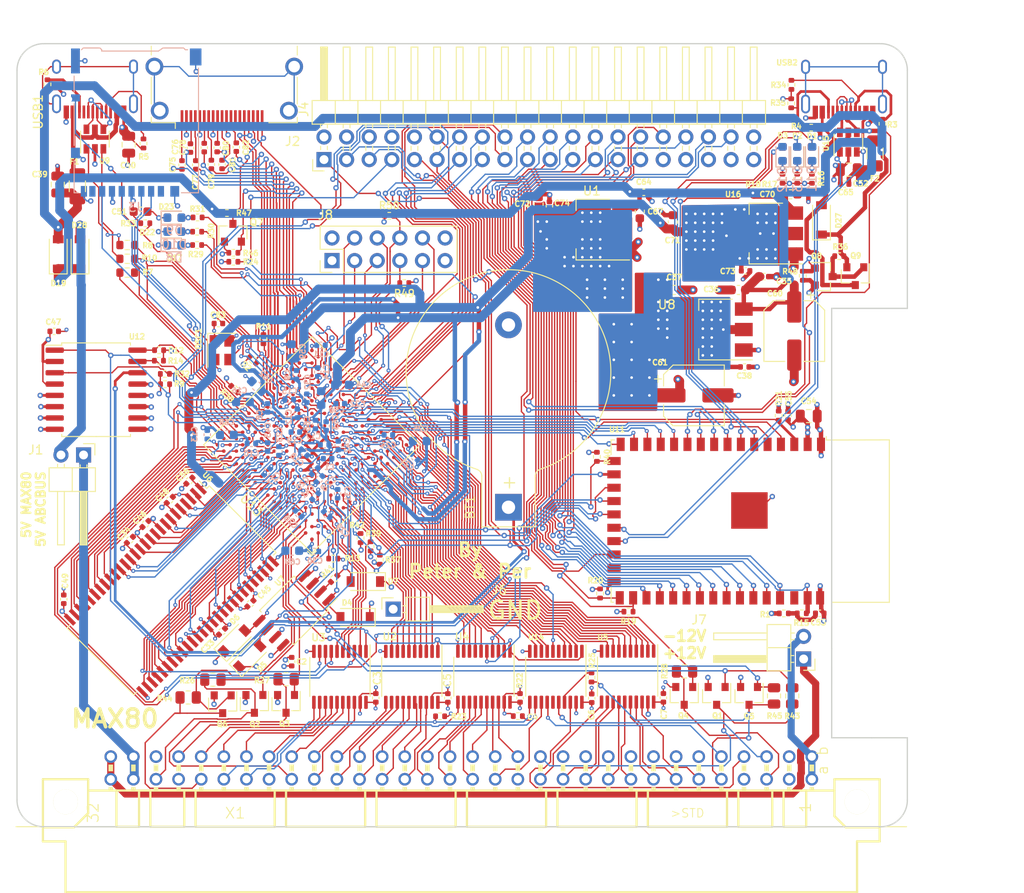
<source format=kicad_pcb>
(kicad_pcb (version 20171130) (host pcbnew 5.99.0+really5.1.10+dfsg1-1)

  (general
    (thickness 1.6)
    (drawings 19)
    (tracks 5343)
    (zones 0)
    (modules 188)
    (nets 299)
  )

  (page A4)
  (title_block
    (title MAX80)
    (date 2021-11-24)
    (rev 1.00)
    (company "No name")
  )

  (layers
    (0 F.Cu signal)
    (1 In1.Cu power)
    (2 In2.Cu signal)
    (31 B.Cu signal)
    (32 B.Adhes user)
    (33 F.Adhes user)
    (34 B.Paste user)
    (35 F.Paste user)
    (36 B.SilkS user)
    (37 F.SilkS user)
    (38 B.Mask user)
    (39 F.Mask user)
    (40 Dwgs.User user)
    (41 Cmts.User user)
    (42 Eco1.User user)
    (43 Eco2.User user)
    (44 Edge.Cuts user)
    (45 Margin user)
    (46 B.CrtYd user)
    (47 F.CrtYd user)
    (48 B.Fab user hide)
    (49 F.Fab user hide)
  )

  (setup
    (last_trace_width 0.15)
    (user_trace_width 0.15)
    (user_trace_width 0.3)
    (user_trace_width 0.5)
    (trace_clearance 0.15)
    (zone_clearance 0.15)
    (zone_45_only no)
    (trace_min 0.15)
    (via_size 0.6)
    (via_drill 0.3)
    (via_min_size 0.45)
    (via_min_drill 0.2)
    (user_via 0.45 0.2)
    (uvia_size 0.3)
    (uvia_drill 0.1)
    (uvias_allowed yes)
    (uvia_min_size 0.2)
    (uvia_min_drill 0.1)
    (edge_width 0.15)
    (segment_width 0.3)
    (pcb_text_width 0.3)
    (pcb_text_size 1.5 1.5)
    (mod_edge_width 0.15)
    (mod_text_size 1 1)
    (mod_text_width 0.15)
    (pad_size 3.5 1.6)
    (pad_drill 0)
    (pad_to_mask_clearance 0)
    (aux_axis_origin 0 0)
    (grid_origin 132.45 85.75)
    (visible_elements FFFFFF7F)
    (pcbplotparams
      (layerselection 0x010fc_ffffffff)
      (usegerberextensions false)
      (usegerberattributes true)
      (usegerberadvancedattributes true)
      (creategerberjobfile true)
      (excludeedgelayer true)
      (linewidth 0.100000)
      (plotframeref false)
      (viasonmask false)
      (mode 1)
      (useauxorigin false)
      (hpglpennumber 1)
      (hpglpenspeed 20)
      (hpglpendiameter 15.000000)
      (psnegative false)
      (psa4output false)
      (plotreference true)
      (plotvalue true)
      (plotinvisibletext false)
      (padsonsilk false)
      (subtractmaskfromsilk false)
      (outputformat 1)
      (mirror false)
      (drillshape 0)
      (scaleselection 1)
      (outputdirectory "max80_gerber100"))
  )

  (net 0 "")
  (net 1 GND)
  (net 2 +5V)
  (net 3 "Net-(R5-Pad2)")
  (net 4 "Net-(R6-Pad2)")
  (net 5 "Net-(U9-Pad4)")
  (net 6 "Net-(U9-Pad6)")
  (net 7 "Net-(USB1-Pad13)")
  (net 8 "Net-(BT1-Pad1)")
  (net 9 /A4)
  (net 10 /A3)
  (net 11 /A2)
  (net 12 /A1)
  (net 13 /A0)
  (net 14 /IO0)
  (net 15 /IO3)
  (net 16 /IO4)
  (net 17 /IO5)
  (net 18 /IO6)
  (net 19 /IO7)
  (net 20 /A11)
  (net 21 /IO9)
  (net 22 /A8)
  (net 23 /A7)
  (net 24 /A6)
  (net 25 /A5)
  (net 26 /A9)
  (net 27 /A10)
  (net 28 /A12)
  (net 29 /IO8)
  (net 30 /IO10)
  (net 31 /IO11)
  (net 32 /IO12)
  (net 33 /IO13)
  (net 34 /IO14)
  (net 35 /IO15)
  (net 36 /abc80bus/D7)
  (net 37 /abc80bus/D6)
  (net 38 /abc80bus/D5)
  (net 39 /abc80bus/D4)
  (net 40 /abc80bus/D3)
  (net 41 /abc80bus/D2)
  (net 42 /abc80bus/D1)
  (net 43 /abc80bus/D0)
  (net 44 /abc80bus/A8)
  (net 45 /abc80bus/A9)
  (net 46 /abc80bus/A10)
  (net 47 /abc80bus/A11)
  (net 48 /abc80bus/A12)
  (net 49 /abc80bus/A13)
  (net 50 /abc80bus/A14)
  (net 51 /abc80bus/A15)
  (net 52 /abc80bus/A7)
  (net 53 /abc80bus/A6)
  (net 54 /abc80bus/A5)
  (net 55 /abc80bus/A4)
  (net 56 /abc80bus/A3)
  (net 57 /abc80bus/A2)
  (net 58 /abc80bus/A1)
  (net 59 /abc80bus/A0)
  (net 60 /IO1)
  (net 61 /IO2)
  (net 62 /32KHZ)
  (net 63 /RTC_INT)
  (net 64 /abc80bus/ABC5V)
  (net 65 /SD_DAT3)
  (net 66 /SD_CMD)
  (net 67 /SD_CLK)
  (net 68 /SD_DAT0)
  (net 69 FPGA_TDI)
  (net 70 FPGA_TMS)
  (net 71 FPGA_TDO)
  (net 72 FPGA_TCK)
  (net 73 ABC_CLK_5)
  (net 74 /FPGA_SCL)
  (net 75 /FPGA_SDA)
  (net 76 FPGA_SPI_CLK)
  (net 77 FGPA_SPI_CS_ESP32)
  (net 78 INT_ESP32)
  (net 79 "Net-(C53-Pad1)")
  (net 80 ESP32_TDO)
  (net 81 ESP32_TCK)
  (net 82 ESP32_TMS)
  (net 83 ESP32_IO0)
  (net 84 ESP32_RXD)
  (net 85 ESP32_TXD)
  (net 86 ESP32_EN)
  (net 87 "Net-(R3-Pad2)")
  (net 88 /ESP32/USB_D-)
  (net 89 /ESP32/USB_D+)
  (net 90 ESP32_TDI)
  (net 91 "Net-(U15-Pad6)")
  (net 92 "Net-(U15-Pad4)")
  (net 93 "Net-(USB2-Pad13)")
  (net 94 "Net-(D1-Pad2)")
  (net 95 "Net-(D1-Pad1)")
  (net 96 ESP32_SCL)
  (net 97 ESP32_SDA)
  (net 98 ESP32_CS2)
  (net 99 ESP32_CS0)
  (net 100 ESP32_MISO)
  (net 101 ESP32_SCK)
  (net 102 ESP32_MOSI)
  (net 103 ESP32_CS1)
  (net 104 /abc80bus/~CS)
  (net 105 /abc80bus/~C4)
  (net 106 /abc80bus/~C3)
  (net 107 /abc80bus/~C2)
  (net 108 /abc80bus/~C1)
  (net 109 /abc80bus/~OUT)
  (net 110 /abc80bus/~RST)
  (net 111 /abc80bus/~XMEMFL)
  (net 112 /abc80bus/~INP)
  (net 113 /abc80bus/~STATUS)
  (net 114 /abc80bus/~XINPSTB)
  (net 115 /abc80bus/~XOUTSTB)
  (net 116 AD0)
  (net 117 AD1)
  (net 118 AD2)
  (net 119 AD3)
  (net 120 AD4)
  (net 121 AD5)
  (net 122 AD6)
  (net 123 AD7)
  (net 124 /abc80bus/~RESIN)
  (net 125 /FPGA_LED1)
  (net 126 /FPGA_LED2)
  (net 127 /FPGA_LED3)
  (net 128 "Net-(D17-Pad2)")
  (net 129 "Net-(D23-Pad2)")
  (net 130 FPGA_GPIO3)
  (net 131 FPGA_GPIO2)
  (net 132 FPGA_GPIO1)
  (net 133 FPGA_GPIO0)
  (net 134 FPGA_GPIO5)
  (net 135 FPGA_GPIO4)
  (net 136 /abc80bus/READY)
  (net 137 /abc80bus/~NMI)
  (net 138 ~FPGA_READY)
  (net 139 FPGA_NMI)
  (net 140 FPGA_RESIN)
  (net 141 /DQMH)
  (net 142 /CLK)
  (net 143 /BA1)
  (net 144 /BA0)
  (net 145 /DQML)
  (net 146 "Net-(D28-Pad2)")
  (net 147 "Net-(F1-Pad2)")
  (net 148 /WE#)
  (net 149 /CAS#)
  (net 150 /RAS#)
  (net 151 /CS#)
  (net 152 +3V3)
  (net 153 +2V5)
  (net 154 +1V2)
  (net 155 "Net-(R13-Pad1)")
  (net 156 "Net-(R37-Pad2)")
  (net 157 "Net-(R38-Pad2)")
  (net 158 "Net-(R41-Pad2)")
  (net 159 DATA0)
  (net 160 ~CS_ABC_3V3)
  (net 161 ~OUT_ABC_3V3)
  (net 162 AD8)
  (net 163 ~C1_ABC_3V3)
  (net 164 AD9)
  (net 165 ~C2_ABC_3V3)
  (net 166 AD10)
  (net 167 ~C3_ABC_3V3)
  (net 168 ~C4_ABC_3V3)
  (net 169 AD11)
  (net 170 AD12)
  (net 171 AD13)
  (net 172 AD14)
  (net 173 AD15)
  (net 174 DLCK)
  (net 175 ASD0)
  (net 176 nCE0)
  (net 177 ~INP_ABC_3V3)
  (net 178 ~STATUS_ABC_3V3)
  (net 179 DD0)
  (net 180 DD1)
  (net 181 DD2)
  (net 182 DD3)
  (net 183 DD4)
  (net 184 DD5)
  (net 185 DD6)
  (net 186 DD7)
  (net 187 DD8)
  (net 188 ~XOUTSTB_ABC_3V3)
  (net 189 ~RST_ABC_3V3)
  (net 190 ~XMEMFL_ABC_3V3)
  (net 191 ~XINPSTB_ABC_3V3)
  (net 192 ABC_CLK_3V3)
  (net 193 FPGA_SPI_MOSI)
  (net 194 FPGA_SPI_MISO)
  (net 195 CLK0n)
  (net 196 HDMI_CK-)
  (net 197 HDMI_D0+)
  (net 198 HDMI_D1-)
  (net 199 HDMI_D2+)
  (net 200 HDMI_CK+)
  (net 201 HDMI_D0-)
  (net 202 HDMI_D1+)
  (net 203 HDMI_D2-)
  (net 204 HDMI_SDA)
  (net 205 HDMI_HPD)
  (net 206 HDMI_SCL)
  (net 207 FPGA_JTAGEN)
  (net 208 FLASH_CS#)
  (net 209 /abc80bus/~INT)
  (net 210 /abc80bus/~XMEMW800)
  (net 211 /abc80bus/~XMEMW80)
  (net 212 INT_ABC_3V3)
  (net 213 INT800_ABC_3V3)
  (net 214 ~XMEMW80_ABC_3V3)
  (net 215 ~XMEMW800_ABC_3V3)
  (net 216 /abc80bus/~XM)
  (net 217 XM_ABC_3V3)
  (net 218 "Net-(R25-Pad2)")
  (net 219 AD16)
  (net 220 /abc80bus/ABC_-12V)
  (net 221 /abc80bus/ABC_12V)
  (net 222 "Net-(C75-Pad1)")
  (net 223 "Net-(C76-Pad1)")
  (net 224 "Net-(C77-Pad1)")
  (net 225 "Net-(C78-Pad1)")
  (net 226 "Net-(C79-Pad1)")
  (net 227 "Net-(C80-Pad1)")
  (net 228 "Net-(C81-Pad1)")
  (net 229 "Net-(C82-Pad1)")
  (net 230 EXT_HG)
  (net 231 EXT_HB)
  (net 232 EXT_HE)
  (net 233 EXT_HC)
  (net 234 EXT_HA)
  (net 235 EXT_HF)
  (net 236 EXT_HH)
  (net 237 EXT_HD)
  (net 238 "Net-(J4-Pad40)")
  (net 239 "Net-(J4-Pad8)")
  (net 240 "Net-(J4-Pad6)")
  (net 241 "Net-(U6-Pad40)")
  (net 242 "Net-(U11-Pad25)")
  (net 243 "Net-(U11-Pad40)")
  (net 244 "Net-(U13-PadK12)")
  (net 245 "Net-(U13-PadL11)")
  (net 246 "Net-(U13-PadP15)")
  (net 247 "Net-(U13-PadJ14)")
  (net 248 "Net-(U13-PadL14)")
  (net 249 "Net-(U13-PadN14)")
  (net 250 "Net-(U13-PadK9)")
  (net 251 "Net-(U13-PadL9)")
  (net 252 "Net-(U13-PadJ13)")
  (net 253 "Net-(U13-PadJ12)")
  (net 254 "Net-(U13-PadP11)")
  (net 255 "Net-(U13-PadL6)")
  (net 256 "Net-(U13-PadK6)")
  (net 257 "Net-(U13-PadC3)")
  (net 258 "Net-(U14-Pad15)")
  (net 259 "Net-(U14-Pad5)")
  (net 260 "Net-(USB1-Pad3)")
  (net 261 "Net-(USB1-Pad9)")
  (net 262 "Net-(USB2-Pad3)")
  (net 263 "Net-(USB2-Pad9)")
  (net 264 "Net-(X1-PadB30)")
  (net 265 "Net-(X1-PadB12)")
  (net 266 "Net-(X1-PadB11)")
  (net 267 "Net-(X1-PadB10)")
  (net 268 "Net-(X1-PadB9)")
  (net 269 "Net-(X1-PadB8)")
  (net 270 "Net-(X1-PadB7)")
  (net 271 "Net-(X1-PadB6)")
  (net 272 "Net-(X1-PadA29)")
  (net 273 "Net-(X1-PadA25)")
  (net 274 "Net-(X1-PadA14)")
  (net 275 "Net-(J2-PadSH)")
  (net 276 "Net-(J2-Pad19)")
  (net 277 "Net-(J2-Pad14)")
  (net 278 "Net-(J2-Pad13)")
  (net 279 /~SD_DETECT)
  (net 280 "Net-(J3-Pad1)")
  (net 281 "Net-(J3-Pad8)")
  (net 282 "Net-(U13-PadF13)")
  (net 283 "Net-(R7-Pad2)")
  (net 284 /FPGA_USB_DS_DP)
  (net 285 "Net-(R8-Pad2)")
  (net 286 /FPGA_USB_DS_DN)
  (net 287 /FPGA_USB_PU)
  (net 288 "Net-(D27-Pad2)")
  (net 289 "Net-(Q8-Pad3)")
  (net 290 USB_PWR_EN)
  (net 291 ~USB_PWR_SINK)
  (net 292 "Net-(R35-Pad2)")
  (net 293 +5VA)
  (net 294 "Net-(D13-Pad2)")
  (net 295 "Net-(D13-Pad1)")
  (net 296 "Net-(D12-Pad2)")
  (net 297 "Net-(D12-Pad1)")
  (net 298 "Net-(D10-Pad2)")

  (net_class Default "This is the default net class."
    (clearance 0.15)
    (trace_width 0.15)
    (via_dia 0.6)
    (via_drill 0.3)
    (uvia_dia 0.3)
    (uvia_drill 0.1)
    (add_net +1V2)
    (add_net +2V5)
    (add_net +3V3)
    (add_net +5V)
    (add_net +5VA)
    (add_net /32KHZ)
    (add_net /A0)
    (add_net /A1)
    (add_net /A10)
    (add_net /A11)
    (add_net /A12)
    (add_net /A2)
    (add_net /A3)
    (add_net /A4)
    (add_net /A5)
    (add_net /A6)
    (add_net /A7)
    (add_net /A8)
    (add_net /A9)
    (add_net /BA0)
    (add_net /BA1)
    (add_net /CAS#)
    (add_net /CLK)
    (add_net /CS#)
    (add_net /DQMH)
    (add_net /DQML)
    (add_net /ESP32/USB_D+)
    (add_net /ESP32/USB_D-)
    (add_net /FPGA_LED1)
    (add_net /FPGA_LED2)
    (add_net /FPGA_LED3)
    (add_net /FPGA_SCL)
    (add_net /FPGA_SDA)
    (add_net /FPGA_USB_DS_DN)
    (add_net /FPGA_USB_DS_DP)
    (add_net /FPGA_USB_PU)
    (add_net /IO0)
    (add_net /IO1)
    (add_net /IO10)
    (add_net /IO11)
    (add_net /IO12)
    (add_net /IO13)
    (add_net /IO14)
    (add_net /IO15)
    (add_net /IO2)
    (add_net /IO3)
    (add_net /IO4)
    (add_net /IO5)
    (add_net /IO6)
    (add_net /IO7)
    (add_net /IO8)
    (add_net /IO9)
    (add_net /RAS#)
    (add_net /RTC_INT)
    (add_net /SD_CLK)
    (add_net /SD_CMD)
    (add_net /SD_DAT0)
    (add_net /SD_DAT3)
    (add_net /WE#)
    (add_net /abc80bus/A0)
    (add_net /abc80bus/A1)
    (add_net /abc80bus/A10)
    (add_net /abc80bus/A11)
    (add_net /abc80bus/A12)
    (add_net /abc80bus/A13)
    (add_net /abc80bus/A14)
    (add_net /abc80bus/A15)
    (add_net /abc80bus/A2)
    (add_net /abc80bus/A3)
    (add_net /abc80bus/A4)
    (add_net /abc80bus/A5)
    (add_net /abc80bus/A6)
    (add_net /abc80bus/A7)
    (add_net /abc80bus/A8)
    (add_net /abc80bus/A9)
    (add_net /abc80bus/ABC5V)
    (add_net /abc80bus/ABC_-12V)
    (add_net /abc80bus/ABC_12V)
    (add_net /abc80bus/D0)
    (add_net /abc80bus/D1)
    (add_net /abc80bus/D2)
    (add_net /abc80bus/D3)
    (add_net /abc80bus/D4)
    (add_net /abc80bus/D5)
    (add_net /abc80bus/D6)
    (add_net /abc80bus/D7)
    (add_net /abc80bus/READY)
    (add_net /abc80bus/~C1)
    (add_net /abc80bus/~C2)
    (add_net /abc80bus/~C3)
    (add_net /abc80bus/~C4)
    (add_net /abc80bus/~CS)
    (add_net /abc80bus/~INP)
    (add_net /abc80bus/~INT)
    (add_net /abc80bus/~NMI)
    (add_net /abc80bus/~OUT)
    (add_net /abc80bus/~RESIN)
    (add_net /abc80bus/~RST)
    (add_net /abc80bus/~STATUS)
    (add_net /abc80bus/~XINPSTB)
    (add_net /abc80bus/~XM)
    (add_net /abc80bus/~XMEMFL)
    (add_net /abc80bus/~XMEMW80)
    (add_net /abc80bus/~XMEMW800)
    (add_net /abc80bus/~XOUTSTB)
    (add_net /~SD_DETECT)
    (add_net ABC_CLK_3V3)
    (add_net ABC_CLK_5)
    (add_net AD0)
    (add_net AD1)
    (add_net AD10)
    (add_net AD11)
    (add_net AD12)
    (add_net AD13)
    (add_net AD14)
    (add_net AD15)
    (add_net AD16)
    (add_net AD2)
    (add_net AD3)
    (add_net AD4)
    (add_net AD5)
    (add_net AD6)
    (add_net AD7)
    (add_net AD8)
    (add_net AD9)
    (add_net ASD0)
    (add_net CLK0n)
    (add_net DATA0)
    (add_net DD0)
    (add_net DD1)
    (add_net DD2)
    (add_net DD3)
    (add_net DD4)
    (add_net DD5)
    (add_net DD6)
    (add_net DD7)
    (add_net DD8)
    (add_net DLCK)
    (add_net ESP32_CS0)
    (add_net ESP32_CS1)
    (add_net ESP32_CS2)
    (add_net ESP32_EN)
    (add_net ESP32_IO0)
    (add_net ESP32_MISO)
    (add_net ESP32_MOSI)
    (add_net ESP32_RXD)
    (add_net ESP32_SCK)
    (add_net ESP32_SCL)
    (add_net ESP32_SDA)
    (add_net ESP32_TCK)
    (add_net ESP32_TDI)
    (add_net ESP32_TDO)
    (add_net ESP32_TMS)
    (add_net ESP32_TXD)
    (add_net EXT_HA)
    (add_net EXT_HB)
    (add_net EXT_HC)
    (add_net EXT_HD)
    (add_net EXT_HE)
    (add_net EXT_HF)
    (add_net EXT_HG)
    (add_net EXT_HH)
    (add_net FGPA_SPI_CS_ESP32)
    (add_net FLASH_CS#)
    (add_net FPGA_GPIO0)
    (add_net FPGA_GPIO1)
    (add_net FPGA_GPIO2)
    (add_net FPGA_GPIO3)
    (add_net FPGA_GPIO4)
    (add_net FPGA_GPIO5)
    (add_net FPGA_JTAGEN)
    (add_net FPGA_NMI)
    (add_net FPGA_RESIN)
    (add_net FPGA_SPI_CLK)
    (add_net FPGA_SPI_MISO)
    (add_net FPGA_SPI_MOSI)
    (add_net FPGA_TCK)
    (add_net FPGA_TDI)
    (add_net FPGA_TDO)
    (add_net FPGA_TMS)
    (add_net GND)
    (add_net HDMI_CK+)
    (add_net HDMI_CK-)
    (add_net HDMI_D0+)
    (add_net HDMI_D0-)
    (add_net HDMI_D1+)
    (add_net HDMI_D1-)
    (add_net HDMI_D2+)
    (add_net HDMI_D2-)
    (add_net HDMI_HPD)
    (add_net HDMI_SCL)
    (add_net HDMI_SDA)
    (add_net INT800_ABC_3V3)
    (add_net INT_ABC_3V3)
    (add_net INT_ESP32)
    (add_net "Net-(BT1-Pad1)")
    (add_net "Net-(C53-Pad1)")
    (add_net "Net-(C75-Pad1)")
    (add_net "Net-(C76-Pad1)")
    (add_net "Net-(C77-Pad1)")
    (add_net "Net-(C78-Pad1)")
    (add_net "Net-(C79-Pad1)")
    (add_net "Net-(C80-Pad1)")
    (add_net "Net-(C81-Pad1)")
    (add_net "Net-(C82-Pad1)")
    (add_net "Net-(D1-Pad1)")
    (add_net "Net-(D1-Pad2)")
    (add_net "Net-(D10-Pad2)")
    (add_net "Net-(D12-Pad1)")
    (add_net "Net-(D12-Pad2)")
    (add_net "Net-(D13-Pad1)")
    (add_net "Net-(D13-Pad2)")
    (add_net "Net-(D17-Pad2)")
    (add_net "Net-(D23-Pad2)")
    (add_net "Net-(D27-Pad2)")
    (add_net "Net-(D28-Pad2)")
    (add_net "Net-(F1-Pad2)")
    (add_net "Net-(J2-Pad13)")
    (add_net "Net-(J2-Pad14)")
    (add_net "Net-(J2-Pad19)")
    (add_net "Net-(J2-PadSH)")
    (add_net "Net-(J3-Pad1)")
    (add_net "Net-(J3-Pad8)")
    (add_net "Net-(J4-Pad40)")
    (add_net "Net-(J4-Pad6)")
    (add_net "Net-(J4-Pad8)")
    (add_net "Net-(Q8-Pad3)")
    (add_net "Net-(R13-Pad1)")
    (add_net "Net-(R25-Pad2)")
    (add_net "Net-(R3-Pad2)")
    (add_net "Net-(R35-Pad2)")
    (add_net "Net-(R37-Pad2)")
    (add_net "Net-(R38-Pad2)")
    (add_net "Net-(R41-Pad2)")
    (add_net "Net-(R5-Pad2)")
    (add_net "Net-(R6-Pad2)")
    (add_net "Net-(R7-Pad2)")
    (add_net "Net-(R8-Pad2)")
    (add_net "Net-(U11-Pad25)")
    (add_net "Net-(U11-Pad40)")
    (add_net "Net-(U13-PadC3)")
    (add_net "Net-(U13-PadF13)")
    (add_net "Net-(U13-PadJ12)")
    (add_net "Net-(U13-PadJ13)")
    (add_net "Net-(U13-PadJ14)")
    (add_net "Net-(U13-PadK12)")
    (add_net "Net-(U13-PadK6)")
    (add_net "Net-(U13-PadK9)")
    (add_net "Net-(U13-PadL11)")
    (add_net "Net-(U13-PadL14)")
    (add_net "Net-(U13-PadL6)")
    (add_net "Net-(U13-PadL9)")
    (add_net "Net-(U13-PadN14)")
    (add_net "Net-(U13-PadP11)")
    (add_net "Net-(U13-PadP15)")
    (add_net "Net-(U14-Pad15)")
    (add_net "Net-(U14-Pad5)")
    (add_net "Net-(U15-Pad4)")
    (add_net "Net-(U15-Pad6)")
    (add_net "Net-(U6-Pad40)")
    (add_net "Net-(U9-Pad4)")
    (add_net "Net-(U9-Pad6)")
    (add_net "Net-(USB1-Pad13)")
    (add_net "Net-(USB1-Pad3)")
    (add_net "Net-(USB1-Pad9)")
    (add_net "Net-(USB2-Pad13)")
    (add_net "Net-(USB2-Pad3)")
    (add_net "Net-(USB2-Pad9)")
    (add_net "Net-(X1-PadA14)")
    (add_net "Net-(X1-PadA25)")
    (add_net "Net-(X1-PadA29)")
    (add_net "Net-(X1-PadB10)")
    (add_net "Net-(X1-PadB11)")
    (add_net "Net-(X1-PadB12)")
    (add_net "Net-(X1-PadB30)")
    (add_net "Net-(X1-PadB6)")
    (add_net "Net-(X1-PadB7)")
    (add_net "Net-(X1-PadB8)")
    (add_net "Net-(X1-PadB9)")
    (add_net USB_PWR_EN)
    (add_net XM_ABC_3V3)
    (add_net nCE0)
    (add_net ~C1_ABC_3V3)
    (add_net ~C2_ABC_3V3)
    (add_net ~C3_ABC_3V3)
    (add_net ~C4_ABC_3V3)
    (add_net ~CS_ABC_3V3)
    (add_net ~FPGA_READY)
    (add_net ~INP_ABC_3V3)
    (add_net ~OUT_ABC_3V3)
    (add_net ~RST_ABC_3V3)
    (add_net ~STATUS_ABC_3V3)
    (add_net ~USB_PWR_SINK)
    (add_net ~XINPSTB_ABC_3V3)
    (add_net ~XMEMFL_ABC_3V3)
    (add_net ~XMEMW800_ABC_3V3)
    (add_net ~XMEMW80_ABC_3V3)
    (add_net ~XOUTSTB_ABC_3V3)
  )

  (module LED_SMD:LED_0603_1608Metric (layer B.Cu) (tedit 5F68FEF1) (tstamp 619BB5B0)
    (at 192.6 52.85 90)
    (descr "LED SMD 0603 (1608 Metric), square (rectangular) end terminal, IPC_7351 nominal, (Body size source: http://www.tortai-tech.com/upload/download/2011102023233369053.pdf), generated with kicad-footprint-generator")
    (tags LED)
    (path /602159BB/61D5378A)
    (attr smd)
    (fp_text reference D13 (at -2.9 0.05 90) (layer B.SilkS)
      (effects (font (size 1 1) (thickness 0.15)) (justify mirror))
    )
    (fp_text value DNP-G (at 0 -1.43 90) (layer B.Fab)
      (effects (font (size 1 1) (thickness 0.15)) (justify mirror))
    )
    (fp_line (start 0.8 0.4) (end -0.5 0.4) (layer B.Fab) (width 0.1))
    (fp_line (start -0.5 0.4) (end -0.8 0.1) (layer B.Fab) (width 0.1))
    (fp_line (start -0.8 0.1) (end -0.8 -0.4) (layer B.Fab) (width 0.1))
    (fp_line (start -0.8 -0.4) (end 0.8 -0.4) (layer B.Fab) (width 0.1))
    (fp_line (start 0.8 -0.4) (end 0.8 0.4) (layer B.Fab) (width 0.1))
    (fp_line (start 0.8 0.735) (end -1.485 0.735) (layer B.SilkS) (width 0.12))
    (fp_line (start -1.485 0.735) (end -1.485 -0.735) (layer B.SilkS) (width 0.12))
    (fp_line (start -1.485 -0.735) (end 0.8 -0.735) (layer B.SilkS) (width 0.12))
    (fp_line (start -1.48 -0.73) (end -1.48 0.73) (layer B.CrtYd) (width 0.05))
    (fp_line (start -1.48 0.73) (end 1.48 0.73) (layer B.CrtYd) (width 0.05))
    (fp_line (start 1.48 0.73) (end 1.48 -0.73) (layer B.CrtYd) (width 0.05))
    (fp_line (start 1.48 -0.73) (end -1.48 -0.73) (layer B.CrtYd) (width 0.05))
    (fp_text user %R (at 0 0 90) (layer B.Fab)
      (effects (font (size 0.4 0.4) (thickness 0.06)) (justify mirror))
    )
    (pad 2 smd roundrect (at 0.7875 0 90) (size 0.875 0.95) (layers B.Cu B.Paste B.Mask) (roundrect_rratio 0.25)
      (net 294 "Net-(D13-Pad2)"))
    (pad 1 smd roundrect (at -0.7875 0 90) (size 0.875 0.95) (layers B.Cu B.Paste B.Mask) (roundrect_rratio 0.25)
      (net 295 "Net-(D13-Pad1)"))
    (model ${KISYS3DMOD}/LED_SMD.3dshapes/LED_0603_1608Metric.wrl
      (at (xyz 0 0 0))
      (scale (xyz 1 1 1))
      (rotate (xyz 0 0 0))
    )
  )

  (module LED_SMD:LED_0603_1608Metric (layer B.Cu) (tedit 5F68FEF1) (tstamp 619BB59D)
    (at 190.95 52.85 90)
    (descr "LED SMD 0603 (1608 Metric), square (rectangular) end terminal, IPC_7351 nominal, (Body size source: http://www.tortai-tech.com/upload/download/2011102023233369053.pdf), generated with kicad-footprint-generator")
    (tags LED)
    (path /602159BB/61D53795)
    (attr smd)
    (fp_text reference D12 (at -2.925 -0.025 90) (layer B.SilkS)
      (effects (font (size 1 1) (thickness 0.15)) (justify mirror))
    )
    (fp_text value DNP-B (at 0 -1.43 90) (layer B.Fab)
      (effects (font (size 1 1) (thickness 0.15)) (justify mirror))
    )
    (fp_line (start 0.8 0.4) (end -0.5 0.4) (layer B.Fab) (width 0.1))
    (fp_line (start -0.5 0.4) (end -0.8 0.1) (layer B.Fab) (width 0.1))
    (fp_line (start -0.8 0.1) (end -0.8 -0.4) (layer B.Fab) (width 0.1))
    (fp_line (start -0.8 -0.4) (end 0.8 -0.4) (layer B.Fab) (width 0.1))
    (fp_line (start 0.8 -0.4) (end 0.8 0.4) (layer B.Fab) (width 0.1))
    (fp_line (start 0.8 0.735) (end -1.485 0.735) (layer B.SilkS) (width 0.12))
    (fp_line (start -1.485 0.735) (end -1.485 -0.735) (layer B.SilkS) (width 0.12))
    (fp_line (start -1.485 -0.735) (end 0.8 -0.735) (layer B.SilkS) (width 0.12))
    (fp_line (start -1.48 -0.73) (end -1.48 0.73) (layer B.CrtYd) (width 0.05))
    (fp_line (start -1.48 0.73) (end 1.48 0.73) (layer B.CrtYd) (width 0.05))
    (fp_line (start 1.48 0.73) (end 1.48 -0.73) (layer B.CrtYd) (width 0.05))
    (fp_line (start 1.48 -0.73) (end -1.48 -0.73) (layer B.CrtYd) (width 0.05))
    (fp_text user %R (at 0 0 90) (layer B.Fab)
      (effects (font (size 0.4 0.4) (thickness 0.06)) (justify mirror))
    )
    (pad 2 smd roundrect (at 0.7875 0 90) (size 0.875 0.95) (layers B.Cu B.Paste B.Mask) (roundrect_rratio 0.25)
      (net 296 "Net-(D12-Pad2)"))
    (pad 1 smd roundrect (at -0.7875 0 90) (size 0.875 0.95) (layers B.Cu B.Paste B.Mask) (roundrect_rratio 0.25)
      (net 297 "Net-(D12-Pad1)"))
    (model ${KISYS3DMOD}/LED_SMD.3dshapes/LED_0603_1608Metric.wrl
      (at (xyz 0 0 0))
      (scale (xyz 1 1 1))
      (rotate (xyz 0 0 0))
    )
  )

  (module LED_SMD:LED_0603_1608Metric (layer B.Cu) (tedit 5F68FEF1) (tstamp 619BB58A)
    (at 194.275 52.85 90)
    (descr "LED SMD 0603 (1608 Metric), square (rectangular) end terminal, IPC_7351 nominal, (Body size source: http://www.tortai-tech.com/upload/download/2011102023233369053.pdf), generated with kicad-footprint-generator")
    (tags LED)
    (path /602159BB/61D533EF)
    (attr smd)
    (fp_text reference D11 (at -2.85 -0.025 90) (layer B.SilkS)
      (effects (font (size 1 1) (thickness 0.15)) (justify mirror))
    )
    (fp_text value DNP-Y (at 0 -1.43 90) (layer B.Fab)
      (effects (font (size 1 1) (thickness 0.15)) (justify mirror))
    )
    (fp_line (start 0.8 0.4) (end -0.5 0.4) (layer B.Fab) (width 0.1))
    (fp_line (start -0.5 0.4) (end -0.8 0.1) (layer B.Fab) (width 0.1))
    (fp_line (start -0.8 0.1) (end -0.8 -0.4) (layer B.Fab) (width 0.1))
    (fp_line (start -0.8 -0.4) (end 0.8 -0.4) (layer B.Fab) (width 0.1))
    (fp_line (start 0.8 -0.4) (end 0.8 0.4) (layer B.Fab) (width 0.1))
    (fp_line (start 0.8 0.735) (end -1.485 0.735) (layer B.SilkS) (width 0.12))
    (fp_line (start -1.485 0.735) (end -1.485 -0.735) (layer B.SilkS) (width 0.12))
    (fp_line (start -1.485 -0.735) (end 0.8 -0.735) (layer B.SilkS) (width 0.12))
    (fp_line (start -1.48 -0.73) (end -1.48 0.73) (layer B.CrtYd) (width 0.05))
    (fp_line (start -1.48 0.73) (end 1.48 0.73) (layer B.CrtYd) (width 0.05))
    (fp_line (start 1.48 0.73) (end 1.48 -0.73) (layer B.CrtYd) (width 0.05))
    (fp_line (start 1.48 -0.73) (end -1.48 -0.73) (layer B.CrtYd) (width 0.05))
    (fp_text user %R (at 0 0 90) (layer B.Fab)
      (effects (font (size 0.4 0.4) (thickness 0.06)) (justify mirror))
    )
    (pad 2 smd roundrect (at 0.7875 0 90) (size 0.875 0.95) (layers B.Cu B.Paste B.Mask) (roundrect_rratio 0.25)
      (net 94 "Net-(D1-Pad2)"))
    (pad 1 smd roundrect (at -0.7875 0 90) (size 0.875 0.95) (layers B.Cu B.Paste B.Mask) (roundrect_rratio 0.25)
      (net 95 "Net-(D1-Pad1)"))
    (model ${KISYS3DMOD}/LED_SMD.3dshapes/LED_0603_1608Metric.wrl
      (at (xyz 0 0 0))
      (scale (xyz 1 1 1))
      (rotate (xyz 0 0 0))
    )
  )

  (module LED_SMD:LED_0603_1608Metric (layer B.Cu) (tedit 5F68FEF1) (tstamp 619BB577)
    (at 122.6375 61.6)
    (descr "LED SMD 0603 (1608 Metric), square (rectangular) end terminal, IPC_7351 nominal, (Body size source: http://www.tortai-tech.com/upload/download/2011102023233369053.pdf), generated with kicad-footprint-generator")
    (tags LED)
    (path /61B8018A)
    (attr smd)
    (fp_text reference D10 (at 0 1.43) (layer B.SilkS)
      (effects (font (size 1 1) (thickness 0.15)) (justify mirror))
    )
    (fp_text value DNP-B (at 0 -1.43) (layer B.Fab)
      (effects (font (size 1 1) (thickness 0.15)) (justify mirror))
    )
    (fp_line (start 0.8 0.4) (end -0.5 0.4) (layer B.Fab) (width 0.1))
    (fp_line (start -0.5 0.4) (end -0.8 0.1) (layer B.Fab) (width 0.1))
    (fp_line (start -0.8 0.1) (end -0.8 -0.4) (layer B.Fab) (width 0.1))
    (fp_line (start -0.8 -0.4) (end 0.8 -0.4) (layer B.Fab) (width 0.1))
    (fp_line (start 0.8 -0.4) (end 0.8 0.4) (layer B.Fab) (width 0.1))
    (fp_line (start 0.8 0.735) (end -1.485 0.735) (layer B.SilkS) (width 0.12))
    (fp_line (start -1.485 0.735) (end -1.485 -0.735) (layer B.SilkS) (width 0.12))
    (fp_line (start -1.485 -0.735) (end 0.8 -0.735) (layer B.SilkS) (width 0.12))
    (fp_line (start -1.48 -0.73) (end -1.48 0.73) (layer B.CrtYd) (width 0.05))
    (fp_line (start -1.48 0.73) (end 1.48 0.73) (layer B.CrtYd) (width 0.05))
    (fp_line (start 1.48 0.73) (end 1.48 -0.73) (layer B.CrtYd) (width 0.05))
    (fp_line (start 1.48 -0.73) (end -1.48 -0.73) (layer B.CrtYd) (width 0.05))
    (fp_text user %R (at 0 0) (layer B.Fab)
      (effects (font (size 0.4 0.4) (thickness 0.06)) (justify mirror))
    )
    (pad 2 smd roundrect (at 0.7875 0) (size 0.875 0.95) (layers B.Cu B.Paste B.Mask) (roundrect_rratio 0.25)
      (net 298 "Net-(D10-Pad2)"))
    (pad 1 smd roundrect (at -0.7875 0) (size 0.875 0.95) (layers B.Cu B.Paste B.Mask) (roundrect_rratio 0.25)
      (net 1 GND))
    (model ${KISYS3DMOD}/LED_SMD.3dshapes/LED_0603_1608Metric.wrl
      (at (xyz 0 0 0))
      (scale (xyz 1 1 1))
      (rotate (xyz 0 0 0))
    )
  )

  (module LED_SMD:LED_0603_1608Metric (layer B.Cu) (tedit 5F68FEF1) (tstamp 619BB564)
    (at 122.65 60.025)
    (descr "LED SMD 0603 (1608 Metric), square (rectangular) end terminal, IPC_7351 nominal, (Body size source: http://www.tortai-tech.com/upload/download/2011102023233369053.pdf), generated with kicad-footprint-generator")
    (tags LED)
    (path /61B801A0)
    (attr smd)
    (fp_text reference D9 (at 0 1.43) (layer B.SilkS)
      (effects (font (size 1 1) (thickness 0.15)) (justify mirror))
    )
    (fp_text value DNP-Y (at 0 -1.43) (layer B.Fab)
      (effects (font (size 1 1) (thickness 0.15)) (justify mirror))
    )
    (fp_line (start 0.8 0.4) (end -0.5 0.4) (layer B.Fab) (width 0.1))
    (fp_line (start -0.5 0.4) (end -0.8 0.1) (layer B.Fab) (width 0.1))
    (fp_line (start -0.8 0.1) (end -0.8 -0.4) (layer B.Fab) (width 0.1))
    (fp_line (start -0.8 -0.4) (end 0.8 -0.4) (layer B.Fab) (width 0.1))
    (fp_line (start 0.8 -0.4) (end 0.8 0.4) (layer B.Fab) (width 0.1))
    (fp_line (start 0.8 0.735) (end -1.485 0.735) (layer B.SilkS) (width 0.12))
    (fp_line (start -1.485 0.735) (end -1.485 -0.735) (layer B.SilkS) (width 0.12))
    (fp_line (start -1.485 -0.735) (end 0.8 -0.735) (layer B.SilkS) (width 0.12))
    (fp_line (start -1.48 -0.73) (end -1.48 0.73) (layer B.CrtYd) (width 0.05))
    (fp_line (start -1.48 0.73) (end 1.48 0.73) (layer B.CrtYd) (width 0.05))
    (fp_line (start 1.48 0.73) (end 1.48 -0.73) (layer B.CrtYd) (width 0.05))
    (fp_line (start 1.48 -0.73) (end -1.48 -0.73) (layer B.CrtYd) (width 0.05))
    (fp_text user %R (at 0 0) (layer B.Fab)
      (effects (font (size 0.4 0.4) (thickness 0.06)) (justify mirror))
    )
    (pad 2 smd roundrect (at 0.7875 0) (size 0.875 0.95) (layers B.Cu B.Paste B.Mask) (roundrect_rratio 0.25)
      (net 129 "Net-(D23-Pad2)"))
    (pad 1 smd roundrect (at -0.7875 0) (size 0.875 0.95) (layers B.Cu B.Paste B.Mask) (roundrect_rratio 0.25)
      (net 1 GND))
    (model ${KISYS3DMOD}/LED_SMD.3dshapes/LED_0603_1608Metric.wrl
      (at (xyz 0 0 0))
      (scale (xyz 1 1 1))
      (rotate (xyz 0 0 0))
    )
  )

  (module LED_SMD:LED_0603_1608Metric (layer B.Cu) (tedit 5F68FEF1) (tstamp 619BB551)
    (at 122.625 63.125)
    (descr "LED SMD 0603 (1608 Metric), square (rectangular) end terminal, IPC_7351 nominal, (Body size source: http://www.tortai-tech.com/upload/download/2011102023233369053.pdf), generated with kicad-footprint-generator")
    (tags LED)
    (path /61B7F4F6)
    (attr smd)
    (fp_text reference D8 (at 0 1.43) (layer B.SilkS)
      (effects (font (size 1 1) (thickness 0.15)) (justify mirror))
    )
    (fp_text value DNP-B (at 0 -1.43) (layer B.Fab)
      (effects (font (size 1 1) (thickness 0.15)) (justify mirror))
    )
    (fp_line (start 0.8 0.4) (end -0.5 0.4) (layer B.Fab) (width 0.1))
    (fp_line (start -0.5 0.4) (end -0.8 0.1) (layer B.Fab) (width 0.1))
    (fp_line (start -0.8 0.1) (end -0.8 -0.4) (layer B.Fab) (width 0.1))
    (fp_line (start -0.8 -0.4) (end 0.8 -0.4) (layer B.Fab) (width 0.1))
    (fp_line (start 0.8 -0.4) (end 0.8 0.4) (layer B.Fab) (width 0.1))
    (fp_line (start 0.8 0.735) (end -1.485 0.735) (layer B.SilkS) (width 0.12))
    (fp_line (start -1.485 0.735) (end -1.485 -0.735) (layer B.SilkS) (width 0.12))
    (fp_line (start -1.485 -0.735) (end 0.8 -0.735) (layer B.SilkS) (width 0.12))
    (fp_line (start -1.48 -0.73) (end -1.48 0.73) (layer B.CrtYd) (width 0.05))
    (fp_line (start -1.48 0.73) (end 1.48 0.73) (layer B.CrtYd) (width 0.05))
    (fp_line (start 1.48 0.73) (end 1.48 -0.73) (layer B.CrtYd) (width 0.05))
    (fp_line (start 1.48 -0.73) (end -1.48 -0.73) (layer B.CrtYd) (width 0.05))
    (fp_text user %R (at 0 0) (layer B.Fab)
      (effects (font (size 0.4 0.4) (thickness 0.06)) (justify mirror))
    )
    (pad 2 smd roundrect (at 0.7875 0) (size 0.875 0.95) (layers B.Cu B.Paste B.Mask) (roundrect_rratio 0.25)
      (net 128 "Net-(D17-Pad2)"))
    (pad 1 smd roundrect (at -0.7875 0) (size 0.875 0.95) (layers B.Cu B.Paste B.Mask) (roundrect_rratio 0.25)
      (net 1 GND))
    (model ${KISYS3DMOD}/LED_SMD.3dshapes/LED_0603_1608Metric.wrl
      (at (xyz 0 0 0))
      (scale (xyz 1 1 1))
      (rotate (xyz 0 0 0))
    )
  )

  (module Oscillator:Oscillator_SMD_Abracon_ASE-4Pin_3.2x2.5mm (layer F.Cu) (tedit 58CD3344) (tstamp 6025F54E)
    (at 127.98 74.92 270)
    (descr "Miniature Crystal Clock Oscillator Abracon ASE series, http://www.abracon.com/Oscillators/ASEseries.pdf, 3.2x2.5mm^2 package")
    (tags "SMD SMT crystal oscillator")
    (path /57BABF34)
    (attr smd)
    (fp_text reference OSC1 (at -1.295 2.63 90) (layer F.SilkS)
      (effects (font (size 0.6 0.6) (thickness 0.15)))
    )
    (fp_text value "Seiko Epson Q33310F70024100" (at 0 2.45 90) (layer F.Fab)
      (effects (font (size 1 1) (thickness 0.15)))
    )
    (fp_circle (center 0 0) (end 0.058333 0) (layer F.Adhes) (width 0.116667))
    (fp_circle (center 0 0) (end 0.133333 0) (layer F.Adhes) (width 0.083333))
    (fp_circle (center 0 0) (end 0.208333 0) (layer F.Adhes) (width 0.083333))
    (fp_circle (center 0 0) (end 0.25 0) (layer F.Adhes) (width 0.1))
    (fp_line (start 2 -1.7) (end -2 -1.7) (layer F.CrtYd) (width 0.05))
    (fp_line (start 2 1.7) (end 2 -1.7) (layer F.CrtYd) (width 0.05))
    (fp_line (start -2 1.7) (end 2 1.7) (layer F.CrtYd) (width 0.05))
    (fp_line (start -2 -1.7) (end -2 1.7) (layer F.CrtYd) (width 0.05))
    (fp_line (start -1.9 1.575) (end 1.9 1.575) (layer F.SilkS) (width 0.12))
    (fp_line (start -1.9 -1.575) (end -1.9 1.575) (layer F.SilkS) (width 0.12))
    (fp_line (start -1.6 0.25) (end -0.6 1.25) (layer F.Fab) (width 0.1))
    (fp_line (start -1.6 -1.15) (end -1.5 -1.25) (layer F.Fab) (width 0.1))
    (fp_line (start -1.6 1.15) (end -1.6 -1.15) (layer F.Fab) (width 0.1))
    (fp_line (start -1.5 1.25) (end -1.6 1.15) (layer F.Fab) (width 0.1))
    (fp_line (start 1.5 1.25) (end -1.5 1.25) (layer F.Fab) (width 0.1))
    (fp_line (start 1.6 1.15) (end 1.5 1.25) (layer F.Fab) (width 0.1))
    (fp_line (start 1.6 -1.15) (end 1.6 1.15) (layer F.Fab) (width 0.1))
    (fp_line (start 1.5 -1.25) (end 1.6 -1.15) (layer F.Fab) (width 0.1))
    (fp_line (start -1.5 -1.25) (end 1.5 -1.25) (layer F.Fab) (width 0.1))
    (fp_text user %R (at 0 0 90) (layer F.Fab)
      (effects (font (size 0.7 0.7) (thickness 0.105)))
    )
    (pad 4 smd rect (at -1.05 -0.825 270) (size 1.3 1.1) (layers F.Cu F.Paste F.Mask)
      (net 152 +3V3))
    (pad 3 smd rect (at 1.05 -0.825 270) (size 1.3 1.1) (layers F.Cu F.Paste F.Mask)
      (net 195 CLK0n))
    (pad 2 smd rect (at 1.05 0.825 270) (size 1.3 1.1) (layers F.Cu F.Paste F.Mask)
      (net 1 GND))
    (pad 1 smd rect (at -1.05 0.825 270) (size 1.3 1.1) (layers F.Cu F.Paste F.Mask)
      (net 152 +3V3))
    (model ${KISYS3DMOD}/Oscillator.3dshapes/Oscillator_SMD_Abracon_ASE-4Pin_3.2x2.5mm.wrl
      (at (xyz 0 0 0))
      (scale (xyz 1 1 1))
      (rotate (xyz 0 0 0))
    )
  )

  (module Diode_SMD:D_SOD-123 (layer F.Cu) (tedit 58645DC7) (tstamp 6041F378)
    (at 112.05 64.1 90)
    (descr SOD-123)
    (tags SOD-123)
    (path /6013B380/603612AB)
    (attr smd)
    (fp_text reference D28 (at 3.225 -0.075 180) (layer F.SilkS)
      (effects (font (size 0.6 0.6) (thickness 0.15)))
    )
    (fp_text value 1N5819W (at 0 2.1 90) (layer F.Fab)
      (effects (font (size 1 1) (thickness 0.15)))
    )
    (fp_line (start -2.25 -1) (end 1.65 -1) (layer F.SilkS) (width 0.12))
    (fp_line (start -2.25 1) (end 1.65 1) (layer F.SilkS) (width 0.12))
    (fp_line (start -2.35 -1.15) (end -2.35 1.15) (layer F.CrtYd) (width 0.05))
    (fp_line (start 2.35 1.15) (end -2.35 1.15) (layer F.CrtYd) (width 0.05))
    (fp_line (start 2.35 -1.15) (end 2.35 1.15) (layer F.CrtYd) (width 0.05))
    (fp_line (start -2.35 -1.15) (end 2.35 -1.15) (layer F.CrtYd) (width 0.05))
    (fp_line (start -1.4 -0.9) (end 1.4 -0.9) (layer F.Fab) (width 0.1))
    (fp_line (start 1.4 -0.9) (end 1.4 0.9) (layer F.Fab) (width 0.1))
    (fp_line (start 1.4 0.9) (end -1.4 0.9) (layer F.Fab) (width 0.1))
    (fp_line (start -1.4 0.9) (end -1.4 -0.9) (layer F.Fab) (width 0.1))
    (fp_line (start -0.75 0) (end -0.35 0) (layer F.Fab) (width 0.1))
    (fp_line (start -0.35 0) (end -0.35 -0.55) (layer F.Fab) (width 0.1))
    (fp_line (start -0.35 0) (end -0.35 0.55) (layer F.Fab) (width 0.1))
    (fp_line (start -0.35 0) (end 0.25 -0.4) (layer F.Fab) (width 0.1))
    (fp_line (start 0.25 -0.4) (end 0.25 0.4) (layer F.Fab) (width 0.1))
    (fp_line (start 0.25 0.4) (end -0.35 0) (layer F.Fab) (width 0.1))
    (fp_line (start 0.25 0) (end 0.75 0) (layer F.Fab) (width 0.1))
    (fp_line (start -2.25 -1) (end -2.25 1) (layer F.SilkS) (width 0.12))
    (fp_text user %R (at 0 -2 90) (layer F.Fab)
      (effects (font (size 1 1) (thickness 0.15)))
    )
    (pad 2 smd rect (at 1.65 0 90) (size 0.9 1.2) (layers F.Cu F.Paste F.Mask)
      (net 146 "Net-(D28-Pad2)"))
    (pad 1 smd rect (at -1.65 0 90) (size 0.9 1.2) (layers F.Cu F.Paste F.Mask)
      (net 2 +5V))
    (model ${KISYS3DMOD}/Diode_SMD.3dshapes/D_SOD-123.wrl
      (at (xyz 0 0 0))
      (scale (xyz 1 1 1))
      (rotate (xyz 0 0 0))
    )
  )

  (module Diode_SMD:D_SOD-123 (layer F.Cu) (tedit 58645DC7) (tstamp 60323018)
    (at 195.325 60.275 90)
    (descr SOD-123)
    (tags SOD-123)
    (path /602159BB/6032D6A5)
    (attr smd)
    (fp_text reference D27 (at -0.075 1.925 90) (layer F.SilkS)
      (effects (font (size 0.6 0.6) (thickness 0.15)))
    )
    (fp_text value 1N5819W (at 0 2.1 90) (layer F.Fab)
      (effects (font (size 1 1) (thickness 0.15)))
    )
    (fp_line (start -2.25 -1) (end 1.65 -1) (layer F.SilkS) (width 0.12))
    (fp_line (start -2.25 1) (end 1.65 1) (layer F.SilkS) (width 0.12))
    (fp_line (start -2.35 -1.15) (end -2.35 1.15) (layer F.CrtYd) (width 0.05))
    (fp_line (start 2.35 1.15) (end -2.35 1.15) (layer F.CrtYd) (width 0.05))
    (fp_line (start 2.35 -1.15) (end 2.35 1.15) (layer F.CrtYd) (width 0.05))
    (fp_line (start -2.35 -1.15) (end 2.35 -1.15) (layer F.CrtYd) (width 0.05))
    (fp_line (start -1.4 -0.9) (end 1.4 -0.9) (layer F.Fab) (width 0.1))
    (fp_line (start 1.4 -0.9) (end 1.4 0.9) (layer F.Fab) (width 0.1))
    (fp_line (start 1.4 0.9) (end -1.4 0.9) (layer F.Fab) (width 0.1))
    (fp_line (start -1.4 0.9) (end -1.4 -0.9) (layer F.Fab) (width 0.1))
    (fp_line (start -0.75 0) (end -0.35 0) (layer F.Fab) (width 0.1))
    (fp_line (start -0.35 0) (end -0.35 -0.55) (layer F.Fab) (width 0.1))
    (fp_line (start -0.35 0) (end -0.35 0.55) (layer F.Fab) (width 0.1))
    (fp_line (start -0.35 0) (end 0.25 -0.4) (layer F.Fab) (width 0.1))
    (fp_line (start 0.25 -0.4) (end 0.25 0.4) (layer F.Fab) (width 0.1))
    (fp_line (start 0.25 0.4) (end -0.35 0) (layer F.Fab) (width 0.1))
    (fp_line (start 0.25 0) (end 0.75 0) (layer F.Fab) (width 0.1))
    (fp_line (start -2.25 -1) (end -2.25 1) (layer F.SilkS) (width 0.12))
    (fp_text user %R (at 0 -2 90) (layer F.Fab)
      (effects (font (size 1 1) (thickness 0.15)))
    )
    (pad 2 smd rect (at 1.65 0 90) (size 0.9 1.2) (layers F.Cu F.Paste F.Mask)
      (net 288 "Net-(D27-Pad2)"))
    (pad 1 smd rect (at -1.65 0 90) (size 0.9 1.2) (layers F.Cu F.Paste F.Mask)
      (net 293 +5VA))
    (model ${KISYS3DMOD}/Diode_SMD.3dshapes/D_SOD-123.wrl
      (at (xyz 0 0 0))
      (scale (xyz 1 1 1))
      (rotate (xyz 0 0 0))
    )
  )

  (module Diode_SMD:D_SOD-123 (layer F.Cu) (tedit 58645DC7) (tstamp 60322ED8)
    (at 109.6 64.1 90)
    (descr SOD-123)
    (tags SOD-123)
    (path /601569F0/60325B03)
    (attr smd)
    (fp_text reference D19 (at -3.3 0.025 180) (layer F.SilkS)
      (effects (font (size 0.6 0.6) (thickness 0.15)))
    )
    (fp_text value 1N5819W (at 0 2.1 90) (layer F.Fab)
      (effects (font (size 1 1) (thickness 0.15)))
    )
    (fp_line (start -2.25 -1) (end 1.65 -1) (layer F.SilkS) (width 0.12))
    (fp_line (start -2.25 1) (end 1.65 1) (layer F.SilkS) (width 0.12))
    (fp_line (start -2.35 -1.15) (end -2.35 1.15) (layer F.CrtYd) (width 0.05))
    (fp_line (start 2.35 1.15) (end -2.35 1.15) (layer F.CrtYd) (width 0.05))
    (fp_line (start 2.35 -1.15) (end 2.35 1.15) (layer F.CrtYd) (width 0.05))
    (fp_line (start -2.35 -1.15) (end 2.35 -1.15) (layer F.CrtYd) (width 0.05))
    (fp_line (start -1.4 -0.9) (end 1.4 -0.9) (layer F.Fab) (width 0.1))
    (fp_line (start 1.4 -0.9) (end 1.4 0.9) (layer F.Fab) (width 0.1))
    (fp_line (start 1.4 0.9) (end -1.4 0.9) (layer F.Fab) (width 0.1))
    (fp_line (start -1.4 0.9) (end -1.4 -0.9) (layer F.Fab) (width 0.1))
    (fp_line (start -0.75 0) (end -0.35 0) (layer F.Fab) (width 0.1))
    (fp_line (start -0.35 0) (end -0.35 -0.55) (layer F.Fab) (width 0.1))
    (fp_line (start -0.35 0) (end -0.35 0.55) (layer F.Fab) (width 0.1))
    (fp_line (start -0.35 0) (end 0.25 -0.4) (layer F.Fab) (width 0.1))
    (fp_line (start 0.25 -0.4) (end 0.25 0.4) (layer F.Fab) (width 0.1))
    (fp_line (start 0.25 0.4) (end -0.35 0) (layer F.Fab) (width 0.1))
    (fp_line (start 0.25 0) (end 0.75 0) (layer F.Fab) (width 0.1))
    (fp_line (start -2.25 -1) (end -2.25 1) (layer F.SilkS) (width 0.12))
    (fp_text user %R (at 0 -2 90) (layer F.Fab)
      (effects (font (size 1 1) (thickness 0.15)))
    )
    (pad 2 smd rect (at 1.65 0 90) (size 0.9 1.2) (layers F.Cu F.Paste F.Mask)
      (net 293 +5VA))
    (pad 1 smd rect (at -1.65 0 90) (size 0.9 1.2) (layers F.Cu F.Paste F.Mask)
      (net 2 +5V))
    (model ${KISYS3DMOD}/Diode_SMD.3dshapes/D_SOD-123.wrl
      (at (xyz 0 0 0))
      (scale (xyz 1 1 1))
      (rotate (xyz 0 0 0))
    )
  )

  (module Resistor_SMD:R_0402_1005Metric (layer F.Cu) (tedit 5F68FEEE) (tstamp 619A430A)
    (at 193.225 66.55 90)
    (descr "Resistor SMD 0402 (1005 Metric), square (rectangular) end terminal, IPC_7351 nominal, (Body size source: IPC-SM-782 page 72, https://www.pcb-3d.com/wordpress/wp-content/uploads/ipc-sm-782a_amendment_1_and_2.pdf), generated with kicad-footprint-generator")
    (tags resistor)
    (path /602159BB/61AC14CB)
    (attr smd)
    (fp_text reference R48 (at 0.475 -1.425 180) (layer F.SilkS)
      (effects (font (size 0.6 0.6) (thickness 0.15)))
    )
    (fp_text value 36k (at 0 1.17 90) (layer F.Fab)
      (effects (font (size 1 1) (thickness 0.15)))
    )
    (fp_line (start -0.525 0.27) (end -0.525 -0.27) (layer F.Fab) (width 0.1))
    (fp_line (start -0.525 -0.27) (end 0.525 -0.27) (layer F.Fab) (width 0.1))
    (fp_line (start 0.525 -0.27) (end 0.525 0.27) (layer F.Fab) (width 0.1))
    (fp_line (start 0.525 0.27) (end -0.525 0.27) (layer F.Fab) (width 0.1))
    (fp_line (start -0.153641 -0.38) (end 0.153641 -0.38) (layer F.SilkS) (width 0.12))
    (fp_line (start -0.153641 0.38) (end 0.153641 0.38) (layer F.SilkS) (width 0.12))
    (fp_line (start -0.93 0.47) (end -0.93 -0.47) (layer F.CrtYd) (width 0.05))
    (fp_line (start -0.93 -0.47) (end 0.93 -0.47) (layer F.CrtYd) (width 0.05))
    (fp_line (start 0.93 -0.47) (end 0.93 0.47) (layer F.CrtYd) (width 0.05))
    (fp_line (start 0.93 0.47) (end -0.93 0.47) (layer F.CrtYd) (width 0.05))
    (fp_text user %R (at 0 0 90) (layer F.Fab)
      (effects (font (size 0.26 0.26) (thickness 0.04)))
    )
    (pad 2 smd roundrect (at 0.51 0 90) (size 0.54 0.64) (layers F.Cu F.Paste F.Mask) (roundrect_rratio 0.25)
      (net 290 USB_PWR_EN))
    (pad 1 smd roundrect (at -0.51 0 90) (size 0.54 0.64) (layers F.Cu F.Paste F.Mask) (roundrect_rratio 0.25)
      (net 1 GND))
    (model ${KISYS3DMOD}/Resistor_SMD.3dshapes/R_0402_1005Metric.wrl
      (at (xyz 0 0 0))
      (scale (xyz 1 1 1))
      (rotate (xyz 0 0 0))
    )
  )

  (module Resistor_SMD:R_0402_1005Metric (layer F.Cu) (tedit 5F68FEEE) (tstamp 619A4199)
    (at 197.325 64.35)
    (descr "Resistor SMD 0402 (1005 Metric), square (rectangular) end terminal, IPC_7351 nominal, (Body size source: IPC-SM-782 page 72, https://www.pcb-3d.com/wordpress/wp-content/uploads/ipc-sm-782a_amendment_1_and_2.pdf), generated with kicad-footprint-generator")
    (tags resistor)
    (path /602159BB/61A919F7)
    (attr smd)
    (fp_text reference R36 (at 0.125 -1.05) (layer F.SilkS)
      (effects (font (size 0.6 0.6) (thickness 0.15)))
    )
    (fp_text value 36k (at 0 1.17) (layer F.Fab)
      (effects (font (size 1 1) (thickness 0.15)))
    )
    (fp_line (start -0.525 0.27) (end -0.525 -0.27) (layer F.Fab) (width 0.1))
    (fp_line (start -0.525 -0.27) (end 0.525 -0.27) (layer F.Fab) (width 0.1))
    (fp_line (start 0.525 -0.27) (end 0.525 0.27) (layer F.Fab) (width 0.1))
    (fp_line (start 0.525 0.27) (end -0.525 0.27) (layer F.Fab) (width 0.1))
    (fp_line (start -0.153641 -0.38) (end 0.153641 -0.38) (layer F.SilkS) (width 0.12))
    (fp_line (start -0.153641 0.38) (end 0.153641 0.38) (layer F.SilkS) (width 0.12))
    (fp_line (start -0.93 0.47) (end -0.93 -0.47) (layer F.CrtYd) (width 0.05))
    (fp_line (start -0.93 -0.47) (end 0.93 -0.47) (layer F.CrtYd) (width 0.05))
    (fp_line (start 0.93 -0.47) (end 0.93 0.47) (layer F.CrtYd) (width 0.05))
    (fp_line (start 0.93 0.47) (end -0.93 0.47) (layer F.CrtYd) (width 0.05))
    (fp_text user %R (at 0 0) (layer F.Fab)
      (effects (font (size 0.26 0.26) (thickness 0.04)))
    )
    (pad 2 smd roundrect (at 0.51 0) (size 0.54 0.64) (layers F.Cu F.Paste F.Mask) (roundrect_rratio 0.25)
      (net 293 +5VA))
    (pad 1 smd roundrect (at -0.51 0) (size 0.54 0.64) (layers F.Cu F.Paste F.Mask) (roundrect_rratio 0.25)
      (net 289 "Net-(Q8-Pad3)"))
    (model ${KISYS3DMOD}/Resistor_SMD.3dshapes/R_0402_1005Metric.wrl
      (at (xyz 0 0 0))
      (scale (xyz 1 1 1))
      (rotate (xyz 0 0 0))
    )
  )

  (module Resistor_SMD:R_0402_1005Metric (layer F.Cu) (tedit 5F68FEEE) (tstamp 619A4188)
    (at 191.925 47.175 270)
    (descr "Resistor SMD 0402 (1005 Metric), square (rectangular) end terminal, IPC_7351 nominal, (Body size source: IPC-SM-782 page 72, https://www.pcb-3d.com/wordpress/wp-content/uploads/ipc-sm-782a_amendment_1_and_2.pdf), generated with kicad-footprint-generator")
    (tags resistor)
    (path /602159BB/619FB3AA)
    (attr smd)
    (fp_text reference R35 (at -0.05 1.475 180) (layer F.SilkS)
      (effects (font (size 0.6 0.6) (thickness 0.15)))
    )
    (fp_text value 68k (at 0 1.17 90) (layer F.Fab)
      (effects (font (size 1 1) (thickness 0.15)))
    )
    (fp_line (start -0.525 0.27) (end -0.525 -0.27) (layer F.Fab) (width 0.1))
    (fp_line (start -0.525 -0.27) (end 0.525 -0.27) (layer F.Fab) (width 0.1))
    (fp_line (start 0.525 -0.27) (end 0.525 0.27) (layer F.Fab) (width 0.1))
    (fp_line (start 0.525 0.27) (end -0.525 0.27) (layer F.Fab) (width 0.1))
    (fp_line (start -0.153641 -0.38) (end 0.153641 -0.38) (layer F.SilkS) (width 0.12))
    (fp_line (start -0.153641 0.38) (end 0.153641 0.38) (layer F.SilkS) (width 0.12))
    (fp_line (start -0.93 0.47) (end -0.93 -0.47) (layer F.CrtYd) (width 0.05))
    (fp_line (start -0.93 -0.47) (end 0.93 -0.47) (layer F.CrtYd) (width 0.05))
    (fp_line (start 0.93 -0.47) (end 0.93 0.47) (layer F.CrtYd) (width 0.05))
    (fp_line (start 0.93 0.47) (end -0.93 0.47) (layer F.CrtYd) (width 0.05))
    (fp_text user %R (at 0 0 90) (layer F.Fab)
      (effects (font (size 0.26 0.26) (thickness 0.04)))
    )
    (pad 2 smd roundrect (at 0.51 0 270) (size 0.54 0.64) (layers F.Cu F.Paste F.Mask) (roundrect_rratio 0.25)
      (net 292 "Net-(R35-Pad2)"))
    (pad 1 smd roundrect (at -0.51 0 270) (size 0.54 0.64) (layers F.Cu F.Paste F.Mask) (roundrect_rratio 0.25)
      (net 152 +3V3))
    (model ${KISYS3DMOD}/Resistor_SMD.3dshapes/R_0402_1005Metric.wrl
      (at (xyz 0 0 0))
      (scale (xyz 1 1 1))
      (rotate (xyz 0 0 0))
    )
  )

  (module Resistor_SMD:R_0402_1005Metric (layer F.Cu) (tedit 5F68FEEE) (tstamp 619A4177)
    (at 191.95 45.1 90)
    (descr "Resistor SMD 0402 (1005 Metric), square (rectangular) end terminal, IPC_7351 nominal, (Body size source: IPC-SM-782 page 72, https://www.pcb-3d.com/wordpress/wp-content/uploads/ipc-sm-782a_amendment_1_and_2.pdf), generated with kicad-footprint-generator")
    (tags resistor)
    (path /602159BB/619F265C)
    (attr smd)
    (fp_text reference R34 (at -0.025 -1.45 180) (layer F.SilkS)
      (effects (font (size 0.6 0.6) (thickness 0.15)))
    )
    (fp_text value 68k (at 0 1.17 90) (layer F.Fab)
      (effects (font (size 1 1) (thickness 0.15)))
    )
    (fp_line (start -0.525 0.27) (end -0.525 -0.27) (layer F.Fab) (width 0.1))
    (fp_line (start -0.525 -0.27) (end 0.525 -0.27) (layer F.Fab) (width 0.1))
    (fp_line (start 0.525 -0.27) (end 0.525 0.27) (layer F.Fab) (width 0.1))
    (fp_line (start 0.525 0.27) (end -0.525 0.27) (layer F.Fab) (width 0.1))
    (fp_line (start -0.153641 -0.38) (end 0.153641 -0.38) (layer F.SilkS) (width 0.12))
    (fp_line (start -0.153641 0.38) (end 0.153641 0.38) (layer F.SilkS) (width 0.12))
    (fp_line (start -0.93 0.47) (end -0.93 -0.47) (layer F.CrtYd) (width 0.05))
    (fp_line (start -0.93 -0.47) (end 0.93 -0.47) (layer F.CrtYd) (width 0.05))
    (fp_line (start 0.93 -0.47) (end 0.93 0.47) (layer F.CrtYd) (width 0.05))
    (fp_line (start 0.93 0.47) (end -0.93 0.47) (layer F.CrtYd) (width 0.05))
    (fp_text user %R (at 0 0 90) (layer F.Fab)
      (effects (font (size 0.26 0.26) (thickness 0.04)))
    )
    (pad 2 smd roundrect (at 0.51 0 90) (size 0.54 0.64) (layers F.Cu F.Paste F.Mask) (roundrect_rratio 0.25)
      (net 87 "Net-(R3-Pad2)"))
    (pad 1 smd roundrect (at -0.51 0 90) (size 0.54 0.64) (layers F.Cu F.Paste F.Mask) (roundrect_rratio 0.25)
      (net 152 +3V3))
    (model ${KISYS3DMOD}/Resistor_SMD.3dshapes/R_0402_1005Metric.wrl
      (at (xyz 0 0 0))
      (scale (xyz 1 1 1))
      (rotate (xyz 0 0 0))
    )
  )

  (module Package_TO_SOT_SMD:SOT-23 (layer F.Cu) (tedit 5A02FF57) (tstamp 619A3D46)
    (at 199.125 66.6 270)
    (descr "SOT-23, Standard")
    (tags SOT-23)
    (path /602159BB/61A79372)
    (attr smd)
    (fp_text reference Q9 (at -2.3 -0.05 180) (layer F.SilkS)
      (effects (font (size 0.6 0.6) (thickness 0.15)))
    )
    (fp_text value AO3401A (at 0 2.5 90) (layer F.Fab)
      (effects (font (size 1 1) (thickness 0.15)))
    )
    (fp_line (start -0.7 -0.95) (end -0.7 1.5) (layer F.Fab) (width 0.1))
    (fp_line (start -0.15 -1.52) (end 0.7 -1.52) (layer F.Fab) (width 0.1))
    (fp_line (start -0.7 -0.95) (end -0.15 -1.52) (layer F.Fab) (width 0.1))
    (fp_line (start 0.7 -1.52) (end 0.7 1.52) (layer F.Fab) (width 0.1))
    (fp_line (start -0.7 1.52) (end 0.7 1.52) (layer F.Fab) (width 0.1))
    (fp_line (start 0.76 1.58) (end 0.76 0.65) (layer F.SilkS) (width 0.12))
    (fp_line (start 0.76 -1.58) (end 0.76 -0.65) (layer F.SilkS) (width 0.12))
    (fp_line (start -1.7 -1.75) (end 1.7 -1.75) (layer F.CrtYd) (width 0.05))
    (fp_line (start 1.7 -1.75) (end 1.7 1.75) (layer F.CrtYd) (width 0.05))
    (fp_line (start 1.7 1.75) (end -1.7 1.75) (layer F.CrtYd) (width 0.05))
    (fp_line (start -1.7 1.75) (end -1.7 -1.75) (layer F.CrtYd) (width 0.05))
    (fp_line (start 0.76 -1.58) (end -1.4 -1.58) (layer F.SilkS) (width 0.12))
    (fp_line (start 0.76 1.58) (end -0.7 1.58) (layer F.SilkS) (width 0.12))
    (fp_text user %R (at 0 0) (layer F.Fab)
      (effects (font (size 0.5 0.5) (thickness 0.075)))
    )
    (pad 3 smd rect (at 1 0 270) (size 0.9 0.8) (layers F.Cu F.Paste F.Mask)
      (net 288 "Net-(D27-Pad2)"))
    (pad 2 smd rect (at -1 0.95 270) (size 0.9 0.8) (layers F.Cu F.Paste F.Mask)
      (net 293 +5VA))
    (pad 1 smd rect (at -1 -0.95 270) (size 0.9 0.8) (layers F.Cu F.Paste F.Mask)
      (net 289 "Net-(Q8-Pad3)"))
    (model ${KISYS3DMOD}/Package_TO_SOT_SMD.3dshapes/SOT-23.wrl
      (at (xyz 0 0 0))
      (scale (xyz 1 1 1))
      (rotate (xyz 0 0 0))
    )
  )

  (module Package_TO_SOT_SMD:SOT-23 (layer F.Cu) (tedit 5A02FF57) (tstamp 619A3D31)
    (at 195.575 66.65)
    (descr "SOT-23, Standard")
    (tags SOT-23)
    (path /602159BB/61A76D78)
    (attr smd)
    (fp_text reference Q8 (at -0.8 -2.3) (layer F.SilkS)
      (effects (font (size 0.6 0.6) (thickness 0.15)))
    )
    (fp_text value AO3400A (at 0 2.5) (layer F.Fab)
      (effects (font (size 1 1) (thickness 0.15)))
    )
    (fp_line (start -0.7 -0.95) (end -0.7 1.5) (layer F.Fab) (width 0.1))
    (fp_line (start -0.15 -1.52) (end 0.7 -1.52) (layer F.Fab) (width 0.1))
    (fp_line (start -0.7 -0.95) (end -0.15 -1.52) (layer F.Fab) (width 0.1))
    (fp_line (start 0.7 -1.52) (end 0.7 1.52) (layer F.Fab) (width 0.1))
    (fp_line (start -0.7 1.52) (end 0.7 1.52) (layer F.Fab) (width 0.1))
    (fp_line (start 0.76 1.58) (end 0.76 0.65) (layer F.SilkS) (width 0.12))
    (fp_line (start 0.76 -1.58) (end 0.76 -0.65) (layer F.SilkS) (width 0.12))
    (fp_line (start -1.7 -1.75) (end 1.7 -1.75) (layer F.CrtYd) (width 0.05))
    (fp_line (start 1.7 -1.75) (end 1.7 1.75) (layer F.CrtYd) (width 0.05))
    (fp_line (start 1.7 1.75) (end -1.7 1.75) (layer F.CrtYd) (width 0.05))
    (fp_line (start -1.7 1.75) (end -1.7 -1.75) (layer F.CrtYd) (width 0.05))
    (fp_line (start 0.76 -1.58) (end -1.4 -1.58) (layer F.SilkS) (width 0.12))
    (fp_line (start 0.76 1.58) (end -0.7 1.58) (layer F.SilkS) (width 0.12))
    (fp_text user %R (at 0 0 90) (layer F.Fab)
      (effects (font (size 0.5 0.5) (thickness 0.075)))
    )
    (pad 3 smd rect (at 1 0) (size 0.9 0.8) (layers F.Cu F.Paste F.Mask)
      (net 289 "Net-(Q8-Pad3)"))
    (pad 2 smd rect (at -1 0.95) (size 0.9 0.8) (layers F.Cu F.Paste F.Mask)
      (net 1 GND))
    (pad 1 smd rect (at -1 -0.95) (size 0.9 0.8) (layers F.Cu F.Paste F.Mask)
      (net 290 USB_PWR_EN))
    (model ${KISYS3DMOD}/Package_TO_SOT_SMD.3dshapes/SOT-23.wrl
      (at (xyz 0 0 0))
      (scale (xyz 1 1 1))
      (rotate (xyz 0 0 0))
    )
  )

  (module Package_BGA:BGA-256_17.0x17.0mm_Layout16x16_P1.0mm_Ball0.5mm_Pad0.4mm_NSMD (layer F.Cu) (tedit 5A058D74) (tstamp 619D06B0)
    (at 138.095 85.555 135)
    (descr "BGA-256, dimensions: https://www.xilinx.com/support/documentation/package_specs/ft256.pdf, design rules: https://www.xilinx.com/support/documentation/user_guides/ug1099-bga-device-design-rules.pdf")
    (tags BGA-256)
    (path /6055A8B6)
    (attr smd)
    (fp_text reference U13 (at 0 -9.6 135) (layer F.SilkS)
      (effects (font (size 1 1) (thickness 0.15)))
    )
    (fp_text value EP4CE15F17C8N (at 0 9.7 135) (layer F.Fab)
      (effects (font (size 1 1) (thickness 0.15)))
    )
    (fp_line (start -8.1 -8.8) (end -8.8 -8.8) (layer F.SilkS) (width 0.12))
    (fp_line (start -8.8 -8.8) (end -8.8 -8.1) (layer F.SilkS) (width 0.12))
    (fp_line (start 8.6 -8.6) (end -8.6 -8.6) (layer F.SilkS) (width 0.12))
    (fp_line (start -8.6 -8.6) (end -8.6 8.6) (layer F.SilkS) (width 0.12))
    (fp_line (start -8.6 8.6) (end 8.6 8.6) (layer F.SilkS) (width 0.12))
    (fp_line (start 8.6 8.6) (end 8.6 -8.6) (layer F.SilkS) (width 0.12))
    (fp_line (start -8.5 8.5) (end 8.5 8.5) (layer F.Fab) (width 0.1))
    (fp_line (start 8.5 8.5) (end 8.5 -8.5) (layer F.Fab) (width 0.1))
    (fp_line (start 8.5 -8.5) (end -8 -8.5) (layer F.Fab) (width 0.1))
    (fp_line (start -8 -8.5) (end -8.5 -8) (layer F.Fab) (width 0.1))
    (fp_line (start -8.5 -8) (end -8.5 8.5) (layer F.Fab) (width 0.1))
    (fp_line (start -9.5 -9.5) (end 9.5 -9.5) (layer F.CrtYd) (width 0.05))
    (fp_line (start -9.5 -9.5) (end -9.5 9.5) (layer F.CrtYd) (width 0.05))
    (fp_line (start 9.5 9.5) (end 9.5 -9.5) (layer F.CrtYd) (width 0.05))
    (fp_line (start 9.5 9.5) (end -9.5 9.5) (layer F.CrtYd) (width 0.05))
    (fp_text user %R (at 0 0 135) (layer F.Fab)
      (effects (font (size 1 1) (thickness 0.15)))
    )
    (pad H16 smd circle (at 7.5 -0.5 135) (size 0.4 0.4) (layers F.Cu F.Paste F.Mask)
      (net 1 GND))
    (pad J16 smd circle (at 7.5 0.5 135) (size 0.4 0.4) (layers F.Cu F.Paste F.Mask)
      (net 196 HDMI_CK-))
    (pad K16 smd circle (at 7.5 1.5 135) (size 0.4 0.4) (layers F.Cu F.Paste F.Mask)
      (net 201 HDMI_D0-))
    (pad L16 smd circle (at 7.5 2.5 135) (size 0.4 0.4) (layers F.Cu F.Paste F.Mask)
      (net 284 /FPGA_USB_DS_DP))
    (pad M16 smd circle (at 7.5 3.5 135) (size 0.4 0.4) (layers F.Cu F.Paste F.Mask)
      (net 1 GND))
    (pad N16 smd circle (at 7.5 4.5 135) (size 0.4 0.4) (layers F.Cu F.Paste F.Mask)
      (net 198 HDMI_D1-))
    (pad P16 smd circle (at 7.5 5.5 135) (size 0.4 0.4) (layers F.Cu F.Paste F.Mask)
      (net 203 HDMI_D2-))
    (pad R16 smd circle (at 7.5 6.5 135) (size 0.4 0.4) (layers F.Cu F.Paste F.Mask)
      (net 199 HDMI_D2+))
    (pad T16 smd circle (at 7.5 7.5 135) (size 0.4 0.4) (layers F.Cu F.Paste F.Mask)
      (net 152 +3V3))
    (pad N12 smd circle (at 3.5 4.5 135) (size 0.4 0.4) (layers F.Cu F.Paste F.Mask)
      (net 234 EXT_HA))
    (pad M12 smd circle (at 3.5 3.5 135) (size 0.4 0.4) (layers F.Cu F.Paste F.Mask)
      (net 1 GND))
    (pad L12 smd circle (at 3.5 2.5 135) (size 0.4 0.4) (layers F.Cu F.Paste F.Mask)
      (net 153 +2V5))
    (pad K12 smd circle (at 3.5 1.5 135) (size 0.4 0.4) (layers F.Cu F.Paste F.Mask)
      (net 244 "Net-(U13-PadK12)"))
    (pad K11 smd circle (at 2.5 1.5 135) (size 0.4 0.4) (layers F.Cu F.Paste F.Mask)
      (net 154 +1V2))
    (pad L11 smd circle (at 2.5 2.5 135) (size 0.4 0.4) (layers F.Cu F.Paste F.Mask)
      (net 245 "Net-(U13-PadL11)"))
    (pad M11 smd circle (at 2.5 3.5 135) (size 0.4 0.4) (layers F.Cu F.Paste F.Mask)
      (net 206 HDMI_SCL))
    (pad N11 smd circle (at 2.5 4.5 135) (size 0.4 0.4) (layers F.Cu F.Paste F.Mask)
      (net 230 EXT_HG))
    (pad T15 smd circle (at 6.5 7.5 135) (size 0.4 0.4) (layers F.Cu F.Paste F.Mask)
      (net 205 HDMI_HPD))
    (pad R15 smd circle (at 6.5 6.5 135) (size 0.4 0.4) (layers F.Cu F.Paste F.Mask)
      (net 1 GND))
    (pad P15 smd circle (at 6.5 5.5 135) (size 0.4 0.4) (layers F.Cu F.Paste F.Mask)
      (net 246 "Net-(U13-PadP15)"))
    (pad N15 smd circle (at 6.5 4.5 135) (size 0.4 0.4) (layers F.Cu F.Paste F.Mask)
      (net 202 HDMI_D1+))
    (pad M15 smd circle (at 6.5 3.5 135) (size 0.4 0.4) (layers F.Cu F.Paste F.Mask)
      (net 195 CLK0n))
    (pad L15 smd circle (at 6.5 2.5 135) (size 0.4 0.4) (layers F.Cu F.Paste F.Mask)
      (net 279 /~SD_DETECT))
    (pad K15 smd circle (at 6.5 1.5 135) (size 0.4 0.4) (layers F.Cu F.Paste F.Mask)
      (net 197 HDMI_D0+))
    (pad J15 smd circle (at 6.5 0.5 135) (size 0.4 0.4) (layers F.Cu F.Paste F.Mask)
      (net 200 HDMI_CK+))
    (pad H15 smd circle (at 6.5 -0.5 135) (size 0.4 0.4) (layers F.Cu F.Paste F.Mask)
      (net 1 GND))
    (pad H14 smd circle (at 5.5 -0.5 135) (size 0.4 0.4) (layers F.Cu F.Paste F.Mask)
      (net 157 "Net-(R38-Pad2)"))
    (pad J14 smd circle (at 5.5 0.5 135) (size 0.4 0.4) (layers F.Cu F.Paste F.Mask)
      (net 247 "Net-(U13-PadJ14)"))
    (pad K14 smd circle (at 5.5 1.5 135) (size 0.4 0.4) (layers F.Cu F.Paste F.Mask)
      (net 153 +2V5))
    (pad L14 smd circle (at 5.5 2.5 135) (size 0.4 0.4) (layers F.Cu F.Paste F.Mask)
      (net 248 "Net-(U13-PadL14)"))
    (pad M14 smd circle (at 5.5 3.5 135) (size 0.4 0.4) (layers F.Cu F.Paste F.Mask)
      (net 153 +2V5))
    (pad N14 smd circle (at 5.5 4.5 135) (size 0.4 0.4) (layers F.Cu F.Paste F.Mask)
      (net 249 "Net-(U13-PadN14)"))
    (pad P14 smd circle (at 5.5 5.5 135) (size 0.4 0.4) (layers F.Cu F.Paste F.Mask)
      (net 127 /FPGA_LED3))
    (pad R14 smd circle (at 5.5 6.5 135) (size 0.4 0.4) (layers F.Cu F.Paste F.Mask)
      (net 126 /FPGA_LED2))
    (pad T14 smd circle (at 5.5 7.5 135) (size 0.4 0.4) (layers F.Cu F.Paste F.Mask)
      (net 171 AD13))
    (pad N10 smd circle (at 1.5 4.5 135) (size 0.4 0.4) (layers F.Cu F.Paste F.Mask)
      (net 1 GND))
    (pad M10 smd circle (at 1.5 3.5 135) (size 0.4 0.4) (layers F.Cu F.Paste F.Mask)
      (net 122 AD6))
    (pad L10 smd circle (at 1.5 2.5 135) (size 0.4 0.4) (layers F.Cu F.Paste F.Mask)
      (net 188 ~XOUTSTB_ABC_3V3))
    (pad K10 smd circle (at 1.5 1.5 135) (size 0.4 0.4) (layers F.Cu F.Paste F.Mask)
      (net 1 GND))
    (pad K9 smd circle (at 0.5 1.5 135) (size 0.4 0.4) (layers F.Cu F.Paste F.Mask)
      (net 250 "Net-(U13-PadK9)"))
    (pad L9 smd circle (at 0.5 2.5 135) (size 0.4 0.4) (layers F.Cu F.Paste F.Mask)
      (net 251 "Net-(U13-PadL9)"))
    (pad M9 smd circle (at 0.5 3.5 135) (size 0.4 0.4) (layers F.Cu F.Paste F.Mask)
      (net 178 ~STATUS_ABC_3V3))
    (pad N9 smd circle (at 0.5 4.5 135) (size 0.4 0.4) (layers F.Cu F.Paste F.Mask)
      (net 231 EXT_HB))
    (pad T13 smd circle (at 4.5 7.5 135) (size 0.4 0.4) (layers F.Cu F.Paste F.Mask)
      (net 125 /FPGA_LED1))
    (pad R13 smd circle (at 4.5 6.5 135) (size 0.4 0.4) (layers F.Cu F.Paste F.Mask)
      (net 204 HDMI_SDA))
    (pad P13 smd circle (at 4.5 5.5 135) (size 0.4 0.4) (layers F.Cu F.Paste F.Mask)
      (net 152 +3V3))
    (pad N13 smd circle (at 4.5 4.5 135) (size 0.4 0.4) (layers F.Cu F.Paste F.Mask)
      (net 154 +1V2))
    (pad M13 smd circle (at 4.5 3.5 135) (size 0.4 0.4) (layers F.Cu F.Paste F.Mask)
      (net 1 GND))
    (pad L13 smd circle (at 4.5 2.5 135) (size 0.4 0.4) (layers F.Cu F.Paste F.Mask)
      (net 286 /FPGA_USB_DS_DN))
    (pad K13 smd circle (at 4.5 1.5 135) (size 0.4 0.4) (layers F.Cu F.Paste F.Mask)
      (net 1 GND))
    (pad J13 smd circle (at 4.5 0.5 135) (size 0.4 0.4) (layers F.Cu F.Paste F.Mask)
      (net 252 "Net-(U13-PadJ13)"))
    (pad H13 smd circle (at 4.5 -0.5 135) (size 0.4 0.4) (layers F.Cu F.Paste F.Mask)
      (net 1 GND))
    (pad J12 smd circle (at 3.5 0.5 135) (size 0.4 0.4) (layers F.Cu F.Paste F.Mask)
      (net 253 "Net-(U13-PadJ12)"))
    (pad J11 smd circle (at 2.5 0.5 135) (size 0.4 0.4) (layers F.Cu F.Paste F.Mask)
      (net 1 GND))
    (pad J10 smd circle (at 1.5 0.5 135) (size 0.4 0.4) (layers F.Cu F.Paste F.Mask)
      (net 1 GND))
    (pad H12 smd circle (at 3.5 -0.5 135) (size 0.4 0.4) (layers F.Cu F.Paste F.Mask)
      (net 152 +3V3))
    (pad H11 smd circle (at 2.5 -0.5 135) (size 0.4 0.4) (layers F.Cu F.Paste F.Mask)
      (net 154 +1V2))
    (pad H10 smd circle (at 1.5 -0.5 135) (size 0.4 0.4) (layers F.Cu F.Paste F.Mask)
      (net 1 GND))
    (pad H9 smd circle (at 0.5 -0.5 135) (size 0.4 0.4) (layers F.Cu F.Paste F.Mask)
      (net 1 GND))
    (pad T12 smd circle (at 3.5 7.5 135) (size 0.4 0.4) (layers F.Cu F.Paste F.Mask)
      (net 191 ~XINPSTB_ABC_3V3))
    (pad R12 smd circle (at 3.5 6.5 135) (size 0.4 0.4) (layers F.Cu F.Paste F.Mask)
      (net 232 EXT_HE))
    (pad G9 smd circle (at 0.5 -1.5 135) (size 0.4 0.4) (layers F.Cu F.Paste F.Mask)
      (net 154 +1V2))
    (pad G10 smd circle (at 1.5 -1.5 135) (size 0.4 0.4) (layers F.Cu F.Paste F.Mask)
      (net 154 +1V2))
    (pad G11 smd circle (at 2.5 -1.5 135) (size 0.4 0.4) (layers F.Cu F.Paste F.Mask)
      (net 74 /FPGA_SCL))
    (pad G12 smd circle (at 3.5 -1.5 135) (size 0.4 0.4) (layers F.Cu F.Paste F.Mask)
      (net 1 GND))
    (pad J9 smd circle (at 0.5 0.5 135) (size 0.4 0.4) (layers F.Cu F.Paste F.Mask)
      (net 1 GND))
    (pad F12 smd circle (at 3.5 -2.5 135) (size 0.4 0.4) (layers F.Cu F.Paste F.Mask)
      (net 153 +2V5))
    (pad F11 smd circle (at 2.5 -2.5 135) (size 0.4 0.4) (layers F.Cu F.Paste F.Mask)
      (net 154 +1V2))
    (pad F10 smd circle (at 1.5 -2.5 135) (size 0.4 0.4) (layers F.Cu F.Paste F.Mask)
      (net 1 GND))
    (pad F9 smd circle (at 0.5 -2.5 135) (size 0.4 0.4) (layers F.Cu F.Paste F.Mask)
      (net 148 /WE#))
    (pad P12 smd circle (at 3.5 5.5 135) (size 0.4 0.4) (layers F.Cu F.Paste F.Mask)
      (net 1 GND))
    (pad E12 smd circle (at 3.5 -3.5 135) (size 0.4 0.4) (layers F.Cu F.Paste F.Mask)
      (net 1 GND))
    (pad E11 smd circle (at 2.5 -3.5 135) (size 0.4 0.4) (layers F.Cu F.Paste F.Mask)
      (net 60 /IO1))
    (pad E10 smd circle (at 1.5 -3.5 135) (size 0.4 0.4) (layers F.Cu F.Paste F.Mask)
      (net 145 /DQML))
    (pad E9 smd circle (at 0.5 -3.5 135) (size 0.4 0.4) (layers F.Cu F.Paste F.Mask)
      (net 149 /CAS#))
    (pad N8 smd circle (at -0.5 4.5 135) (size 0.4 0.4) (layers F.Cu F.Paste F.Mask)
      (net 77 FGPA_SPI_CS_ESP32))
    (pad T11 smd circle (at 2.5 7.5 135) (size 0.4 0.4) (layers F.Cu F.Paste F.Mask)
      (net 235 EXT_HF))
    (pad T10 smd circle (at 1.5 7.5 135) (size 0.4 0.4) (layers F.Cu F.Paste F.Mask)
      (net 117 AD1))
    (pad T9 smd circle (at 0.5 7.5 135) (size 0.4 0.4) (layers F.Cu F.Paste F.Mask)
      (net 233 EXT_HC))
    (pad T8 smd circle (at -0.5 7.5 135) (size 0.4 0.4) (layers F.Cu F.Paste F.Mask)
      (net 1 GND))
    (pad T7 smd circle (at -1.5 7.5 135) (size 0.4 0.4) (layers F.Cu F.Paste F.Mask)
      (net 135 FPGA_GPIO4))
    (pad R11 smd circle (at 2.5 6.5 135) (size 0.4 0.4) (layers F.Cu F.Paste F.Mask)
      (net 237 EXT_HD))
    (pad R10 smd circle (at 1.5 6.5 135) (size 0.4 0.4) (layers F.Cu F.Paste F.Mask)
      (net 130 FPGA_GPIO3))
    (pad R9 smd circle (at 0.5 6.5 135) (size 0.4 0.4) (layers F.Cu F.Paste F.Mask)
      (net 152 +3V3))
    (pad R8 smd circle (at -0.5 6.5 135) (size 0.4 0.4) (layers F.Cu F.Paste F.Mask)
      (net 236 EXT_HH))
    (pad R7 smd circle (at -1.5 6.5 135) (size 0.4 0.4) (layers F.Cu F.Paste F.Mask)
      (net 134 FPGA_GPIO5))
    (pad P7 smd circle (at -1.5 5.5 135) (size 0.4 0.4) (layers F.Cu F.Paste F.Mask)
      (net 152 +3V3))
    (pad P8 smd circle (at -0.5 5.5 135) (size 0.4 0.4) (layers F.Cu F.Paste F.Mask)
      (net 78 INT_ESP32))
    (pad P9 smd circle (at 0.5 5.5 135) (size 0.4 0.4) (layers F.Cu F.Paste F.Mask)
      (net 132 FPGA_GPIO1))
    (pad P10 smd circle (at 1.5 5.5 135) (size 0.4 0.4) (layers F.Cu F.Paste F.Mask)
      (net 152 +3V3))
    (pad P11 smd circle (at 2.5 5.5 135) (size 0.4 0.4) (layers F.Cu F.Paste F.Mask)
      (net 254 "Net-(U13-PadP11)"))
    (pad N7 smd circle (at -1.5 4.5 135) (size 0.4 0.4) (layers F.Cu F.Paste F.Mask)
      (net 1 GND))
    (pad N6 smd circle (at -2.5 4.5 135) (size 0.4 0.4) (layers F.Cu F.Paste F.Mask)
      (net 208 FLASH_CS#))
    (pad N5 smd circle (at -3.5 4.5 135) (size 0.4 0.4) (layers F.Cu F.Paste F.Mask)
      (net 181 DD2))
    (pad M8 smd circle (at -0.5 3.5 135) (size 0.4 0.4) (layers F.Cu F.Paste F.Mask)
      (net 193 FPGA_SPI_MOSI))
    (pad T6 smd circle (at -2.5 7.5 135) (size 0.4 0.4) (layers F.Cu F.Paste F.Mask)
      (net 131 FPGA_GPIO2))
    (pad T5 smd circle (at -3.5 7.5 135) (size 0.4 0.4) (layers F.Cu F.Paste F.Mask)
      (net 192 ABC_CLK_3V3))
    (pad R6 smd circle (at -2.5 6.5 135) (size 0.4 0.4) (layers F.Cu F.Paste F.Mask)
      (net 140 FPGA_RESIN))
    (pad R5 smd circle (at -3.5 6.5 135) (size 0.4 0.4) (layers F.Cu F.Paste F.Mask)
      (net 187 DD8))
    (pad P6 smd circle (at -2.5 5.5 135) (size 0.4 0.4) (layers F.Cu F.Paste F.Mask)
      (net 76 FPGA_SPI_CLK))
    (pad P5 smd circle (at -3.5 5.5 135) (size 0.4 0.4) (layers F.Cu F.Paste F.Mask)
      (net 1 GND))
    (pad M7 smd circle (at -1.5 3.5 135) (size 0.4 0.4) (layers F.Cu F.Paste F.Mask)
      (net 194 FPGA_SPI_MISO))
    (pad M6 smd circle (at -2.5 3.5 135) (size 0.4 0.4) (layers F.Cu F.Paste F.Mask)
      (net 180 DD1))
    (pad M5 smd circle (at -3.5 3.5 135) (size 0.4 0.4) (layers F.Cu F.Paste F.Mask)
      (net 1 GND))
    (pad L8 smd circle (at -0.5 2.5 135) (size 0.4 0.4) (layers F.Cu F.Paste F.Mask)
      (net 83 ESP32_IO0))
    (pad L7 smd circle (at -1.5 2.5 135) (size 0.4 0.4) (layers F.Cu F.Paste F.Mask)
      (net 133 FPGA_GPIO0))
    (pad L6 smd circle (at -2.5 2.5 135) (size 0.4 0.4) (layers F.Cu F.Paste F.Mask)
      (net 255 "Net-(U13-PadL6)"))
    (pad L5 smd circle (at -3.5 2.5 135) (size 0.4 0.4) (layers F.Cu F.Paste F.Mask)
      (net 153 +2V5))
    (pad K8 smd circle (at -0.5 1.5 135) (size 0.4 0.4) (layers F.Cu F.Paste F.Mask)
      (net 1 GND))
    (pad K7 smd circle (at -1.5 1.5 135) (size 0.4 0.4) (layers F.Cu F.Paste F.Mask)
      (net 154 +1V2))
    (pad K6 smd circle (at -2.5 1.5 135) (size 0.4 0.4) (layers F.Cu F.Paste F.Mask)
      (net 256 "Net-(U13-PadK6)"))
    (pad K5 smd circle (at -3.5 1.5 135) (size 0.4 0.4) (layers F.Cu F.Paste F.Mask)
      (net 165 ~C2_ABC_3V3))
    (pad J8 smd circle (at -0.5 0.5 135) (size 0.4 0.4) (layers F.Cu F.Paste F.Mask)
      (net 1 GND))
    (pad J7 smd circle (at -1.5 0.5 135) (size 0.4 0.4) (layers F.Cu F.Paste F.Mask)
      (net 1 GND))
    (pad J6 smd circle (at -2.5 0.5 135) (size 0.4 0.4) (layers F.Cu F.Paste F.Mask)
      (net 154 +1V2))
    (pad J5 smd circle (at -3.5 0.5 135) (size 0.4 0.4) (layers F.Cu F.Paste F.Mask)
      (net 70 FPGA_TMS))
    (pad H8 smd circle (at -0.5 -0.5 135) (size 0.4 0.4) (layers F.Cu F.Paste F.Mask)
      (net 1 GND))
    (pad H7 smd circle (at -1.5 -0.5 135) (size 0.4 0.4) (layers F.Cu F.Paste F.Mask)
      (net 1 GND))
    (pad H6 smd circle (at -2.5 -0.5 135) (size 0.4 0.4) (layers F.Cu F.Paste F.Mask)
      (net 154 +1V2))
    (pad H5 smd circle (at -3.5 -0.5 135) (size 0.4 0.4) (layers F.Cu F.Paste F.Mask)
      (net 156 "Net-(R37-Pad2)"))
    (pad G8 smd circle (at -0.5 -1.5 135) (size 0.4 0.4) (layers F.Cu F.Paste F.Mask)
      (net 154 +1V2))
    (pad G7 smd circle (at -1.5 -1.5 135) (size 0.4 0.4) (layers F.Cu F.Paste F.Mask)
      (net 154 +1V2))
    (pad G6 smd circle (at -2.5 -1.5 135) (size 0.4 0.4) (layers F.Cu F.Paste F.Mask)
      (net 154 +1V2))
    (pad G5 smd circle (at -3.5 -1.5 135) (size 0.4 0.4) (layers F.Cu F.Paste F.Mask)
      (net 120 AD4))
    (pad F8 smd circle (at -0.5 -2.5 135) (size 0.4 0.4) (layers F.Cu F.Paste F.Mask)
      (net 116 AD0))
    (pad F7 smd circle (at -1.5 -2.5 135) (size 0.4 0.4) (layers F.Cu F.Paste F.Mask)
      (net 154 +1V2))
    (pad F6 smd circle (at -2.5 -2.5 135) (size 0.4 0.4) (layers F.Cu F.Paste F.Mask)
      (net 1 GND))
    (pad F5 smd circle (at -3.5 -2.5 135) (size 0.4 0.4) (layers F.Cu F.Paste F.Mask)
      (net 153 +2V5))
    (pad E5 smd circle (at -3.5 -3.5 135) (size 0.4 0.4) (layers F.Cu F.Paste F.Mask)
      (net 1 GND))
    (pad E6 smd circle (at -2.5 -3.5 135) (size 0.4 0.4) (layers F.Cu F.Paste F.Mask)
      (net 32 /IO12))
    (pad E7 smd circle (at -1.5 -3.5 135) (size 0.4 0.4) (layers F.Cu F.Paste F.Mask)
      (net 21 /IO9))
    (pad E8 smd circle (at -0.5 -3.5 135) (size 0.4 0.4) (layers F.Cu F.Paste F.Mask)
      (net 24 /A6))
    (pad T4 smd circle (at -4.5 7.5 135) (size 0.4 0.4) (layers F.Cu F.Paste F.Mask)
      (net 186 DD7))
    (pad T3 smd circle (at -5.5 7.5 135) (size 0.4 0.4) (layers F.Cu F.Paste F.Mask)
      (net 184 DD5))
    (pad T2 smd circle (at -6.5 7.5 135) (size 0.4 0.4) (layers F.Cu F.Paste F.Mask)
      (net 182 DD3))
    (pad T1 smd circle (at -7.5 7.5 135) (size 0.4 0.4) (layers F.Cu F.Paste F.Mask)
      (net 152 +3V3))
    (pad R1 smd circle (at -7.5 6.5 135) (size 0.4 0.4) (layers F.Cu F.Paste F.Mask)
      (net 214 ~XMEMW80_ABC_3V3))
    (pad P1 smd circle (at -7.5 5.5 135) (size 0.4 0.4) (layers F.Cu F.Paste F.Mask)
      (net 215 ~XMEMW800_ABC_3V3))
    (pad N1 smd circle (at -7.5 4.5 135) (size 0.4 0.4) (layers F.Cu F.Paste F.Mask)
      (net 173 AD15))
    (pad R2 smd circle (at -6.5 6.5 135) (size 0.4 0.4) (layers F.Cu F.Paste F.Mask)
      (net 1 GND))
    (pad P2 smd circle (at -6.5 5.5 135) (size 0.4 0.4) (layers F.Cu F.Paste F.Mask)
      (net 189 ~RST_ABC_3V3))
    (pad N2 smd circle (at -6.5 4.5 135) (size 0.4 0.4) (layers F.Cu F.Paste F.Mask)
      (net 172 AD14))
    (pad N3 smd circle (at -5.5 4.5 135) (size 0.4 0.4) (layers F.Cu F.Paste F.Mask)
      (net 190 ~XMEMFL_ABC_3V3))
    (pad P3 smd circle (at -5.5 5.5 135) (size 0.4 0.4) (layers F.Cu F.Paste F.Mask)
      (net 179 DD0))
    (pad R3 smd circle (at -5.5 6.5 135) (size 0.4 0.4) (layers F.Cu F.Paste F.Mask)
      (net 183 DD4))
    (pad R4 smd circle (at -4.5 6.5 135) (size 0.4 0.4) (layers F.Cu F.Paste F.Mask)
      (net 185 DD6))
    (pad P4 smd circle (at -4.5 5.5 135) (size 0.4 0.4) (layers F.Cu F.Paste F.Mask)
      (net 152 +3V3))
    (pad N4 smd circle (at -4.5 4.5 135) (size 0.4 0.4) (layers F.Cu F.Paste F.Mask)
      (net 154 +1V2))
    (pad M4 smd circle (at -4.5 3.5 135) (size 0.4 0.4) (layers F.Cu F.Paste F.Mask)
      (net 1 GND))
    (pad M3 smd circle (at -5.5 3.5 135) (size 0.4 0.4) (layers F.Cu F.Paste F.Mask)
      (net 152 +3V3))
    (pad M2 smd circle (at -6.5 3.5 135) (size 0.4 0.4) (layers F.Cu F.Paste F.Mask)
      (net 1 GND))
    (pad M1 smd circle (at -7.5 3.5 135) (size 0.4 0.4) (layers F.Cu F.Paste F.Mask)
      (net 1 GND))
    (pad L1 smd circle (at -7.5 2.5 135) (size 0.4 0.4) (layers F.Cu F.Paste F.Mask)
      (net 170 AD12))
    (pad L2 smd circle (at -6.5 2.5 135) (size 0.4 0.4) (layers F.Cu F.Paste F.Mask)
      (net 177 ~INP_ABC_3V3))
    (pad L3 smd circle (at -5.5 2.5 135) (size 0.4 0.4) (layers F.Cu F.Paste F.Mask)
      (net 167 ~C3_ABC_3V3))
    (pad L4 smd circle (at -4.5 2.5 135) (size 0.4 0.4) (layers F.Cu F.Paste F.Mask)
      (net 166 AD10))
    (pad K4 smd circle (at -4.5 1.5 135) (size 0.4 0.4) (layers F.Cu F.Paste F.Mask)
      (net 1 GND))
    (pad K3 smd circle (at -5.5 1.5 135) (size 0.4 0.4) (layers F.Cu F.Paste F.Mask)
      (net 152 +3V3))
    (pad K2 smd circle (at -6.5 1.5 135) (size 0.4 0.4) (layers F.Cu F.Paste F.Mask)
      (net 168 ~C4_ABC_3V3))
    (pad K1 smd circle (at -7.5 1.5 135) (size 0.4 0.4) (layers F.Cu F.Paste F.Mask)
      (net 169 AD11))
    (pad J2 smd circle (at -6.5 0.5 135) (size 0.4 0.4) (layers F.Cu F.Paste F.Mask)
      (net 163 ~C1_ABC_3V3))
    (pad J3 smd circle (at -5.5 0.5 135) (size 0.4 0.4) (layers F.Cu F.Paste F.Mask)
      (net 207 FPGA_JTAGEN))
    (pad J4 smd circle (at -4.5 0.5 135) (size 0.4 0.4) (layers F.Cu F.Paste F.Mask)
      (net 71 FPGA_TDO))
    (pad H4 smd circle (at -4.5 -0.5 135) (size 0.4 0.4) (layers F.Cu F.Paste F.Mask)
      (net 69 FPGA_TDI))
    (pad H3 smd circle (at -5.5 -0.5 135) (size 0.4 0.4) (layers F.Cu F.Paste F.Mask)
      (net 72 FPGA_TCK))
    (pad H2 smd circle (at -6.5 -0.5 135) (size 0.4 0.4) (layers F.Cu F.Paste F.Mask)
      (net 159 DATA0))
    (pad G2 smd circle (at -6.5 -1.5 135) (size 0.4 0.4) (layers F.Cu F.Paste F.Mask)
      (net 161 ~OUT_ABC_3V3))
    (pad G3 smd circle (at -5.5 -1.5 135) (size 0.4 0.4) (layers F.Cu F.Paste F.Mask)
      (net 152 +3V3))
    (pad G4 smd circle (at -4.5 -1.5 135) (size 0.4 0.4) (layers F.Cu F.Paste F.Mask)
      (net 1 GND))
    (pad F4 smd circle (at -4.5 -2.5 135) (size 0.4 0.4) (layers F.Cu F.Paste F.Mask)
      (net 155 "Net-(R13-Pad1)"))
    (pad F3 smd circle (at -5.5 -2.5 135) (size 0.4 0.4) (layers F.Cu F.Paste F.Mask)
      (net 121 AD5))
    (pad F2 smd circle (at -6.5 -2.5 135) (size 0.4 0.4) (layers F.Cu F.Paste F.Mask)
      (net 160 ~CS_ABC_3V3))
    (pad E16 smd circle (at 7.5 -3.5 135) (size 0.4 0.4) (layers F.Cu F.Paste F.Mask)
      (net 1 GND))
    (pad F16 smd circle (at 7.5 -2.5 135) (size 0.4 0.4) (layers F.Cu F.Paste F.Mask)
      (net 65 /SD_DAT3))
    (pad G16 smd circle (at 7.5 -1.5 135) (size 0.4 0.4) (layers F.Cu F.Paste F.Mask)
      (net 66 /SD_CMD))
    (pad G15 smd circle (at 6.5 -1.5 135) (size 0.4 0.4) (layers F.Cu F.Paste F.Mask)
      (net 67 /SD_CLK))
    (pad F15 smd circle (at 6.5 -2.5 135) (size 0.4 0.4) (layers F.Cu F.Paste F.Mask)
      (net 68 /SD_DAT0))
    (pad E15 smd circle (at 6.5 -3.5 135) (size 0.4 0.4) (layers F.Cu F.Paste F.Mask)
      (net 62 /32KHZ))
    (pad E14 smd circle (at 5.5 -3.5 135) (size 0.4 0.4) (layers F.Cu F.Paste F.Mask)
      (net 152 +3V3))
    (pad F14 smd circle (at 5.5 -2.5 135) (size 0.4 0.4) (layers F.Cu F.Paste F.Mask)
      (net 118 AD2))
    (pad G14 smd circle (at 5.5 -1.5 135) (size 0.4 0.4) (layers F.Cu F.Paste F.Mask)
      (net 152 +3V3))
    (pad G13 smd circle (at 4.5 -1.5 135) (size 0.4 0.4) (layers F.Cu F.Paste F.Mask)
      (net 1 GND))
    (pad F13 smd circle (at 4.5 -2.5 135) (size 0.4 0.4) (layers F.Cu F.Paste F.Mask)
      (net 282 "Net-(U13-PadF13)"))
    (pad E13 smd circle (at 4.5 -3.5 135) (size 0.4 0.4) (layers F.Cu F.Paste F.Mask)
      (net 1 GND))
    (pad C16 smd circle (at 7.5 -5.5 135) (size 0.4 0.4) (layers F.Cu F.Paste F.Mask)
      (net 287 /FPGA_USB_PU))
    (pad D16 smd circle (at 7.5 -4.5 135) (size 0.4 0.4) (layers F.Cu F.Paste F.Mask)
      (net 286 /FPGA_USB_DS_DN))
    (pad D15 smd circle (at 6.5 -4.5 135) (size 0.4 0.4) (layers F.Cu F.Paste F.Mask)
      (net 284 /FPGA_USB_DS_DP))
    (pad C15 smd circle (at 6.5 -5.5 135) (size 0.4 0.4) (layers F.Cu F.Paste F.Mask)
      (net 75 /FPGA_SDA))
    (pad D13 smd circle (at 4.5 -4.5 135) (size 0.4 0.4) (layers F.Cu F.Paste F.Mask)
      (net 154 +1V2))
    (pad D14 smd circle (at 5.5 -4.5 135) (size 0.4 0.4) (layers F.Cu F.Paste F.Mask)
      (net 11 /A2))
    (pad C14 smd circle (at 5.5 -5.5 135) (size 0.4 0.4) (layers F.Cu F.Paste F.Mask)
      (net 27 /A10))
    (pad C13 smd circle (at 4.5 -5.5 135) (size 0.4 0.4) (layers F.Cu F.Paste F.Mask)
      (net 152 +3V3))
    (pad C12 smd circle (at 3.5 -5.5 135) (size 0.4 0.4) (layers F.Cu F.Paste F.Mask)
      (net 1 GND))
    (pad D12 smd circle (at 3.5 -4.5 135) (size 0.4 0.4) (layers F.Cu F.Paste F.Mask)
      (net 151 /CS#))
    (pad D11 smd circle (at 2.5 -4.5 135) (size 0.4 0.4) (layers F.Cu F.Paste F.Mask)
      (net 61 /IO2))
    (pad C11 smd circle (at 2.5 -5.5 135) (size 0.4 0.4) (layers F.Cu F.Paste F.Mask)
      (net 15 /IO3))
    (pad D10 smd circle (at 1.5 -4.5 135) (size 0.4 0.4) (layers F.Cu F.Paste F.Mask)
      (net 1 GND))
    (pad C10 smd circle (at 1.5 -5.5 135) (size 0.4 0.4) (layers F.Cu F.Paste F.Mask)
      (net 152 +3V3))
    (pad E4 smd circle (at -4.5 -3.5 135) (size 0.4 0.4) (layers F.Cu F.Paste F.Mask)
      (net 1 GND))
    (pad E3 smd circle (at -5.5 -3.5 135) (size 0.4 0.4) (layers F.Cu F.Paste F.Mask)
      (net 152 +3V3))
    (pad E2 smd circle (at -6.5 -3.5 135) (size 0.4 0.4) (layers F.Cu F.Paste F.Mask)
      (net 1 GND))
    (pad D9 smd circle (at 0.5 -4.5 135) (size 0.4 0.4) (layers F.Cu F.Paste F.Mask)
      (net 25 /A5))
    (pad D8 smd circle (at -0.5 -4.5 135) (size 0.4 0.4) (layers F.Cu F.Paste F.Mask)
      (net 141 /DQMH))
    (pad D7 smd circle (at -1.5 -4.5 135) (size 0.4 0.4) (layers F.Cu F.Paste F.Mask)
      (net 1 GND))
    (pad D6 smd circle (at -2.5 -4.5 135) (size 0.4 0.4) (layers F.Cu F.Paste F.Mask)
      (net 33 /IO13))
    (pad D5 smd circle (at -3.5 -4.5 135) (size 0.4 0.4) (layers F.Cu F.Paste F.Mask)
      (net 35 /IO15))
    (pad D4 smd circle (at -4.5 -4.5 135) (size 0.4 0.4) (layers F.Cu F.Paste F.Mask)
      (net 154 +1V2))
    (pad D3 smd circle (at -5.5 -4.5 135) (size 0.4 0.4) (layers F.Cu F.Paste F.Mask)
      (net 142 /CLK))
    (pad D2 smd circle (at -6.5 -4.5 135) (size 0.4 0.4) (layers F.Cu F.Paste F.Mask)
      (net 176 nCE0))
    (pad C9 smd circle (at 0.5 -5.5 135) (size 0.4 0.4) (layers F.Cu F.Paste F.Mask)
      (net 9 /A4))
    (pad C8 smd circle (at -0.5 -5.5 135) (size 0.4 0.4) (layers F.Cu F.Paste F.Mask)
      (net 20 /A11))
    (pad C7 smd circle (at -1.5 -5.5 135) (size 0.4 0.4) (layers F.Cu F.Paste F.Mask)
      (net 152 +3V3))
    (pad C6 smd circle (at -2.5 -5.5 135) (size 0.4 0.4) (layers F.Cu F.Paste F.Mask)
      (net 34 /IO14))
    (pad C5 smd circle (at -3.5 -5.5 135) (size 0.4 0.4) (layers F.Cu F.Paste F.Mask)
      (net 1 GND))
    (pad C4 smd circle (at -4.5 -5.5 135) (size 0.4 0.4) (layers F.Cu F.Paste F.Mask)
      (net 152 +3V3))
    (pad C3 smd circle (at -5.5 -5.5 135) (size 0.4 0.4) (layers F.Cu F.Paste F.Mask)
      (net 257 "Net-(U13-PadC3)"))
    (pad C2 smd circle (at -6.5 -5.5 135) (size 0.4 0.4) (layers F.Cu F.Paste F.Mask)
      (net 219 AD16))
    (pad B4 smd circle (at -4.5 -6.5 135) (size 0.4 0.4) (layers F.Cu F.Paste F.Mask)
      (net 138 ~FPGA_READY))
    (pad B3 smd circle (at -5.5 -6.5 135) (size 0.4 0.4) (layers F.Cu F.Paste F.Mask)
      (net 212 INT_ABC_3V3))
    (pad B2 smd circle (at -6.5 -6.5 135) (size 0.4 0.4) (layers F.Cu F.Paste F.Mask)
      (net 1 GND))
    (pad B5 smd circle (at -3.5 -6.5 135) (size 0.4 0.4) (layers F.Cu F.Paste F.Mask)
      (net 30 /IO10))
    (pad B6 smd circle (at -2.5 -6.5 135) (size 0.4 0.4) (layers F.Cu F.Paste F.Mask)
      (net 28 /A12))
    (pad B7 smd circle (at -1.5 -6.5 135) (size 0.4 0.4) (layers F.Cu F.Paste F.Mask)
      (net 22 /A8))
    (pad B8 smd circle (at -0.5 -6.5 135) (size 0.4 0.4) (layers F.Cu F.Paste F.Mask)
      (net 1 GND))
    (pad B9 smd circle (at 0.5 -6.5 135) (size 0.4 0.4) (layers F.Cu F.Paste F.Mask)
      (net 1 GND))
    (pad B10 smd circle (at 1.5 -6.5 135) (size 0.4 0.4) (layers F.Cu F.Paste F.Mask)
      (net 18 /IO6))
    (pad B11 smd circle (at 2.5 -6.5 135) (size 0.4 0.4) (layers F.Cu F.Paste F.Mask)
      (net 16 /IO4))
    (pad B12 smd circle (at 3.5 -6.5 135) (size 0.4 0.4) (layers F.Cu F.Paste F.Mask)
      (net 150 /RAS#))
    (pad B13 smd circle (at 4.5 -6.5 135) (size 0.4 0.4) (layers F.Cu F.Paste F.Mask)
      (net 143 /BA1))
    (pad B14 smd circle (at 5.5 -6.5 135) (size 0.4 0.4) (layers F.Cu F.Paste F.Mask)
      (net 12 /A1))
    (pad B15 smd circle (at 6.5 -6.5 135) (size 0.4 0.4) (layers F.Cu F.Paste F.Mask)
      (net 1 GND))
    (pad B16 smd circle (at 7.5 -6.5 135) (size 0.4 0.4) (layers F.Cu F.Paste F.Mask)
      (net 63 /RTC_INT))
    (pad J1 smd circle (at -7.5 0.5 135) (size 0.4 0.4) (layers F.Cu F.Paste F.Mask)
      (net 164 AD9))
    (pad H1 smd circle (at -7.5 -0.5 135) (size 0.4 0.4) (layers F.Cu F.Paste F.Mask)
      (net 174 DLCK))
    (pad G1 smd circle (at -7.5 -1.5 135) (size 0.4 0.4) (layers F.Cu F.Paste F.Mask)
      (net 162 AD8))
    (pad F1 smd circle (at -7.5 -2.5 135) (size 0.4 0.4) (layers F.Cu F.Paste F.Mask)
      (net 123 AD7))
    (pad E1 smd circle (at -7.5 -3.5 135) (size 0.4 0.4) (layers F.Cu F.Paste F.Mask)
      (net 1 GND))
    (pad D1 smd circle (at -7.5 -4.5 135) (size 0.4 0.4) (layers F.Cu F.Paste F.Mask)
      (net 119 AD3))
    (pad C1 smd circle (at -7.5 -5.5 135) (size 0.4 0.4) (layers F.Cu F.Paste F.Mask)
      (net 175 ASD0))
    (pad B1 smd circle (at -7.5 -6.5 135) (size 0.4 0.4) (layers F.Cu F.Paste F.Mask)
      (net 217 XM_ABC_3V3))
    (pad A16 smd circle (at 7.5 -7.5 135) (size 0.4 0.4) (layers F.Cu F.Paste F.Mask)
      (net 152 +3V3))
    (pad A15 smd circle (at 6.5 -7.5 135) (size 0.4 0.4) (layers F.Cu F.Paste F.Mask)
      (net 10 /A3))
    (pad A14 smd circle (at 5.5 -7.5 135) (size 0.4 0.4) (layers F.Cu F.Paste F.Mask)
      (net 13 /A0))
    (pad A13 smd circle (at 4.5 -7.5 135) (size 0.4 0.4) (layers F.Cu F.Paste F.Mask)
      (net 144 /BA0))
    (pad A12 smd circle (at 3.5 -7.5 135) (size 0.4 0.4) (layers F.Cu F.Paste F.Mask)
      (net 14 /IO0))
    (pad A11 smd circle (at 2.5 -7.5 135) (size 0.4 0.4) (layers F.Cu F.Paste F.Mask)
      (net 17 /IO5))
    (pad A10 smd circle (at 1.5 -7.5 135) (size 0.4 0.4) (layers F.Cu F.Paste F.Mask)
      (net 19 /IO7))
    (pad A9 smd circle (at 0.5 -7.5 135) (size 0.4 0.4) (layers F.Cu F.Paste F.Mask)
      (net 1 GND))
    (pad A8 smd circle (at -0.5 -7.5 135) (size 0.4 0.4) (layers F.Cu F.Paste F.Mask)
      (net 1 GND))
    (pad A7 smd circle (at -1.5 -7.5 135) (size 0.4 0.4) (layers F.Cu F.Paste F.Mask)
      (net 23 /A7))
    (pad A6 smd circle (at -2.5 -7.5 135) (size 0.4 0.4) (layers F.Cu F.Paste F.Mask)
      (net 26 /A9))
    (pad A5 smd circle (at -3.5 -7.5 135) (size 0.4 0.4) (layers F.Cu F.Paste F.Mask)
      (net 29 /IO8))
    (pad A4 smd circle (at -4.5 -7.5 135) (size 0.4 0.4) (layers F.Cu F.Paste F.Mask)
      (net 31 /IO11))
    (pad A3 smd circle (at -5.5 -7.5 135) (size 0.4 0.4) (layers F.Cu F.Paste F.Mask)
      (net 139 FPGA_NMI))
    (pad A2 smd circle (at -6.5 -7.5 135) (size 0.4 0.4) (layers F.Cu F.Paste F.Mask)
      (net 213 INT800_ABC_3V3))
    (pad A1 smd circle (at -7.5 -7.5 135) (size 0.4 0.4) (layers F.Cu F.Paste F.Mask)
      (net 152 +3V3))
    (model ${KISYS3DMOD}/Package_BGA.3dshapes/BGA-256_17.0x17.0mm_Layout16x16_P1.0mm_Ball0.5mm_Pad0.4mm_NSMD.wrl
      (at (xyz 0 0 0))
      (scale (xyz 1 1 1))
      (rotate (xyz 0 0 0))
    )
  )

  (module Resistor_SMD:R_0402_1005Metric (layer F.Cu) (tedit 5F68FEEE) (tstamp 619D98CB)
    (at 119.375 60.65 180)
    (descr "Resistor SMD 0402 (1005 Metric), square (rectangular) end terminal, IPC_7351 nominal, (Body size source: IPC-SM-782 page 72, https://www.pcb-3d.com/wordpress/wp-content/uploads/ipc-sm-782a_amendment_1_and_2.pdf), generated with kicad-footprint-generator")
    (tags resistor)
    (path /61F81F63)
    (attr smd)
    (fp_text reference R33 (at 1.9 -0.025) (layer F.SilkS)
      (effects (font (size 0.6 0.6) (thickness 0.15)))
    )
    (fp_text value DNP (at 0 1.17) (layer F.Fab)
      (effects (font (size 1 1) (thickness 0.15)))
    )
    (fp_line (start -0.525 0.27) (end -0.525 -0.27) (layer F.Fab) (width 0.1))
    (fp_line (start -0.525 -0.27) (end 0.525 -0.27) (layer F.Fab) (width 0.1))
    (fp_line (start 0.525 -0.27) (end 0.525 0.27) (layer F.Fab) (width 0.1))
    (fp_line (start 0.525 0.27) (end -0.525 0.27) (layer F.Fab) (width 0.1))
    (fp_line (start -0.153641 -0.38) (end 0.153641 -0.38) (layer F.SilkS) (width 0.12))
    (fp_line (start -0.153641 0.38) (end 0.153641 0.38) (layer F.SilkS) (width 0.12))
    (fp_line (start -0.93 0.47) (end -0.93 -0.47) (layer F.CrtYd) (width 0.05))
    (fp_line (start -0.93 -0.47) (end 0.93 -0.47) (layer F.CrtYd) (width 0.05))
    (fp_line (start 0.93 -0.47) (end 0.93 0.47) (layer F.CrtYd) (width 0.05))
    (fp_line (start 0.93 0.47) (end -0.93 0.47) (layer F.CrtYd) (width 0.05))
    (fp_text user %R (at 0 0) (layer F.Fab)
      (effects (font (size 0.26 0.26) (thickness 0.04)))
    )
    (pad 2 smd roundrect (at 0.51 0 180) (size 0.54 0.64) (layers F.Cu F.Paste F.Mask) (roundrect_rratio 0.25)
      (net 152 +3V3))
    (pad 1 smd roundrect (at -0.51 0 180) (size 0.54 0.64) (layers F.Cu F.Paste F.Mask) (roundrect_rratio 0.25)
      (net 279 /~SD_DETECT))
    (model ${KISYS3DMOD}/Resistor_SMD.3dshapes/R_0402_1005Metric.wrl
      (at (xyz 0 0 0))
      (scale (xyz 1 1 1))
      (rotate (xyz 0 0 0))
    )
  )

  (module Resistor_SMD:R_0603_1608Metric (layer F.Cu) (tedit 5F68FEEE) (tstamp 61998D27)
    (at 117.35 66.2)
    (descr "Resistor SMD 0603 (1608 Metric), square (rectangular) end terminal, IPC_7351 nominal, (Body size source: IPC-SM-782 page 72, https://www.pcb-3d.com/wordpress/wp-content/uploads/ipc-sm-782a_amendment_1_and_2.pdf), generated with kicad-footprint-generator")
    (tags resistor)
    (path /601569F0/61BA625A)
    (attr smd)
    (fp_text reference R10 (at 2.5 -1.65) (layer F.SilkS)
      (effects (font (size 0.6 0.6) (thickness 0.15)))
    )
    (fp_text value 1.5k (at 0 1.43) (layer F.Fab)
      (effects (font (size 1 1) (thickness 0.15)))
    )
    (fp_line (start -0.8 0.4125) (end -0.8 -0.4125) (layer F.Fab) (width 0.1))
    (fp_line (start -0.8 -0.4125) (end 0.8 -0.4125) (layer F.Fab) (width 0.1))
    (fp_line (start 0.8 -0.4125) (end 0.8 0.4125) (layer F.Fab) (width 0.1))
    (fp_line (start 0.8 0.4125) (end -0.8 0.4125) (layer F.Fab) (width 0.1))
    (fp_line (start -0.237258 -0.5225) (end 0.237258 -0.5225) (layer F.SilkS) (width 0.12))
    (fp_line (start -0.237258 0.5225) (end 0.237258 0.5225) (layer F.SilkS) (width 0.12))
    (fp_line (start -1.48 0.73) (end -1.48 -0.73) (layer F.CrtYd) (width 0.05))
    (fp_line (start -1.48 -0.73) (end 1.48 -0.73) (layer F.CrtYd) (width 0.05))
    (fp_line (start 1.48 -0.73) (end 1.48 0.73) (layer F.CrtYd) (width 0.05))
    (fp_line (start 1.48 0.73) (end -1.48 0.73) (layer F.CrtYd) (width 0.05))
    (fp_text user %R (at 0 0) (layer F.Fab)
      (effects (font (size 0.4 0.4) (thickness 0.06)))
    )
    (pad 2 smd roundrect (at 0.825 0) (size 0.8 0.95) (layers F.Cu F.Paste F.Mask) (roundrect_rratio 0.25)
      (net 284 /FPGA_USB_DS_DP))
    (pad 1 smd roundrect (at -0.825 0) (size 0.8 0.95) (layers F.Cu F.Paste F.Mask) (roundrect_rratio 0.25)
      (net 287 /FPGA_USB_PU))
    (model ${KISYS3DMOD}/Resistor_SMD.3dshapes/R_0603_1608Metric.wrl
      (at (xyz 0 0 0))
      (scale (xyz 1 1 1))
      (rotate (xyz 0 0 0))
    )
  )

  (module Resistor_SMD:R_0603_1608Metric (layer F.Cu) (tedit 5F68FEEE) (tstamp 61957892)
    (at 117.35 63.1 180)
    (descr "Resistor SMD 0603 (1608 Metric), square (rectangular) end terminal, IPC_7351 nominal, (Body size source: IPC-SM-782 page 72, https://www.pcb-3d.com/wordpress/wp-content/uploads/ipc-sm-782a_amendment_1_and_2.pdf), generated with kicad-footprint-generator")
    (tags resistor)
    (path /601569F0/62589F2A)
    (attr smd)
    (fp_text reference R8 (at -2.3 -0.05) (layer F.SilkS)
      (effects (font (size 0.6 0.6) (thickness 0.15)))
    )
    (fp_text value 27 (at 0 1.43) (layer F.Fab)
      (effects (font (size 1 1) (thickness 0.15)))
    )
    (fp_line (start -0.8 0.4125) (end -0.8 -0.4125) (layer F.Fab) (width 0.1))
    (fp_line (start -0.8 -0.4125) (end 0.8 -0.4125) (layer F.Fab) (width 0.1))
    (fp_line (start 0.8 -0.4125) (end 0.8 0.4125) (layer F.Fab) (width 0.1))
    (fp_line (start 0.8 0.4125) (end -0.8 0.4125) (layer F.Fab) (width 0.1))
    (fp_line (start -0.237258 -0.5225) (end 0.237258 -0.5225) (layer F.SilkS) (width 0.12))
    (fp_line (start -0.237258 0.5225) (end 0.237258 0.5225) (layer F.SilkS) (width 0.12))
    (fp_line (start -1.48 0.73) (end -1.48 -0.73) (layer F.CrtYd) (width 0.05))
    (fp_line (start -1.48 -0.73) (end 1.48 -0.73) (layer F.CrtYd) (width 0.05))
    (fp_line (start 1.48 -0.73) (end 1.48 0.73) (layer F.CrtYd) (width 0.05))
    (fp_line (start 1.48 0.73) (end -1.48 0.73) (layer F.CrtYd) (width 0.05))
    (fp_text user %R (at 0 0) (layer F.Fab)
      (effects (font (size 0.4 0.4) (thickness 0.06)))
    )
    (pad 2 smd roundrect (at 0.825 0 180) (size 0.8 0.95) (layers F.Cu F.Paste F.Mask) (roundrect_rratio 0.25)
      (net 285 "Net-(R8-Pad2)"))
    (pad 1 smd roundrect (at -0.825 0 180) (size 0.8 0.95) (layers F.Cu F.Paste F.Mask) (roundrect_rratio 0.25)
      (net 286 /FPGA_USB_DS_DN))
    (model ${KISYS3DMOD}/Resistor_SMD.3dshapes/R_0603_1608Metric.wrl
      (at (xyz 0 0 0))
      (scale (xyz 1 1 1))
      (rotate (xyz 0 0 0))
    )
  )

  (module Resistor_SMD:R_0603_1608Metric (layer F.Cu) (tedit 5F68FEEE) (tstamp 61957881)
    (at 117.35 64.65 180)
    (descr "Resistor SMD 0603 (1608 Metric), square (rectangular) end terminal, IPC_7351 nominal, (Body size source: IPC-SM-782 page 72, https://www.pcb-3d.com/wordpress/wp-content/uploads/ipc-sm-782a_amendment_1_and_2.pdf), generated with kicad-footprint-generator")
    (tags resistor)
    (path /601569F0/6258957D)
    (attr smd)
    (fp_text reference R7 (at -2.3 -1.5) (layer F.SilkS)
      (effects (font (size 0.6 0.6) (thickness 0.15)))
    )
    (fp_text value 27 (at 0 1.43) (layer F.Fab)
      (effects (font (size 1 1) (thickness 0.15)))
    )
    (fp_line (start -0.8 0.4125) (end -0.8 -0.4125) (layer F.Fab) (width 0.1))
    (fp_line (start -0.8 -0.4125) (end 0.8 -0.4125) (layer F.Fab) (width 0.1))
    (fp_line (start 0.8 -0.4125) (end 0.8 0.4125) (layer F.Fab) (width 0.1))
    (fp_line (start 0.8 0.4125) (end -0.8 0.4125) (layer F.Fab) (width 0.1))
    (fp_line (start -0.237258 -0.5225) (end 0.237258 -0.5225) (layer F.SilkS) (width 0.12))
    (fp_line (start -0.237258 0.5225) (end 0.237258 0.5225) (layer F.SilkS) (width 0.12))
    (fp_line (start -1.48 0.73) (end -1.48 -0.73) (layer F.CrtYd) (width 0.05))
    (fp_line (start -1.48 -0.73) (end 1.48 -0.73) (layer F.CrtYd) (width 0.05))
    (fp_line (start 1.48 -0.73) (end 1.48 0.73) (layer F.CrtYd) (width 0.05))
    (fp_line (start 1.48 0.73) (end -1.48 0.73) (layer F.CrtYd) (width 0.05))
    (fp_text user %R (at 0 0) (layer F.Fab)
      (effects (font (size 0.4 0.4) (thickness 0.06)))
    )
    (pad 2 smd roundrect (at 0.825 0 180) (size 0.8 0.95) (layers F.Cu F.Paste F.Mask) (roundrect_rratio 0.25)
      (net 283 "Net-(R7-Pad2)"))
    (pad 1 smd roundrect (at -0.825 0 180) (size 0.8 0.95) (layers F.Cu F.Paste F.Mask) (roundrect_rratio 0.25)
      (net 284 /FPGA_USB_DS_DP))
    (model ${KISYS3DMOD}/Resistor_SMD.3dshapes/R_0603_1608Metric.wrl
      (at (xyz 0 0 0))
      (scale (xyz 1 1 1))
      (rotate (xyz 0 0 0))
    )
  )

  (module Connector_PinHeader_2.54mm:PinHeader_2x20_P2.54mm_Horizontal (layer F.Cu) (tedit 59FED5CB) (tstamp 6194C2E8)
    (at 139.45 53.5 90)
    (descr "Through hole angled pin header, 2x20, 2.54mm pitch, 6mm pin length, double rows")
    (tags "Through hole angled pin header THT 2x20 2.54mm double row")
    (path /60B94961/60B95FED)
    (fp_text reference J4 (at 5.655 -2.27 90) (layer F.SilkS)
      (effects (font (size 1 1) (thickness 0.15)))
    )
    (fp_text value Conn_02x20_Odd_Even (at 5.655 50.53 90) (layer F.Fab)
      (effects (font (size 1 1) (thickness 0.15)))
    )
    (fp_line (start 13.1 -1.8) (end -1.8 -1.8) (layer F.CrtYd) (width 0.05))
    (fp_line (start 13.1 50.05) (end 13.1 -1.8) (layer F.CrtYd) (width 0.05))
    (fp_line (start -1.8 50.05) (end 13.1 50.05) (layer F.CrtYd) (width 0.05))
    (fp_line (start -1.8 -1.8) (end -1.8 50.05) (layer F.CrtYd) (width 0.05))
    (fp_line (start -1.27 -1.27) (end 0 -1.27) (layer F.SilkS) (width 0.12))
    (fp_line (start -1.27 0) (end -1.27 -1.27) (layer F.SilkS) (width 0.12))
    (fp_line (start 1.042929 48.64) (end 1.497071 48.64) (layer F.SilkS) (width 0.12))
    (fp_line (start 1.042929 47.88) (end 1.497071 47.88) (layer F.SilkS) (width 0.12))
    (fp_line (start 3.582929 48.64) (end 3.98 48.64) (layer F.SilkS) (width 0.12))
    (fp_line (start 3.582929 47.88) (end 3.98 47.88) (layer F.SilkS) (width 0.12))
    (fp_line (start 12.64 48.64) (end 6.64 48.64) (layer F.SilkS) (width 0.12))
    (fp_line (start 12.64 47.88) (end 12.64 48.64) (layer F.SilkS) (width 0.12))
    (fp_line (start 6.64 47.88) (end 12.64 47.88) (layer F.SilkS) (width 0.12))
    (fp_line (start 3.98 46.99) (end 6.64 46.99) (layer F.SilkS) (width 0.12))
    (fp_line (start 1.042929 46.1) (end 1.497071 46.1) (layer F.SilkS) (width 0.12))
    (fp_line (start 1.042929 45.34) (end 1.497071 45.34) (layer F.SilkS) (width 0.12))
    (fp_line (start 3.582929 46.1) (end 3.98 46.1) (layer F.SilkS) (width 0.12))
    (fp_line (start 3.582929 45.34) (end 3.98 45.34) (layer F.SilkS) (width 0.12))
    (fp_line (start 12.64 46.1) (end 6.64 46.1) (layer F.SilkS) (width 0.12))
    (fp_line (start 12.64 45.34) (end 12.64 46.1) (layer F.SilkS) (width 0.12))
    (fp_line (start 6.64 45.34) (end 12.64 45.34) (layer F.SilkS) (width 0.12))
    (fp_line (start 3.98 44.45) (end 6.64 44.45) (layer F.SilkS) (width 0.12))
    (fp_line (start 1.042929 43.56) (end 1.497071 43.56) (layer F.SilkS) (width 0.12))
    (fp_line (start 1.042929 42.8) (end 1.497071 42.8) (layer F.SilkS) (width 0.12))
    (fp_line (start 3.582929 43.56) (end 3.98 43.56) (layer F.SilkS) (width 0.12))
    (fp_line (start 3.582929 42.8) (end 3.98 42.8) (layer F.SilkS) (width 0.12))
    (fp_line (start 12.64 43.56) (end 6.64 43.56) (layer F.SilkS) (width 0.12))
    (fp_line (start 12.64 42.8) (end 12.64 43.56) (layer F.SilkS) (width 0.12))
    (fp_line (start 6.64 42.8) (end 12.64 42.8) (layer F.SilkS) (width 0.12))
    (fp_line (start 3.98 41.91) (end 6.64 41.91) (layer F.SilkS) (width 0.12))
    (fp_line (start 1.042929 41.02) (end 1.497071 41.02) (layer F.SilkS) (width 0.12))
    (fp_line (start 1.042929 40.26) (end 1.497071 40.26) (layer F.SilkS) (width 0.12))
    (fp_line (start 3.582929 41.02) (end 3.98 41.02) (layer F.SilkS) (width 0.12))
    (fp_line (start 3.582929 40.26) (end 3.98 40.26) (layer F.SilkS) (width 0.12))
    (fp_line (start 12.64 41.02) (end 6.64 41.02) (layer F.SilkS) (width 0.12))
    (fp_line (start 12.64 40.26) (end 12.64 41.02) (layer F.SilkS) (width 0.12))
    (fp_line (start 6.64 40.26) (end 12.64 40.26) (layer F.SilkS) (width 0.12))
    (fp_line (start 3.98 39.37) (end 6.64 39.37) (layer F.SilkS) (width 0.12))
    (fp_line (start 1.042929 38.48) (end 1.497071 38.48) (layer F.SilkS) (width 0.12))
    (fp_line (start 1.042929 37.72) (end 1.497071 37.72) (layer F.SilkS) (width 0.12))
    (fp_line (start 3.582929 38.48) (end 3.98 38.48) (layer F.SilkS) (width 0.12))
    (fp_line (start 3.582929 37.72) (end 3.98 37.72) (layer F.SilkS) (width 0.12))
    (fp_line (start 12.64 38.48) (end 6.64 38.48) (layer F.SilkS) (width 0.12))
    (fp_line (start 12.64 37.72) (end 12.64 38.48) (layer F.SilkS) (width 0.12))
    (fp_line (start 6.64 37.72) (end 12.64 37.72) (layer F.SilkS) (width 0.12))
    (fp_line (start 3.98 36.83) (end 6.64 36.83) (layer F.SilkS) (width 0.12))
    (fp_line (start 1.042929 35.94) (end 1.497071 35.94) (layer F.SilkS) (width 0.12))
    (fp_line (start 1.042929 35.18) (end 1.497071 35.18) (layer F.SilkS) (width 0.12))
    (fp_line (start 3.582929 35.94) (end 3.98 35.94) (layer F.SilkS) (width 0.12))
    (fp_line (start 3.582929 35.18) (end 3.98 35.18) (layer F.SilkS) (width 0.12))
    (fp_line (start 12.64 35.94) (end 6.64 35.94) (layer F.SilkS) (width 0.12))
    (fp_line (start 12.64 35.18) (end 12.64 35.94) (layer F.SilkS) (width 0.12))
    (fp_line (start 6.64 35.18) (end 12.64 35.18) (layer F.SilkS) (width 0.12))
    (fp_line (start 3.98 34.29) (end 6.64 34.29) (layer F.SilkS) (width 0.12))
    (fp_line (start 1.042929 33.4) (end 1.497071 33.4) (layer F.SilkS) (width 0.12))
    (fp_line (start 1.042929 32.64) (end 1.497071 32.64) (layer F.SilkS) (width 0.12))
    (fp_line (start 3.582929 33.4) (end 3.98 33.4) (layer F.SilkS) (width 0.12))
    (fp_line (start 3.582929 32.64) (end 3.98 32.64) (layer F.SilkS) (width 0.12))
    (fp_line (start 12.64 33.4) (end 6.64 33.4) (layer F.SilkS) (width 0.12))
    (fp_line (start 12.64 32.64) (end 12.64 33.4) (layer F.SilkS) (width 0.12))
    (fp_line (start 6.64 32.64) (end 12.64 32.64) (layer F.SilkS) (width 0.12))
    (fp_line (start 3.98 31.75) (end 6.64 31.75) (layer F.SilkS) (width 0.12))
    (fp_line (start 1.042929 30.86) (end 1.497071 30.86) (layer F.SilkS) (width 0.12))
    (fp_line (start 1.042929 30.1) (end 1.497071 30.1) (layer F.SilkS) (width 0.12))
    (fp_line (start 3.582929 30.86) (end 3.98 30.86) (layer F.SilkS) (width 0.12))
    (fp_line (start 3.582929 30.1) (end 3.98 30.1) (layer F.SilkS) (width 0.12))
    (fp_line (start 12.64 30.86) (end 6.64 30.86) (layer F.SilkS) (width 0.12))
    (fp_line (start 12.64 30.1) (end 12.64 30.86) (layer F.SilkS) (width 0.12))
    (fp_line (start 6.64 30.1) (end 12.64 30.1) (layer F.SilkS) (width 0.12))
    (fp_line (start 3.98 29.21) (end 6.64 29.21) (layer F.SilkS) (width 0.12))
    (fp_line (start 1.042929 28.32) (end 1.497071 28.32) (layer F.SilkS) (width 0.12))
    (fp_line (start 1.042929 27.56) (end 1.497071 27.56) (layer F.SilkS) (width 0.12))
    (fp_line (start 3.582929 28.32) (end 3.98 28.32) (layer F.SilkS) (width 0.12))
    (fp_line (start 3.582929 27.56) (end 3.98 27.56) (layer F.SilkS) (width 0.12))
    (fp_line (start 12.64 28.32) (end 6.64 28.32) (layer F.SilkS) (width 0.12))
    (fp_line (start 12.64 27.56) (end 12.64 28.32) (layer F.SilkS) (width 0.12))
    (fp_line (start 6.64 27.56) (end 12.64 27.56) (layer F.SilkS) (width 0.12))
    (fp_line (start 3.98 26.67) (end 6.64 26.67) (layer F.SilkS) (width 0.12))
    (fp_line (start 1.042929 25.78) (end 1.497071 25.78) (layer F.SilkS) (width 0.12))
    (fp_line (start 1.042929 25.02) (end 1.497071 25.02) (layer F.SilkS) (width 0.12))
    (fp_line (start 3.582929 25.78) (end 3.98 25.78) (layer F.SilkS) (width 0.12))
    (fp_line (start 3.582929 25.02) (end 3.98 25.02) (layer F.SilkS) (width 0.12))
    (fp_line (start 12.64 25.78) (end 6.64 25.78) (layer F.SilkS) (width 0.12))
    (fp_line (start 12.64 25.02) (end 12.64 25.78) (layer F.SilkS) (width 0.12))
    (fp_line (start 6.64 25.02) (end 12.64 25.02) (layer F.SilkS) (width 0.12))
    (fp_line (start 3.98 24.13) (end 6.64 24.13) (layer F.SilkS) (width 0.12))
    (fp_line (start 1.042929 23.24) (end 1.497071 23.24) (layer F.SilkS) (width 0.12))
    (fp_line (start 1.042929 22.48) (end 1.497071 22.48) (layer F.SilkS) (width 0.12))
    (fp_line (start 3.582929 23.24) (end 3.98 23.24) (layer F.SilkS) (width 0.12))
    (fp_line (start 3.582929 22.48) (end 3.98 22.48) (layer F.SilkS) (width 0.12))
    (fp_line (start 12.64 23.24) (end 6.64 23.24) (layer F.SilkS) (width 0.12))
    (fp_line (start 12.64 22.48) (end 12.64 23.24) (layer F.SilkS) (width 0.12))
    (fp_line (start 6.64 22.48) (end 12.64 22.48) (layer F.SilkS) (width 0.12))
    (fp_line (start 3.98 21.59) (end 6.64 21.59) (layer F.SilkS) (width 0.12))
    (fp_line (start 1.042929 20.7) (end 1.497071 20.7) (layer F.SilkS) (width 0.12))
    (fp_line (start 1.042929 19.94) (end 1.497071 19.94) (layer F.SilkS) (width 0.12))
    (fp_line (start 3.582929 20.7) (end 3.98 20.7) (layer F.SilkS) (width 0.12))
    (fp_line (start 3.582929 19.94) (end 3.98 19.94) (layer F.SilkS) (width 0.12))
    (fp_line (start 12.64 20.7) (end 6.64 20.7) (layer F.SilkS) (width 0.12))
    (fp_line (start 12.64 19.94) (end 12.64 20.7) (layer F.SilkS) (width 0.12))
    (fp_line (start 6.64 19.94) (end 12.64 19.94) (layer F.SilkS) (width 0.12))
    (fp_line (start 3.98 19.05) (end 6.64 19.05) (layer F.SilkS) (width 0.12))
    (fp_line (start 1.042929 18.16) (end 1.497071 18.16) (layer F.SilkS) (width 0.12))
    (fp_line (start 1.042929 17.4) (end 1.497071 17.4) (layer F.SilkS) (width 0.12))
    (fp_line (start 3.582929 18.16) (end 3.98 18.16) (layer F.SilkS) (width 0.12))
    (fp_line (start 3.582929 17.4) (end 3.98 17.4) (layer F.SilkS) (width 0.12))
    (fp_line (start 12.64 18.16) (end 6.64 18.16) (layer F.SilkS) (width 0.12))
    (fp_line (start 12.64 17.4) (end 12.64 18.16) (layer F.SilkS) (width 0.12))
    (fp_line (start 6.64 17.4) (end 12.64 17.4) (layer F.SilkS) (width 0.12))
    (fp_line (start 3.98 16.51) (end 6.64 16.51) (layer F.SilkS) (width 0.12))
    (fp_line (start 1.042929 15.62) (end 1.497071 15.62) (layer F.SilkS) (width 0.12))
    (fp_line (start 1.042929 14.86) (end 1.497071 14.86) (layer F.SilkS) (width 0.12))
    (fp_line (start 3.582929 15.62) (end 3.98 15.62) (layer F.SilkS) (width 0.12))
    (fp_line (start 3.582929 14.86) (end 3.98 14.86) (layer F.SilkS) (width 0.12))
    (fp_line (start 12.64 15.62) (end 6.64 15.62) (layer F.SilkS) (width 0.12))
    (fp_line (start 12.64 14.86) (end 12.64 15.62) (layer F.SilkS) (width 0.12))
    (fp_line (start 6.64 14.86) (end 12.64 14.86) (layer F.SilkS) (width 0.12))
    (fp_line (start 3.98 13.97) (end 6.64 13.97) (layer F.SilkS) (width 0.12))
    (fp_line (start 1.042929 13.08) (end 1.497071 13.08) (layer F.SilkS) (width 0.12))
    (fp_line (start 1.042929 12.32) (end 1.497071 12.32) (layer F.SilkS) (width 0.12))
    (fp_line (start 3.582929 13.08) (end 3.98 13.08) (layer F.SilkS) (width 0.12))
    (fp_line (start 3.582929 12.32) (end 3.98 12.32) (layer F.SilkS) (width 0.12))
    (fp_line (start 12.64 13.08) (end 6.64 13.08) (layer F.SilkS) (width 0.12))
    (fp_line (start 12.64 12.32) (end 12.64 13.08) (layer F.SilkS) (width 0.12))
    (fp_line (start 6.64 12.32) (end 12.64 12.32) (layer F.SilkS) (width 0.12))
    (fp_line (start 3.98 11.43) (end 6.64 11.43) (layer F.SilkS) (width 0.12))
    (fp_line (start 1.042929 10.54) (end 1.497071 10.54) (layer F.SilkS) (width 0.12))
    (fp_line (start 1.042929 9.78) (end 1.497071 9.78) (layer F.SilkS) (width 0.12))
    (fp_line (start 3.582929 10.54) (end 3.98 10.54) (layer F.SilkS) (width 0.12))
    (fp_line (start 3.582929 9.78) (end 3.98 9.78) (layer F.SilkS) (width 0.12))
    (fp_line (start 12.64 10.54) (end 6.64 10.54) (layer F.SilkS) (width 0.12))
    (fp_line (start 12.64 9.78) (end 12.64 10.54) (layer F.SilkS) (width 0.12))
    (fp_line (start 6.64 9.78) (end 12.64 9.78) (layer F.SilkS) (width 0.12))
    (fp_line (start 3.98 8.89) (end 6.64 8.89) (layer F.SilkS) (width 0.12))
    (fp_line (start 1.042929 8) (end 1.497071 8) (layer F.SilkS) (width 0.12))
    (fp_line (start 1.042929 7.24) (end 1.497071 7.24) (layer F.SilkS) (width 0.12))
    (fp_line (start 3.582929 8) (end 3.98 8) (layer F.SilkS) (width 0.12))
    (fp_line (start 3.582929 7.24) (end 3.98 7.24) (layer F.SilkS) (width 0.12))
    (fp_line (start 12.64 8) (end 6.64 8) (layer F.SilkS) (width 0.12))
    (fp_line (start 12.64 7.24) (end 12.64 8) (layer F.SilkS) (width 0.12))
    (fp_line (start 6.64 7.24) (end 12.64 7.24) (layer F.SilkS) (width 0.12))
    (fp_line (start 3.98 6.35) (end 6.64 6.35) (layer F.SilkS) (width 0.12))
    (fp_line (start 1.042929 5.46) (end 1.497071 5.46) (layer F.SilkS) (width 0.12))
    (fp_line (start 1.042929 4.7) (end 1.497071 4.7) (layer F.SilkS) (width 0.12))
    (fp_line (start 3.582929 5.46) (end 3.98 5.46) (layer F.SilkS) (width 0.12))
    (fp_line (start 3.582929 4.7) (end 3.98 4.7) (layer F.SilkS) (width 0.12))
    (fp_line (start 12.64 5.46) (end 6.64 5.46) (layer F.SilkS) (width 0.12))
    (fp_line (start 12.64 4.7) (end 12.64 5.46) (layer F.SilkS) (width 0.12))
    (fp_line (start 6.64 4.7) (end 12.64 4.7) (layer F.SilkS) (width 0.12))
    (fp_line (start 3.98 3.81) (end 6.64 3.81) (layer F.SilkS) (width 0.12))
    (fp_line (start 1.042929 2.92) (end 1.497071 2.92) (layer F.SilkS) (width 0.12))
    (fp_line (start 1.042929 2.16) (end 1.497071 2.16) (layer F.SilkS) (width 0.12))
    (fp_line (start 3.582929 2.92) (end 3.98 2.92) (layer F.SilkS) (width 0.12))
    (fp_line (start 3.582929 2.16) (end 3.98 2.16) (layer F.SilkS) (width 0.12))
    (fp_line (start 12.64 2.92) (end 6.64 2.92) (layer F.SilkS) (width 0.12))
    (fp_line (start 12.64 2.16) (end 12.64 2.92) (layer F.SilkS) (width 0.12))
    (fp_line (start 6.64 2.16) (end 12.64 2.16) (layer F.SilkS) (width 0.12))
    (fp_line (start 3.98 1.27) (end 6.64 1.27) (layer F.SilkS) (width 0.12))
    (fp_line (start 1.11 0.38) (end 1.497071 0.38) (layer F.SilkS) (width 0.12))
    (fp_line (start 1.11 -0.38) (end 1.497071 -0.38) (layer F.SilkS) (width 0.12))
    (fp_line (start 3.582929 0.38) (end 3.98 0.38) (layer F.SilkS) (width 0.12))
    (fp_line (start 3.582929 -0.38) (end 3.98 -0.38) (layer F.SilkS) (width 0.12))
    (fp_line (start 6.64 0.28) (end 12.64 0.28) (layer F.SilkS) (width 0.12))
    (fp_line (start 6.64 0.16) (end 12.64 0.16) (layer F.SilkS) (width 0.12))
    (fp_line (start 6.64 0.04) (end 12.64 0.04) (layer F.SilkS) (width 0.12))
    (fp_line (start 6.64 -0.08) (end 12.64 -0.08) (layer F.SilkS) (width 0.12))
    (fp_line (start 6.64 -0.2) (end 12.64 -0.2) (layer F.SilkS) (width 0.12))
    (fp_line (start 6.64 -0.32) (end 12.64 -0.32) (layer F.SilkS) (width 0.12))
    (fp_line (start 12.64 0.38) (end 6.64 0.38) (layer F.SilkS) (width 0.12))
    (fp_line (start 12.64 -0.38) (end 12.64 0.38) (layer F.SilkS) (width 0.12))
    (fp_line (start 6.64 -0.38) (end 12.64 -0.38) (layer F.SilkS) (width 0.12))
    (fp_line (start 6.64 -1.33) (end 3.98 -1.33) (layer F.SilkS) (width 0.12))
    (fp_line (start 6.64 49.59) (end 6.64 -1.33) (layer F.SilkS) (width 0.12))
    (fp_line (start 3.98 49.59) (end 6.64 49.59) (layer F.SilkS) (width 0.12))
    (fp_line (start 3.98 -1.33) (end 3.98 49.59) (layer F.SilkS) (width 0.12))
    (fp_line (start 6.58 48.58) (end 12.58 48.58) (layer F.Fab) (width 0.1))
    (fp_line (start 12.58 47.94) (end 12.58 48.58) (layer F.Fab) (width 0.1))
    (fp_line (start 6.58 47.94) (end 12.58 47.94) (layer F.Fab) (width 0.1))
    (fp_line (start -0.32 48.58) (end 4.04 48.58) (layer F.Fab) (width 0.1))
    (fp_line (start -0.32 47.94) (end -0.32 48.58) (layer F.Fab) (width 0.1))
    (fp_line (start -0.32 47.94) (end 4.04 47.94) (layer F.Fab) (width 0.1))
    (fp_line (start 6.58 46.04) (end 12.58 46.04) (layer F.Fab) (width 0.1))
    (fp_line (start 12.58 45.4) (end 12.58 46.04) (layer F.Fab) (width 0.1))
    (fp_line (start 6.58 45.4) (end 12.58 45.4) (layer F.Fab) (width 0.1))
    (fp_line (start -0.32 46.04) (end 4.04 46.04) (layer F.Fab) (width 0.1))
    (fp_line (start -0.32 45.4) (end -0.32 46.04) (layer F.Fab) (width 0.1))
    (fp_line (start -0.32 45.4) (end 4.04 45.4) (layer F.Fab) (width 0.1))
    (fp_line (start 6.58 43.5) (end 12.58 43.5) (layer F.Fab) (width 0.1))
    (fp_line (start 12.58 42.86) (end 12.58 43.5) (layer F.Fab) (width 0.1))
    (fp_line (start 6.58 42.86) (end 12.58 42.86) (layer F.Fab) (width 0.1))
    (fp_line (start -0.32 43.5) (end 4.04 43.5) (layer F.Fab) (width 0.1))
    (fp_line (start -0.32 42.86) (end -0.32 43.5) (layer F.Fab) (width 0.1))
    (fp_line (start -0.32 42.86) (end 4.04 42.86) (layer F.Fab) (width 0.1))
    (fp_line (start 6.58 40.96) (end 12.58 40.96) (layer F.Fab) (width 0.1))
    (fp_line (start 12.58 40.32) (end 12.58 40.96) (layer F.Fab) (width 0.1))
    (fp_line (start 6.58 40.32) (end 12.58 40.32) (layer F.Fab) (width 0.1))
    (fp_line (start -0.32 40.96) (end 4.04 40.96) (layer F.Fab) (width 0.1))
    (fp_line (start -0.32 40.32) (end -0.32 40.96) (layer F.Fab) (width 0.1))
    (fp_line (start -0.32 40.32) (end 4.04 40.32) (layer F.Fab) (width 0.1))
    (fp_line (start 6.58 38.42) (end 12.58 38.42) (layer F.Fab) (width 0.1))
    (fp_line (start 12.58 37.78) (end 12.58 38.42) (layer F.Fab) (width 0.1))
    (fp_line (start 6.58 37.78) (end 12.58 37.78) (layer F.Fab) (width 0.1))
    (fp_line (start -0.32 38.42) (end 4.04 38.42) (layer F.Fab) (width 0.1))
    (fp_line (start -0.32 37.78) (end -0.32 38.42) (layer F.Fab) (width 0.1))
    (fp_line (start -0.32 37.78) (end 4.04 37.78) (layer F.Fab) (width 0.1))
    (fp_line (start 6.58 35.88) (end 12.58 35.88) (layer F.Fab) (width 0.1))
    (fp_line (start 12.58 35.24) (end 12.58 35.88) (layer F.Fab) (width 0.1))
    (fp_line (start 6.58 35.24) (end 12.58 35.24) (layer F.Fab) (width 0.1))
    (fp_line (start -0.32 35.88) (end 4.04 35.88) (layer F.Fab) (width 0.1))
    (fp_line (start -0.32 35.24) (end -0.32 35.88) (layer F.Fab) (width 0.1))
    (fp_line (start -0.32 35.24) (end 4.04 35.24) (layer F.Fab) (width 0.1))
    (fp_line (start 6.58 33.34) (end 12.58 33.34) (layer F.Fab) (width 0.1))
    (fp_line (start 12.58 32.7) (end 12.58 33.34) (layer F.Fab) (width 0.1))
    (fp_line (start 6.58 32.7) (end 12.58 32.7) (layer F.Fab) (width 0.1))
    (fp_line (start -0.32 33.34) (end 4.04 33.34) (layer F.Fab) (width 0.1))
    (fp_line (start -0.32 32.7) (end -0.32 33.34) (layer F.Fab) (width 0.1))
    (fp_line (start -0.32 32.7) (end 4.04 32.7) (layer F.Fab) (width 0.1))
    (fp_line (start 6.58 30.8) (end 12.58 30.8) (layer F.Fab) (width 0.1))
    (fp_line (start 12.58 30.16) (end 12.58 30.8) (layer F.Fab) (width 0.1))
    (fp_line (start 6.58 30.16) (end 12.58 30.16) (layer F.Fab) (width 0.1))
    (fp_line (start -0.32 30.8) (end 4.04 30.8) (layer F.Fab) (width 0.1))
    (fp_line (start -0.32 30.16) (end -0.32 30.8) (layer F.Fab) (width 0.1))
    (fp_line (start -0.32 30.16) (end 4.04 30.16) (layer F.Fab) (width 0.1))
    (fp_line (start 6.58 28.26) (end 12.58 28.26) (layer F.Fab) (width 0.1))
    (fp_line (start 12.58 27.62) (end 12.58 28.26) (layer F.Fab) (width 0.1))
    (fp_line (start 6.58 27.62) (end 12.58 27.62) (layer F.Fab) (width 0.1))
    (fp_line (start -0.32 28.26) (end 4.04 28.26) (layer F.Fab) (width 0.1))
    (fp_line (start -0.32 27.62) (end -0.32 28.26) (layer F.Fab) (width 0.1))
    (fp_line (start -0.32 27.62) (end 4.04 27.62) (layer F.Fab) (width 0.1))
    (fp_line (start 6.58 25.72) (end 12.58 25.72) (layer F.Fab) (width 0.1))
    (fp_line (start 12.58 25.08) (end 12.58 25.72) (layer F.Fab) (width 0.1))
    (fp_line (start 6.58 25.08) (end 12.58 25.08) (layer F.Fab) (width 0.1))
    (fp_line (start -0.32 25.72) (end 4.04 25.72) (layer F.Fab) (width 0.1))
    (fp_line (start -0.32 25.08) (end -0.32 25.72) (layer F.Fab) (width 0.1))
    (fp_line (start -0.32 25.08) (end 4.04 25.08) (layer F.Fab) (width 0.1))
    (fp_line (start 6.58 23.18) (end 12.58 23.18) (layer F.Fab) (width 0.1))
    (fp_line (start 12.58 22.54) (end 12.58 23.18) (layer F.Fab) (width 0.1))
    (fp_line (start 6.58 22.54) (end 12.58 22.54) (layer F.Fab) (width 0.1))
    (fp_line (start -0.32 23.18) (end 4.04 23.18) (layer F.Fab) (width 0.1))
    (fp_line (start -0.32 22.54) (end -0.32 23.18) (layer F.Fab) (width 0.1))
    (fp_line (start -0.32 22.54) (end 4.04 22.54) (layer F.Fab) (width 0.1))
    (fp_line (start 6.58 20.64) (end 12.58 20.64) (layer F.Fab) (width 0.1))
    (fp_line (start 12.58 20) (end 12.58 20.64) (layer F.Fab) (width 0.1))
    (fp_line (start 6.58 20) (end 12.58 20) (layer F.Fab) (width 0.1))
    (fp_line (start -0.32 20.64) (end 4.04 20.64) (layer F.Fab) (width 0.1))
    (fp_line (start -0.32 20) (end -0.32 20.64) (layer F.Fab) (width 0.1))
    (fp_line (start -0.32 20) (end 4.04 20) (layer F.Fab) (width 0.1))
    (fp_line (start 6.58 18.1) (end 12.58 18.1) (layer F.Fab) (width 0.1))
    (fp_line (start 12.58 17.46) (end 12.58 18.1) (layer F.Fab) (width 0.1))
    (fp_line (start 6.58 17.46) (end 12.58 17.46) (layer F.Fab) (width 0.1))
    (fp_line (start -0.32 18.1) (end 4.04 18.1) (layer F.Fab) (width 0.1))
    (fp_line (start -0.32 17.46) (end -0.32 18.1) (layer F.Fab) (width 0.1))
    (fp_line (start -0.32 17.46) (end 4.04 17.46) (layer F.Fab) (width 0.1))
    (fp_line (start 6.58 15.56) (end 12.58 15.56) (layer F.Fab) (width 0.1))
    (fp_line (start 12.58 14.92) (end 12.58 15.56) (layer F.Fab) (width 0.1))
    (fp_line (start 6.58 14.92) (end 12.58 14.92) (layer F.Fab) (width 0.1))
    (fp_line (start -0.32 15.56) (end 4.04 15.56) (layer F.Fab) (width 0.1))
    (fp_line (start -0.32 14.92) (end -0.32 15.56) (layer F.Fab) (width 0.1))
    (fp_line (start -0.32 14.92) (end 4.04 14.92) (layer F.Fab) (width 0.1))
    (fp_line (start 6.58 13.02) (end 12.58 13.02) (layer F.Fab) (width 0.1))
    (fp_line (start 12.58 12.38) (end 12.58 13.02) (layer F.Fab) (width 0.1))
    (fp_line (start 6.58 12.38) (end 12.58 12.38) (layer F.Fab) (width 0.1))
    (fp_line (start -0.32 13.02) (end 4.04 13.02) (layer F.Fab) (width 0.1))
    (fp_line (start -0.32 12.38) (end -0.32 13.02) (layer F.Fab) (width 0.1))
    (fp_line (start -0.32 12.38) (end 4.04 12.38) (layer F.Fab) (width 0.1))
    (fp_line (start 6.58 10.48) (end 12.58 10.48) (layer F.Fab) (width 0.1))
    (fp_line (start 12.58 9.84) (end 12.58 10.48) (layer F.Fab) (width 0.1))
    (fp_line (start 6.58 9.84) (end 12.58 9.84) (layer F.Fab) (width 0.1))
    (fp_line (start -0.32 10.48) (end 4.04 10.48) (layer F.Fab) (width 0.1))
    (fp_line (start -0.32 9.84) (end -0.32 10.48) (layer F.Fab) (width 0.1))
    (fp_line (start -0.32 9.84) (end 4.04 9.84) (layer F.Fab) (width 0.1))
    (fp_line (start 6.58 7.94) (end 12.58 7.94) (layer F.Fab) (width 0.1))
    (fp_line (start 12.58 7.3) (end 12.58 7.94) (layer F.Fab) (width 0.1))
    (fp_line (start 6.58 7.3) (end 12.58 7.3) (layer F.Fab) (width 0.1))
    (fp_line (start -0.32 7.94) (end 4.04 7.94) (layer F.Fab) (width 0.1))
    (fp_line (start -0.32 7.3) (end -0.32 7.94) (layer F.Fab) (width 0.1))
    (fp_line (start -0.32 7.3) (end 4.04 7.3) (layer F.Fab) (width 0.1))
    (fp_line (start 6.58 5.4) (end 12.58 5.4) (layer F.Fab) (width 0.1))
    (fp_line (start 12.58 4.76) (end 12.58 5.4) (layer F.Fab) (width 0.1))
    (fp_line (start 6.58 4.76) (end 12.58 4.76) (layer F.Fab) (width 0.1))
    (fp_line (start -0.32 5.4) (end 4.04 5.4) (layer F.Fab) (width 0.1))
    (fp_line (start -0.32 4.76) (end -0.32 5.4) (layer F.Fab) (width 0.1))
    (fp_line (start -0.32 4.76) (end 4.04 4.76) (layer F.Fab) (width 0.1))
    (fp_line (start 6.58 2.86) (end 12.58 2.86) (layer F.Fab) (width 0.1))
    (fp_line (start 12.58 2.22) (end 12.58 2.86) (layer F.Fab) (width 0.1))
    (fp_line (start 6.58 2.22) (end 12.58 2.22) (layer F.Fab) (width 0.1))
    (fp_line (start -0.32 2.86) (end 4.04 2.86) (layer F.Fab) (width 0.1))
    (fp_line (start -0.32 2.22) (end -0.32 2.86) (layer F.Fab) (width 0.1))
    (fp_line (start -0.32 2.22) (end 4.04 2.22) (layer F.Fab) (width 0.1))
    (fp_line (start 6.58 0.32) (end 12.58 0.32) (layer F.Fab) (width 0.1))
    (fp_line (start 12.58 -0.32) (end 12.58 0.32) (layer F.Fab) (width 0.1))
    (fp_line (start 6.58 -0.32) (end 12.58 -0.32) (layer F.Fab) (width 0.1))
    (fp_line (start -0.32 0.32) (end 4.04 0.32) (layer F.Fab) (width 0.1))
    (fp_line (start -0.32 -0.32) (end -0.32 0.32) (layer F.Fab) (width 0.1))
    (fp_line (start -0.32 -0.32) (end 4.04 -0.32) (layer F.Fab) (width 0.1))
    (fp_line (start 4.04 -0.635) (end 4.675 -1.27) (layer F.Fab) (width 0.1))
    (fp_line (start 4.04 49.53) (end 4.04 -0.635) (layer F.Fab) (width 0.1))
    (fp_line (start 6.58 49.53) (end 4.04 49.53) (layer F.Fab) (width 0.1))
    (fp_line (start 6.58 -1.27) (end 6.58 49.53) (layer F.Fab) (width 0.1))
    (fp_line (start 4.675 -1.27) (end 6.58 -1.27) (layer F.Fab) (width 0.1))
    (fp_text user %R (at 5.31 24.13) (layer F.Fab)
      (effects (font (size 1 1) (thickness 0.15)))
    )
    (pad 40 thru_hole oval (at 2.54 48.26 90) (size 1.7 1.7) (drill 1) (layers *.Cu *.Mask)
      (net 238 "Net-(J4-Pad40)"))
    (pad 39 thru_hole oval (at 0 48.26 90) (size 1.7 1.7) (drill 1) (layers *.Cu *.Mask)
      (net 1 GND))
    (pad 38 thru_hole oval (at 2.54 45.72 90) (size 1.7 1.7) (drill 1) (layers *.Cu *.Mask)
      (net 90 ESP32_TDI))
    (pad 37 thru_hole oval (at 0 45.72 90) (size 1.7 1.7) (drill 1) (layers *.Cu *.Mask)
      (net 1 GND))
    (pad 36 thru_hole oval (at 2.54 43.18 90) (size 1.7 1.7) (drill 1) (layers *.Cu *.Mask)
      (net 80 ESP32_TDO))
    (pad 35 thru_hole oval (at 0 43.18 90) (size 1.7 1.7) (drill 1) (layers *.Cu *.Mask)
      (net 1 GND))
    (pad 34 thru_hole oval (at 2.54 40.64 90) (size 1.7 1.7) (drill 1) (layers *.Cu *.Mask)
      (net 81 ESP32_TCK))
    (pad 33 thru_hole oval (at 0 40.64 90) (size 1.7 1.7) (drill 1) (layers *.Cu *.Mask)
      (net 1 GND))
    (pad 32 thru_hole oval (at 2.54 38.1 90) (size 1.7 1.7) (drill 1) (layers *.Cu *.Mask)
      (net 82 ESP32_TMS))
    (pad 31 thru_hole oval (at 0 38.1 90) (size 1.7 1.7) (drill 1) (layers *.Cu *.Mask)
      (net 152 +3V3))
    (pad 30 thru_hole oval (at 2.54 35.56 90) (size 1.7 1.7) (drill 1) (layers *.Cu *.Mask)
      (net 83 ESP32_IO0))
    (pad 29 thru_hole oval (at 0 35.56 90) (size 1.7 1.7) (drill 1) (layers *.Cu *.Mask)
      (net 84 ESP32_RXD))
    (pad 28 thru_hole oval (at 2.54 33.02 90) (size 1.7 1.7) (drill 1) (layers *.Cu *.Mask)
      (net 86 ESP32_EN))
    (pad 27 thru_hole oval (at 0 33.02 90) (size 1.7 1.7) (drill 1) (layers *.Cu *.Mask)
      (net 85 ESP32_TXD))
    (pad 26 thru_hole oval (at 2.54 30.48 90) (size 1.7 1.7) (drill 1) (layers *.Cu *.Mask)
      (net 100 ESP32_MISO))
    (pad 25 thru_hole oval (at 0 30.48 90) (size 1.7 1.7) (drill 1) (layers *.Cu *.Mask)
      (net 99 ESP32_CS0))
    (pad 24 thru_hole oval (at 2.54 27.94 90) (size 1.7 1.7) (drill 1) (layers *.Cu *.Mask)
      (net 101 ESP32_SCK))
    (pad 23 thru_hole oval (at 0 27.94 90) (size 1.7 1.7) (drill 1) (layers *.Cu *.Mask)
      (net 103 ESP32_CS1))
    (pad 22 thru_hole oval (at 2.54 25.4 90) (size 1.7 1.7) (drill 1) (layers *.Cu *.Mask)
      (net 102 ESP32_MOSI))
    (pad 21 thru_hole oval (at 0 25.4 90) (size 1.7 1.7) (drill 1) (layers *.Cu *.Mask)
      (net 96 ESP32_SCL))
    (pad 20 thru_hole oval (at 2.54 22.86 90) (size 1.7 1.7) (drill 1) (layers *.Cu *.Mask)
      (net 97 ESP32_SDA))
    (pad 19 thru_hole oval (at 0 22.86 90) (size 1.7 1.7) (drill 1) (layers *.Cu *.Mask)
      (net 98 ESP32_CS2))
    (pad 18 thru_hole oval (at 2.54 20.32 90) (size 1.7 1.7) (drill 1) (layers *.Cu *.Mask)
      (net 134 FPGA_GPIO5))
    (pad 17 thru_hole oval (at 0 20.32 90) (size 1.7 1.7) (drill 1) (layers *.Cu *.Mask)
      (net 135 FPGA_GPIO4))
    (pad 16 thru_hole oval (at 2.54 17.78 90) (size 1.7 1.7) (drill 1) (layers *.Cu *.Mask)
      (net 130 FPGA_GPIO3))
    (pad 15 thru_hole oval (at 0 17.78 90) (size 1.7 1.7) (drill 1) (layers *.Cu *.Mask)
      (net 131 FPGA_GPIO2))
    (pad 14 thru_hole oval (at 2.54 15.24 90) (size 1.7 1.7) (drill 1) (layers *.Cu *.Mask)
      (net 132 FPGA_GPIO1))
    (pad 13 thru_hole oval (at 0 15.24 90) (size 1.7 1.7) (drill 1) (layers *.Cu *.Mask)
      (net 133 FPGA_GPIO0))
    (pad 12 thru_hole oval (at 2.54 12.7 90) (size 1.7 1.7) (drill 1) (layers *.Cu *.Mask)
      (net 75 /FPGA_SDA))
    (pad 11 thru_hole oval (at 0 12.7 90) (size 1.7 1.7) (drill 1) (layers *.Cu *.Mask)
      (net 74 /FPGA_SCL))
    (pad 10 thru_hole oval (at 2.54 10.16 90) (size 1.7 1.7) (drill 1) (layers *.Cu *.Mask)
      (net 1 GND))
    (pad 9 thru_hole oval (at 0 10.16 90) (size 1.7 1.7) (drill 1) (layers *.Cu *.Mask)
      (net 69 FPGA_TDI))
    (pad 8 thru_hole oval (at 2.54 7.62 90) (size 1.7 1.7) (drill 1) (layers *.Cu *.Mask)
      (net 239 "Net-(J4-Pad8)"))
    (pad 7 thru_hole oval (at 0 7.62 90) (size 1.7 1.7) (drill 1) (layers *.Cu *.Mask)
      (net 207 FPGA_JTAGEN))
    (pad 6 thru_hole oval (at 2.54 5.08 90) (size 1.7 1.7) (drill 1) (layers *.Cu *.Mask)
      (net 240 "Net-(J4-Pad6)"))
    (pad 5 thru_hole oval (at 0 5.08 90) (size 1.7 1.7) (drill 1) (layers *.Cu *.Mask)
      (net 70 FPGA_TMS))
    (pad 4 thru_hole oval (at 2.54 2.54 90) (size 1.7 1.7) (drill 1) (layers *.Cu *.Mask)
      (net 152 +3V3))
    (pad 3 thru_hole oval (at 0 2.54 90) (size 1.7 1.7) (drill 1) (layers *.Cu *.Mask)
      (net 71 FPGA_TDO))
    (pad 2 thru_hole oval (at 2.54 0 90) (size 1.7 1.7) (drill 1) (layers *.Cu *.Mask)
      (net 1 GND))
    (pad 1 thru_hole rect (at 0 0 90) (size 1.7 1.7) (drill 1) (layers *.Cu *.Mask)
      (net 72 FPGA_TCK))
    (model ${KISYS3DMOD}/Connector_PinHeader_2.54mm.3dshapes/PinHeader_2x20_P2.54mm_Horizontal.wrl
      (at (xyz 0 0 0))
      (scale (xyz 1 1 1))
      (rotate (xyz 0 0 0))
    )
  )

  (module Capacitor_SMD:CP_Elec_6.3x7.7 (layer F.Cu) (tedit 5BCA39D0) (tstamp 601FE47A)
    (at 192.27 72.77 270)
    (descr "SMD capacitor, aluminum electrolytic, Nichicon, 6.3x7.7mm")
    (tags "capacitor electrolytic")
    (path /6013A59C/602A83A7)
    (attr smd)
    (fp_text reference C60 (at -4.22 2.17 180) (layer F.SilkS)
      (effects (font (size 0.6 0.6) (thickness 0.15)))
    )
    (fp_text value 220uF (at 0 4.35 90) (layer F.Fab)
      (effects (font (size 1 1) (thickness 0.15)))
    )
    (fp_line (start -4.7 1.05) (end -3.55 1.05) (layer F.CrtYd) (width 0.05))
    (fp_line (start -4.7 -1.05) (end -4.7 1.05) (layer F.CrtYd) (width 0.05))
    (fp_line (start -3.55 -1.05) (end -4.7 -1.05) (layer F.CrtYd) (width 0.05))
    (fp_line (start -3.55 1.05) (end -3.55 2.4) (layer F.CrtYd) (width 0.05))
    (fp_line (start -3.55 -2.4) (end -3.55 -1.05) (layer F.CrtYd) (width 0.05))
    (fp_line (start -3.55 -2.4) (end -2.4 -3.55) (layer F.CrtYd) (width 0.05))
    (fp_line (start -3.55 2.4) (end -2.4 3.55) (layer F.CrtYd) (width 0.05))
    (fp_line (start -2.4 -3.55) (end 3.55 -3.55) (layer F.CrtYd) (width 0.05))
    (fp_line (start -2.4 3.55) (end 3.55 3.55) (layer F.CrtYd) (width 0.05))
    (fp_line (start 3.55 1.05) (end 3.55 3.55) (layer F.CrtYd) (width 0.05))
    (fp_line (start 4.7 1.05) (end 3.55 1.05) (layer F.CrtYd) (width 0.05))
    (fp_line (start 4.7 -1.05) (end 4.7 1.05) (layer F.CrtYd) (width 0.05))
    (fp_line (start 3.55 -1.05) (end 4.7 -1.05) (layer F.CrtYd) (width 0.05))
    (fp_line (start 3.55 -3.55) (end 3.55 -1.05) (layer F.CrtYd) (width 0.05))
    (fp_line (start -4.04375 -2.24125) (end -4.04375 -1.45375) (layer F.SilkS) (width 0.12))
    (fp_line (start -4.4375 -1.8475) (end -3.65 -1.8475) (layer F.SilkS) (width 0.12))
    (fp_line (start -3.41 2.345563) (end -2.345563 3.41) (layer F.SilkS) (width 0.12))
    (fp_line (start -3.41 -2.345563) (end -2.345563 -3.41) (layer F.SilkS) (width 0.12))
    (fp_line (start -3.41 -2.345563) (end -3.41 -1.06) (layer F.SilkS) (width 0.12))
    (fp_line (start -3.41 2.345563) (end -3.41 1.06) (layer F.SilkS) (width 0.12))
    (fp_line (start -2.345563 3.41) (end 3.41 3.41) (layer F.SilkS) (width 0.12))
    (fp_line (start -2.345563 -3.41) (end 3.41 -3.41) (layer F.SilkS) (width 0.12))
    (fp_line (start 3.41 -3.41) (end 3.41 -1.06) (layer F.SilkS) (width 0.12))
    (fp_line (start 3.41 3.41) (end 3.41 1.06) (layer F.SilkS) (width 0.12))
    (fp_line (start -2.389838 -1.645) (end -2.389838 -1.015) (layer F.Fab) (width 0.1))
    (fp_line (start -2.704838 -1.33) (end -2.074838 -1.33) (layer F.Fab) (width 0.1))
    (fp_line (start -3.3 2.3) (end -2.3 3.3) (layer F.Fab) (width 0.1))
    (fp_line (start -3.3 -2.3) (end -2.3 -3.3) (layer F.Fab) (width 0.1))
    (fp_line (start -3.3 -2.3) (end -3.3 2.3) (layer F.Fab) (width 0.1))
    (fp_line (start -2.3 3.3) (end 3.3 3.3) (layer F.Fab) (width 0.1))
    (fp_line (start -2.3 -3.3) (end 3.3 -3.3) (layer F.Fab) (width 0.1))
    (fp_line (start 3.3 -3.3) (end 3.3 3.3) (layer F.Fab) (width 0.1))
    (fp_circle (center 0 0) (end 3.15 0) (layer F.Fab) (width 0.1))
    (fp_text user %R (at 0 0 90) (layer F.Fab)
      (effects (font (size 1 1) (thickness 0.15)))
    )
    (pad 2 smd roundrect (at 2.7 0 270) (size 3.5 1.6) (layers F.Cu F.Paste F.Mask) (roundrect_rratio 0.15625)
      (net 1 GND))
    (pad 1 smd roundrect (at -2.7 0 270) (size 3.5 1.6) (layers F.Cu F.Paste F.Mask) (roundrect_rratio 0.15625)
      (net 2 +5V))
    (model ${KISYS3DMOD}/Capacitor_SMD.3dshapes/CP_Elec_6.3x7.7.wrl
      (at (xyz 0 0 0))
      (scale (xyz 1 1 1))
      (rotate (xyz 0 0 0))
    )
  )

  (module sm6uax:HDMI_A_Amphenol_10029449-111 (layer F.Cu) (tedit 618B79FE) (tstamp 618BD092)
    (at 128.25 45.95 180)
    (descr "HDMI, Type A, 10029449-111RLF, https://www.amphenol-icc.com/hdmi-10029449111rlf.html")
    (tags "HDMI type a connector")
    (path /650A9AE9/61917A74)
    (attr smd)
    (fp_text reference J2 (at -7.675 -5.5) (layer F.SilkS)
      (effects (font (size 1 1) (thickness 0.15)))
    )
    (fp_text value HDMI_A (at 0 8.45) (layer F.Fab)
      (effects (font (size 1 1) (thickness 0.15)))
    )
    (fp_line (start -8.2 1.7) (end -8.2 -1.3) (layer F.SilkS) (width 0.12))
    (fp_line (start -8.2 -3.4) (end -5 -3.4) (layer F.SilkS) (width 0.12))
    (fp_line (start -8.2 4.2) (end -8.2 5.2) (layer F.SilkS) (width 0.12))
    (fp_line (start 8.2 5.2) (end 8.2 4.2) (layer F.SilkS) (width 0.12))
    (fp_line (start 8.2 -3.4) (end 8.2 -2.8) (layer F.SilkS) (width 0.12))
    (fp_line (start 8.2 -3.4) (end 5.5 -3.4) (layer F.SilkS) (width 0.12))
    (fp_line (start 5.5 -3.4) (end 5.5 -4.05) (layer F.SilkS) (width 0.12))
    (fp_line (start 8.1 -3.3) (end 8.1 6.42) (layer F.Fab) (width 0.1))
    (fp_line (start 8.1 6.42) (end -8.1 6.42) (layer F.Fab) (width 0.1))
    (fp_line (start -8.1 6.42) (end -8.1 -3.3) (layer F.Fab) (width 0.1))
    (fp_line (start -8.1 -3.3) (end 8.1 -3.3) (layer F.Fab) (width 0.1))
    (fp_line (start -9 -4.4) (end 9 -4.4) (layer F.CrtYd) (width 0.05))
    (fp_line (start 9 -4.4) (end 9 6.92) (layer F.CrtYd) (width 0.05))
    (fp_line (start 9 6.92) (end -9 6.92) (layer F.CrtYd) (width 0.05))
    (fp_line (start -9 6.92) (end -9 -4.4) (layer F.CrtYd) (width 0.05))
    (fp_line (start 4.75 -1.8) (end 4.5 -1.3) (layer F.Fab) (width 0.1))
    (fp_line (start 4.5 -1.3) (end 5 -1.3) (layer F.Fab) (width 0.1))
    (fp_line (start 5 -1.3) (end 4.75 -1.8) (layer F.Fab) (width 0.1))
    (fp_line (start -3 5.45) (end 3 5.45) (layer Dwgs.User) (width 0.1))
    (fp_line (start -8.2 -3.4) (end -8.2 -2.8) (layer F.SilkS) (width 0.12))
    (fp_line (start 8.2 1.7) (end 8.2 -1.3) (layer F.SilkS) (width 0.12))
    (fp_text user "PCB Edge" (at 0 4.7) (layer Dwgs.User)
      (effects (font (size 0.5 0.5) (thickness 0.1)))
    )
    (fp_text user %R (at 0 1.45) (layer F.Fab)
      (effects (font (size 1 1) (thickness 0.15)))
    )
    (pad SH thru_hole circle (at -7.85 2.9 180) (size 2 2) (drill 1.3) (layers *.Cu *.Mask)
      (net 275 "Net-(J2-PadSH)"))
    (pad SH thru_hole circle (at 7.85 2.9 180) (size 2 2) (drill 1.3) (layers *.Cu *.Mask)
      (net 275 "Net-(J2-PadSH)"))
    (pad SH thru_hole circle (at -7.25 -2.05 180) (size 2 2) (drill 1.3) (layers *.Cu *.Mask)
      (net 275 "Net-(J2-PadSH)"))
    (pad SH thru_hole circle (at 7.25 -2.05 180) (size 2 2) (drill 1.3) (layers *.Cu *.Mask)
      (net 275 "Net-(J2-PadSH)"))
    (pad 19 smd rect (at -4.25 -2.95 180) (size 0.3 1.9) (layers F.Cu F.Paste F.Mask)
      (net 276 "Net-(J2-Pad19)"))
    (pad 18 smd rect (at -3.75 -2.95 180) (size 0.3 1.9) (layers F.Cu F.Paste F.Mask)
      (net 2 +5V))
    (pad 17 smd rect (at -3.25 -2.95 180) (size 0.3 1.9) (layers F.Cu F.Paste F.Mask)
      (net 1 GND))
    (pad 16 smd rect (at -2.75 -2.95 180) (size 0.3 1.9) (layers F.Cu F.Paste F.Mask)
      (net 204 HDMI_SDA))
    (pad 15 smd rect (at -2.25 -2.95 180) (size 0.3 1.9) (layers F.Cu F.Paste F.Mask)
      (net 206 HDMI_SCL))
    (pad 14 smd rect (at -1.75 -2.95 180) (size 0.3 1.9) (layers F.Cu F.Paste F.Mask)
      (net 277 "Net-(J2-Pad14)"))
    (pad 13 smd rect (at -1.25 -2.95 180) (size 0.3 1.9) (layers F.Cu F.Paste F.Mask)
      (net 278 "Net-(J2-Pad13)"))
    (pad 12 smd rect (at -0.75 -2.95 180) (size 0.3 1.9) (layers F.Cu F.Paste F.Mask)
      (net 229 "Net-(C82-Pad1)"))
    (pad 11 smd rect (at -0.25 -2.95 180) (size 0.3 1.9) (layers F.Cu F.Paste F.Mask)
      (net 1 GND))
    (pad 10 smd rect (at 0.25 -2.95 180) (size 0.3 1.9) (layers F.Cu F.Paste F.Mask)
      (net 228 "Net-(C81-Pad1)"))
    (pad 9 smd rect (at 0.75 -2.95 180) (size 0.3 1.9) (layers F.Cu F.Paste F.Mask)
      (net 227 "Net-(C80-Pad1)"))
    (pad 8 smd rect (at 1.25 -2.95 180) (size 0.3 1.9) (layers F.Cu F.Paste F.Mask)
      (net 1 GND))
    (pad 7 smd rect (at 1.75 -2.95 180) (size 0.3 1.9) (layers F.Cu F.Paste F.Mask)
      (net 226 "Net-(C79-Pad1)"))
    (pad 6 smd rect (at 2.25 -2.95 180) (size 0.3 1.9) (layers F.Cu F.Paste F.Mask)
      (net 225 "Net-(C78-Pad1)"))
    (pad 5 smd rect (at 2.75 -2.95 180) (size 0.3 1.9) (layers F.Cu F.Paste F.Mask)
      (net 1 GND))
    (pad 4 smd rect (at 3.25 -2.95 180) (size 0.3 1.9) (layers F.Cu F.Paste F.Mask)
      (net 224 "Net-(C77-Pad1)"))
    (pad 3 smd rect (at 3.75 -2.95 180) (size 0.3 1.9) (layers F.Cu F.Paste F.Mask)
      (net 223 "Net-(C76-Pad1)"))
    (pad 2 smd rect (at 4.25 -2.95 180) (size 0.3 1.9) (layers F.Cu F.Paste F.Mask)
      (net 1 GND))
    (pad 1 smd rect (at 4.75 -2.95 180) (size 0.3 1.9) (layers F.Cu F.Paste F.Mask)
      (net 222 "Net-(C75-Pad1)"))
    (model 10029449-111RLF.stp
      (offset (xyz 0 0.3 3.5))
      (scale (xyz 1 1 1))
      (rotate (xyz 180 0 0))
    )
    (model /home/pm/local/dalsroit/kicad/3d/HDMI_10029449.stp
      (offset (xyz 0 0.4 3.5))
      (scale (xyz 1 1 1))
      (rotate (xyz 180 0 0))
    )
  )

  (module Resistor_SMD:R_0402_1005Metric (layer F.Cu) (tedit 5F68FEEE) (tstamp 615EBF47)
    (at 121.58 77.58)
    (descr "Resistor SMD 0402 (1005 Metric), square (rectangular) end terminal, IPC_7351 nominal, (Body size source: IPC-SM-782 page 72, https://www.pcb-3d.com/wordpress/wp-content/uploads/ipc-sm-782a_amendment_1_and_2.pdf), generated with kicad-footprint-generator")
    (tags resistor)
    (path /6023577B/61706B6D)
    (attr smd)
    (fp_text reference R32 (at 1.92 0.02) (layer F.SilkS)
      (effects (font (size 0.6 0.6) (thickness 0.15)))
    )
    (fp_text value 6.2k (at 0 1.17) (layer F.Fab)
      (effects (font (size 1 1) (thickness 0.15)))
    )
    (fp_line (start 0.93 0.47) (end -0.93 0.47) (layer F.CrtYd) (width 0.05))
    (fp_line (start 0.93 -0.47) (end 0.93 0.47) (layer F.CrtYd) (width 0.05))
    (fp_line (start -0.93 -0.47) (end 0.93 -0.47) (layer F.CrtYd) (width 0.05))
    (fp_line (start -0.93 0.47) (end -0.93 -0.47) (layer F.CrtYd) (width 0.05))
    (fp_line (start -0.153641 0.38) (end 0.153641 0.38) (layer F.SilkS) (width 0.12))
    (fp_line (start -0.153641 -0.38) (end 0.153641 -0.38) (layer F.SilkS) (width 0.12))
    (fp_line (start 0.525 0.27) (end -0.525 0.27) (layer F.Fab) (width 0.1))
    (fp_line (start 0.525 -0.27) (end 0.525 0.27) (layer F.Fab) (width 0.1))
    (fp_line (start -0.525 -0.27) (end 0.525 -0.27) (layer F.Fab) (width 0.1))
    (fp_line (start -0.525 0.27) (end -0.525 -0.27) (layer F.Fab) (width 0.1))
    (fp_text user %R (at 0 0) (layer F.Fab)
      (effects (font (size 0.26 0.26) (thickness 0.04)))
    )
    (pad 2 smd roundrect (at 0.51 0) (size 0.54 0.64) (layers F.Cu F.Paste F.Mask) (roundrect_rratio 0.25)
      (net 63 /RTC_INT))
    (pad 1 smd roundrect (at -0.51 0) (size 0.54 0.64) (layers F.Cu F.Paste F.Mask) (roundrect_rratio 0.25)
      (net 152 +3V3))
    (model ${KISYS3DMOD}/Resistor_SMD.3dshapes/R_0402_1005Metric.wrl
      (at (xyz 0 0 0))
      (scale (xyz 1 1 1))
      (rotate (xyz 0 0 0))
    )
  )

  (module Resistor_SMD:R_0402_1005Metric (layer F.Cu) (tedit 5F68FEEE) (tstamp 615EBC76)
    (at 121.6 78.74)
    (descr "Resistor SMD 0402 (1005 Metric), square (rectangular) end terminal, IPC_7351 nominal, (Body size source: IPC-SM-782 page 72, https://www.pcb-3d.com/wordpress/wp-content/uploads/ipc-sm-782a_amendment_1_and_2.pdf), generated with kicad-footprint-generator")
    (tags resistor)
    (path /6023577B/6170570B)
    (attr smd)
    (fp_text reference R9 (at 1.6 -0.04) (layer F.SilkS)
      (effects (font (size 0.6 0.6) (thickness 0.15)))
    )
    (fp_text value 6.2k (at 0 1.17) (layer F.Fab)
      (effects (font (size 1 1) (thickness 0.15)))
    )
    (fp_line (start 0.93 0.47) (end -0.93 0.47) (layer F.CrtYd) (width 0.05))
    (fp_line (start 0.93 -0.47) (end 0.93 0.47) (layer F.CrtYd) (width 0.05))
    (fp_line (start -0.93 -0.47) (end 0.93 -0.47) (layer F.CrtYd) (width 0.05))
    (fp_line (start -0.93 0.47) (end -0.93 -0.47) (layer F.CrtYd) (width 0.05))
    (fp_line (start -0.153641 0.38) (end 0.153641 0.38) (layer F.SilkS) (width 0.12))
    (fp_line (start -0.153641 -0.38) (end 0.153641 -0.38) (layer F.SilkS) (width 0.12))
    (fp_line (start 0.525 0.27) (end -0.525 0.27) (layer F.Fab) (width 0.1))
    (fp_line (start 0.525 -0.27) (end 0.525 0.27) (layer F.Fab) (width 0.1))
    (fp_line (start -0.525 -0.27) (end 0.525 -0.27) (layer F.Fab) (width 0.1))
    (fp_line (start -0.525 0.27) (end -0.525 -0.27) (layer F.Fab) (width 0.1))
    (fp_text user %R (at 0 0) (layer F.Fab)
      (effects (font (size 0.26 0.26) (thickness 0.04)))
    )
    (pad 2 smd roundrect (at 0.51 0) (size 0.54 0.64) (layers F.Cu F.Paste F.Mask) (roundrect_rratio 0.25)
      (net 62 /32KHZ))
    (pad 1 smd roundrect (at -0.51 0) (size 0.54 0.64) (layers F.Cu F.Paste F.Mask) (roundrect_rratio 0.25)
      (net 152 +3V3))
    (model ${KISYS3DMOD}/Resistor_SMD.3dshapes/R_0402_1005Metric.wrl
      (at (xyz 0 0 0))
      (scale (xyz 1 1 1))
      (rotate (xyz 0 0 0))
    )
  )

  (module Package_TO_SOT_SMD:SOT-223-3_TabPin2 (layer F.Cu) (tedit 615354DD) (tstamp 61540A9B)
    (at 183.45 72.6 180)
    (descr "module CMS SOT223 4 pins")
    (tags "CMS SOT")
    (path /604B2191/615F4429)
    (attr smd)
    (fp_text reference U8 (at 5.5 2.8) (layer F.SilkS)
      (effects (font (size 1 1) (thickness 0.15)))
    )
    (fp_text value AMS1117-3.3 (at 0 4.5) (layer F.Fab)
      (effects (font (size 1 1) (thickness 0.15)))
    )
    (fp_line (start 1.91 3.41) (end 1.91 2.15) (layer F.SilkS) (width 0.12))
    (fp_line (start 1.91 -3.41) (end 1.91 -2.15) (layer F.SilkS) (width 0.12))
    (fp_line (start 4.4 -3.6) (end -4.4 -3.6) (layer F.CrtYd) (width 0.05))
    (fp_line (start 4.4 3.6) (end 4.4 -3.6) (layer F.CrtYd) (width 0.05))
    (fp_line (start -4.4 3.6) (end 4.4 3.6) (layer F.CrtYd) (width 0.05))
    (fp_line (start -4.4 -3.6) (end -4.4 3.6) (layer F.CrtYd) (width 0.05))
    (fp_line (start -1.85 -2.35) (end -0.85 -3.35) (layer F.Fab) (width 0.1))
    (fp_line (start -1.85 -2.35) (end -1.85 3.35) (layer F.Fab) (width 0.1))
    (fp_line (start -1.85 3.41) (end 1.91 3.41) (layer F.SilkS) (width 0.12))
    (fp_line (start -0.85 -3.35) (end 1.85 -3.35) (layer F.Fab) (width 0.1))
    (fp_line (start -4.1 -3.41) (end 1.91 -3.41) (layer F.SilkS) (width 0.12))
    (fp_line (start -1.85 3.35) (end 1.85 3.35) (layer F.Fab) (width 0.1))
    (fp_line (start 1.85 -3.35) (end 1.85 3.35) (layer F.Fab) (width 0.1))
    (fp_text user %R (at 0 0 90) (layer F.Fab)
      (effects (font (size 0.8 0.8) (thickness 0.12)))
    )
    (pad 1 smd rect (at -3.15 -2.3 180) (size 2 1.5) (layers F.Cu F.Paste F.Mask)
      (net 1 GND))
    (pad 3 smd rect (at -3.15 2.3 180) (size 2 1.5) (layers F.Cu F.Paste F.Mask)
      (net 2 +5V))
    (pad 2 smd rect (at -3.15 0 180) (size 2 1.5) (layers F.Cu F.Paste F.Mask)
      (net 152 +3V3))
    (pad 2 smd rect (at 3.15 0 180) (size 2 3.8) (layers F.Cu F.Paste F.Mask)
      (net 152 +3V3) (zone_connect 2))
    (model ${KISYS3DMOD}/Package_TO_SOT_SMD.3dshapes/SOT-223.wrl
      (at (xyz 0 0 0))
      (scale (xyz 1 1 1))
      (rotate (xyz 0 0 0))
    )
  )

  (module Capacitor_SMD:C_0402_1005Metric (layer F.Cu) (tedit 5F68FEEE) (tstamp 6153F511)
    (at 186.7 76.8)
    (descr "Capacitor SMD 0402 (1005 Metric), square (rectangular) end terminal, IPC_7351 nominal, (Body size source: IPC-SM-782 page 76, https://www.pcb-3d.com/wordpress/wp-content/uploads/ipc-sm-782a_amendment_1_and_2.pdf), generated with kicad-footprint-generator")
    (tags capacitor)
    (path /604B2191/615F4931)
    (attr smd)
    (fp_text reference C38 (at -0.05 1) (layer F.SilkS)
      (effects (font (size 0.6 0.6) (thickness 0.15)))
    )
    (fp_text value 100nF (at 0 1.16) (layer F.Fab)
      (effects (font (size 1 1) (thickness 0.15)))
    )
    (fp_line (start -0.5 0.25) (end -0.5 -0.25) (layer F.Fab) (width 0.1))
    (fp_line (start -0.5 -0.25) (end 0.5 -0.25) (layer F.Fab) (width 0.1))
    (fp_line (start 0.5 -0.25) (end 0.5 0.25) (layer F.Fab) (width 0.1))
    (fp_line (start 0.5 0.25) (end -0.5 0.25) (layer F.Fab) (width 0.1))
    (fp_line (start -0.107836 -0.36) (end 0.107836 -0.36) (layer F.SilkS) (width 0.12))
    (fp_line (start -0.107836 0.36) (end 0.107836 0.36) (layer F.SilkS) (width 0.12))
    (fp_line (start -0.91 0.46) (end -0.91 -0.46) (layer F.CrtYd) (width 0.05))
    (fp_line (start -0.91 -0.46) (end 0.91 -0.46) (layer F.CrtYd) (width 0.05))
    (fp_line (start 0.91 -0.46) (end 0.91 0.46) (layer F.CrtYd) (width 0.05))
    (fp_line (start 0.91 0.46) (end -0.91 0.46) (layer F.CrtYd) (width 0.05))
    (fp_text user %R (at 0 0) (layer F.Fab)
      (effects (font (size 0.25 0.25) (thickness 0.04)))
    )
    (pad 2 smd roundrect (at 0.48 0) (size 0.56 0.62) (layers F.Cu F.Paste F.Mask) (roundrect_rratio 0.25)
      (net 1 GND))
    (pad 1 smd roundrect (at -0.48 0) (size 0.56 0.62) (layers F.Cu F.Paste F.Mask) (roundrect_rratio 0.25)
      (net 152 +3V3))
    (model ${KISYS3DMOD}/Capacitor_SMD.3dshapes/C_0402_1005Metric.wrl
      (at (xyz 0 0 0))
      (scale (xyz 1 1 1))
      (rotate (xyz 0 0 0))
    )
  )

  (module Capacitor_SMD:C_0603_1608Metric (layer F.Cu) (tedit 5F68FEEE) (tstamp 6153F500)
    (at 178.8 68.15)
    (descr "Capacitor SMD 0603 (1608 Metric), square (rectangular) end terminal, IPC_7351 nominal, (Body size source: IPC-SM-782 page 76, https://www.pcb-3d.com/wordpress/wp-content/uploads/ipc-sm-782a_amendment_1_and_2.pdf), generated with kicad-footprint-generator")
    (tags capacitor)
    (path /604B2191/615F4926)
    (attr smd)
    (fp_text reference C37 (at 0 -1.43) (layer F.SilkS)
      (effects (font (size 0.6 0.6) (thickness 0.15)))
    )
    (fp_text value 47uF (at 0 1.43) (layer F.Fab)
      (effects (font (size 1 1) (thickness 0.15)))
    )
    (fp_line (start -0.8 0.4) (end -0.8 -0.4) (layer F.Fab) (width 0.1))
    (fp_line (start -0.8 -0.4) (end 0.8 -0.4) (layer F.Fab) (width 0.1))
    (fp_line (start 0.8 -0.4) (end 0.8 0.4) (layer F.Fab) (width 0.1))
    (fp_line (start 0.8 0.4) (end -0.8 0.4) (layer F.Fab) (width 0.1))
    (fp_line (start -0.14058 -0.51) (end 0.14058 -0.51) (layer F.SilkS) (width 0.12))
    (fp_line (start -0.14058 0.51) (end 0.14058 0.51) (layer F.SilkS) (width 0.12))
    (fp_line (start -1.48 0.73) (end -1.48 -0.73) (layer F.CrtYd) (width 0.05))
    (fp_line (start -1.48 -0.73) (end 1.48 -0.73) (layer F.CrtYd) (width 0.05))
    (fp_line (start 1.48 -0.73) (end 1.48 0.73) (layer F.CrtYd) (width 0.05))
    (fp_line (start 1.48 0.73) (end -1.48 0.73) (layer F.CrtYd) (width 0.05))
    (fp_text user %R (at 0 0) (layer F.Fab)
      (effects (font (size 0.4 0.4) (thickness 0.06)))
    )
    (pad 2 smd roundrect (at 0.775 0) (size 0.9 0.95) (layers F.Cu F.Paste F.Mask) (roundrect_rratio 0.25)
      (net 1 GND))
    (pad 1 smd roundrect (at -0.775 0) (size 0.9 0.95) (layers F.Cu F.Paste F.Mask) (roundrect_rratio 0.25)
      (net 152 +3V3))
    (model ${KISYS3DMOD}/Capacitor_SMD.3dshapes/C_0603_1608Metric.wrl
      (at (xyz 0 0 0))
      (scale (xyz 1 1 1))
      (rotate (xyz 0 0 0))
    )
  )

  (module Capacitor_SMD:C_0603_1608Metric (layer F.Cu) (tedit 5F68FEEE) (tstamp 6153F4EF)
    (at 186 68.15 180)
    (descr "Capacitor SMD 0603 (1608 Metric), square (rectangular) end terminal, IPC_7351 nominal, (Body size source: IPC-SM-782 page 76, https://www.pcb-3d.com/wordpress/wp-content/uploads/ipc-sm-782a_amendment_1_and_2.pdf), generated with kicad-footprint-generator")
    (tags capacitor)
    (path /604B2191/615F4910)
    (attr smd)
    (fp_text reference C36 (at 3.05 0.075) (layer F.SilkS)
      (effects (font (size 0.6 0.6) (thickness 0.15)))
    )
    (fp_text value 47uF (at 0 1.43) (layer F.Fab)
      (effects (font (size 1 1) (thickness 0.15)))
    )
    (fp_line (start -0.8 0.4) (end -0.8 -0.4) (layer F.Fab) (width 0.1))
    (fp_line (start -0.8 -0.4) (end 0.8 -0.4) (layer F.Fab) (width 0.1))
    (fp_line (start 0.8 -0.4) (end 0.8 0.4) (layer F.Fab) (width 0.1))
    (fp_line (start 0.8 0.4) (end -0.8 0.4) (layer F.Fab) (width 0.1))
    (fp_line (start -0.14058 -0.51) (end 0.14058 -0.51) (layer F.SilkS) (width 0.12))
    (fp_line (start -0.14058 0.51) (end 0.14058 0.51) (layer F.SilkS) (width 0.12))
    (fp_line (start -1.48 0.73) (end -1.48 -0.73) (layer F.CrtYd) (width 0.05))
    (fp_line (start -1.48 -0.73) (end 1.48 -0.73) (layer F.CrtYd) (width 0.05))
    (fp_line (start 1.48 -0.73) (end 1.48 0.73) (layer F.CrtYd) (width 0.05))
    (fp_line (start 1.48 0.73) (end -1.48 0.73) (layer F.CrtYd) (width 0.05))
    (fp_text user %R (at 0 0) (layer F.Fab)
      (effects (font (size 0.4 0.4) (thickness 0.06)))
    )
    (pad 2 smd roundrect (at 0.775 0 180) (size 0.9 0.95) (layers F.Cu F.Paste F.Mask) (roundrect_rratio 0.25)
      (net 1 GND))
    (pad 1 smd roundrect (at -0.775 0 180) (size 0.9 0.95) (layers F.Cu F.Paste F.Mask) (roundrect_rratio 0.25)
      (net 2 +5V))
    (model ${KISYS3DMOD}/Capacitor_SMD.3dshapes/C_0603_1608Metric.wrl
      (at (xyz 0 0 0))
      (scale (xyz 1 1 1))
      (rotate (xyz 0 0 0))
    )
  )

  (module Capacitor_SMD:C_0402_1005Metric (layer F.Cu) (tedit 5F68FEEE) (tstamp 6153F4DE)
    (at 188.9 66.65)
    (descr "Capacitor SMD 0402 (1005 Metric), square (rectangular) end terminal, IPC_7351 nominal, (Body size source: IPC-SM-782 page 76, https://www.pcb-3d.com/wordpress/wp-content/uploads/ipc-sm-782a_amendment_1_and_2.pdf), generated with kicad-footprint-generator")
    (tags capacitor)
    (path /604B2191/615F491B)
    (attr smd)
    (fp_text reference C35 (at 2.225 0.525) (layer F.SilkS)
      (effects (font (size 0.6 0.6) (thickness 0.15)))
    )
    (fp_text value 100nF (at 0 1.16) (layer F.Fab)
      (effects (font (size 1 1) (thickness 0.15)))
    )
    (fp_line (start -0.5 0.25) (end -0.5 -0.25) (layer F.Fab) (width 0.1))
    (fp_line (start -0.5 -0.25) (end 0.5 -0.25) (layer F.Fab) (width 0.1))
    (fp_line (start 0.5 -0.25) (end 0.5 0.25) (layer F.Fab) (width 0.1))
    (fp_line (start 0.5 0.25) (end -0.5 0.25) (layer F.Fab) (width 0.1))
    (fp_line (start -0.107836 -0.36) (end 0.107836 -0.36) (layer F.SilkS) (width 0.12))
    (fp_line (start -0.107836 0.36) (end 0.107836 0.36) (layer F.SilkS) (width 0.12))
    (fp_line (start -0.91 0.46) (end -0.91 -0.46) (layer F.CrtYd) (width 0.05))
    (fp_line (start -0.91 -0.46) (end 0.91 -0.46) (layer F.CrtYd) (width 0.05))
    (fp_line (start 0.91 -0.46) (end 0.91 0.46) (layer F.CrtYd) (width 0.05))
    (fp_line (start 0.91 0.46) (end -0.91 0.46) (layer F.CrtYd) (width 0.05))
    (fp_text user %R (at 0 0) (layer F.Fab)
      (effects (font (size 0.25 0.25) (thickness 0.04)))
    )
    (pad 2 smd roundrect (at 0.48 0) (size 0.56 0.62) (layers F.Cu F.Paste F.Mask) (roundrect_rratio 0.25)
      (net 1 GND))
    (pad 1 smd roundrect (at -0.48 0) (size 0.56 0.62) (layers F.Cu F.Paste F.Mask) (roundrect_rratio 0.25)
      (net 2 +5V))
    (model ${KISYS3DMOD}/Capacitor_SMD.3dshapes/C_0402_1005Metric.wrl
      (at (xyz 0 0 0))
      (scale (xyz 1 1 1))
      (rotate (xyz 0 0 0))
    )
  )

  (module max80:MAB64B (layer F.Cu) (tedit 610A4E52) (tstamp 61A55198)
    (at 154.8711 125.6736 270)
    (descr "<b>DIN 41612 CONNECTOR</b>\n<p>\nMale, 64 pins, type B, rows ab, grid 2.54 mm<br />\nFemale, 64 bits, type Q, rows ab, grid 2.54 mm<br />\nB mates with Q, but pin numbers reversed\n</p>")
    (path /6013B380/6011F2D2)
    (fp_text reference X1 (at 1.27 25.4) (layer F.SilkS)
      (effects (font (size 1.2065 1.2065) (thickness 0.12065)))
    )
    (fp_text value ABC-Bus (at 1.27 5.1054) (layer F.Fab)
      (effects (font (size 1.2065 1.2065) (thickness 0.12065)))
    )
    (fp_poly (pts (xy -4.191 39.624) (xy -3.429 39.624) (xy -3.429 39.116) (xy -4.191 39.116)) (layer F.SilkS) (width 0))
    (fp_poly (pts (xy -4.191 37.084) (xy -3.429 37.084) (xy -3.429 36.576) (xy -4.191 36.576)) (layer F.SilkS) (width 0))
    (fp_poly (pts (xy -4.191 34.544) (xy -3.429 34.544) (xy -3.429 34.036) (xy -4.191 34.036)) (layer F.SilkS) (width 0))
    (fp_poly (pts (xy -4.191 32.004) (xy -3.429 32.004) (xy -3.429 31.496) (xy -4.191 31.496)) (layer F.SilkS) (width 0))
    (fp_poly (pts (xy -4.191 29.464) (xy -3.429 29.464) (xy -3.429 28.956) (xy -4.191 28.956)) (layer F.SilkS) (width 0))
    (fp_poly (pts (xy -4.191 26.924) (xy -3.429 26.924) (xy -3.429 26.416) (xy -4.191 26.416)) (layer F.SilkS) (width 0))
    (fp_poly (pts (xy -4.191 24.384) (xy -3.429 24.384) (xy -3.429 23.876) (xy -4.191 23.876)) (layer F.SilkS) (width 0))
    (fp_poly (pts (xy -4.191 21.844) (xy -3.429 21.844) (xy -3.429 21.336) (xy -4.191 21.336)) (layer F.SilkS) (width 0))
    (fp_poly (pts (xy -4.191 19.304) (xy -3.429 19.304) (xy -3.429 18.796) (xy -4.191 18.796)) (layer F.SilkS) (width 0))
    (fp_poly (pts (xy -4.191 16.764) (xy -3.429 16.764) (xy -3.429 16.256) (xy -4.191 16.256)) (layer F.SilkS) (width 0))
    (fp_poly (pts (xy -4.191 14.224) (xy -3.429 14.224) (xy -3.429 13.716) (xy -4.191 13.716)) (layer F.SilkS) (width 0))
    (fp_poly (pts (xy -4.191 11.684) (xy -3.429 11.684) (xy -3.429 11.176) (xy -4.191 11.176)) (layer F.SilkS) (width 0))
    (fp_poly (pts (xy -4.191 9.144) (xy -3.429 9.144) (xy -3.429 8.636) (xy -4.191 8.636)) (layer F.SilkS) (width 0))
    (fp_poly (pts (xy -4.191 6.604) (xy -3.429 6.604) (xy -3.429 6.096) (xy -4.191 6.096)) (layer F.SilkS) (width 0))
    (fp_poly (pts (xy -4.191 4.064) (xy -3.429 4.064) (xy -3.429 3.556) (xy -4.191 3.556)) (layer F.SilkS) (width 0))
    (fp_poly (pts (xy -4.191 1.524) (xy -3.429 1.524) (xy -3.429 1.016) (xy -4.191 1.016)) (layer F.SilkS) (width 0))
    (fp_poly (pts (xy -4.191 -1.016) (xy -3.429 -1.016) (xy -3.429 -1.524) (xy -4.191 -1.524)) (layer F.SilkS) (width 0))
    (fp_poly (pts (xy -4.191 -3.556) (xy -3.429 -3.556) (xy -3.429 -4.064) (xy -4.191 -4.064)) (layer F.SilkS) (width 0))
    (fp_poly (pts (xy -4.191 -6.096) (xy -3.429 -6.096) (xy -3.429 -6.604) (xy -4.191 -6.604)) (layer F.SilkS) (width 0))
    (fp_poly (pts (xy -4.191 -8.636) (xy -3.429 -8.636) (xy -3.429 -9.144) (xy -4.191 -9.144)) (layer F.SilkS) (width 0))
    (fp_poly (pts (xy -4.191 -11.176) (xy -3.429 -11.176) (xy -3.429 -11.684) (xy -4.191 -11.684)) (layer F.SilkS) (width 0))
    (fp_poly (pts (xy -4.191 -13.716) (xy -3.429 -13.716) (xy -3.429 -14.224) (xy -4.191 -14.224)) (layer F.SilkS) (width 0))
    (fp_poly (pts (xy -4.191 -16.256) (xy -3.429 -16.256) (xy -3.429 -16.764) (xy -4.191 -16.764)) (layer F.SilkS) (width 0))
    (fp_poly (pts (xy -4.191 -18.796) (xy -3.429 -18.796) (xy -3.429 -19.304) (xy -4.191 -19.304)) (layer F.SilkS) (width 0))
    (fp_poly (pts (xy -4.191 -21.336) (xy -3.429 -21.336) (xy -3.429 -21.844) (xy -4.191 -21.844)) (layer F.SilkS) (width 0))
    (fp_poly (pts (xy -4.191 -23.876) (xy -3.429 -23.876) (xy -3.429 -24.384) (xy -4.191 -24.384)) (layer F.SilkS) (width 0))
    (fp_poly (pts (xy -4.191 -26.416) (xy -3.429 -26.416) (xy -3.429 -26.924) (xy -4.191 -26.924)) (layer F.SilkS) (width 0))
    (fp_poly (pts (xy -4.191 -28.956) (xy -3.429 -28.956) (xy -3.429 -29.464) (xy -4.191 -29.464)) (layer F.SilkS) (width 0))
    (fp_poly (pts (xy -4.191 -31.496) (xy -3.429 -31.496) (xy -3.429 -32.004) (xy -4.191 -32.004)) (layer F.SilkS) (width 0))
    (fp_poly (pts (xy -4.191 -34.036) (xy -3.429 -34.036) (xy -3.429 -34.544) (xy -4.191 -34.544)) (layer F.SilkS) (width 0))
    (fp_poly (pts (xy -4.191 -36.576) (xy -3.429 -36.576) (xy -3.429 -37.084) (xy -4.191 -37.084)) (layer F.SilkS) (width 0))
    (fp_poly (pts (xy -4.191 -39.116) (xy -3.429 -39.116) (xy -3.429 -39.624) (xy -4.191 -39.624)) (layer F.SilkS) (width 0))
    (fp_poly (pts (xy -5.334 39.624) (xy -4.191 39.624) (xy -4.191 39.116) (xy -5.334 39.116)) (layer F.Fab) (width 0))
    (fp_poly (pts (xy -1.651 39.624) (xy -1.27 39.624) (xy -1.27 39.116) (xy -1.651 39.116)) (layer F.SilkS) (width 0))
    (fp_poly (pts (xy -3.429 39.624) (xy -1.651 39.624) (xy -1.651 39.116) (xy -3.429 39.116)) (layer F.Fab) (width 0))
    (fp_poly (pts (xy -1.651 37.084) (xy -1.27 37.084) (xy -1.27 36.576) (xy -1.651 36.576)) (layer F.SilkS) (width 0))
    (fp_poly (pts (xy -3.429 37.084) (xy -1.651 37.084) (xy -1.651 36.576) (xy -3.429 36.576)) (layer F.Fab) (width 0))
    (fp_poly (pts (xy -5.334 37.084) (xy -4.191 37.084) (xy -4.191 36.576) (xy -5.334 36.576)) (layer F.Fab) (width 0))
    (fp_poly (pts (xy -5.334 34.544) (xy -4.191 34.544) (xy -4.191 34.036) (xy -5.334 34.036)) (layer F.Fab) (width 0))
    (fp_poly (pts (xy -3.429 34.544) (xy -1.651 34.544) (xy -1.651 34.036) (xy -3.429 34.036)) (layer F.Fab) (width 0))
    (fp_poly (pts (xy -1.651 34.544) (xy -1.27 34.544) (xy -1.27 34.036) (xy -1.651 34.036)) (layer F.SilkS) (width 0))
    (fp_poly (pts (xy -1.651 32.004) (xy -1.27 32.004) (xy -1.27 31.496) (xy -1.651 31.496)) (layer F.SilkS) (width 0))
    (fp_poly (pts (xy -3.429 32.004) (xy -1.651 32.004) (xy -1.651 31.496) (xy -3.429 31.496)) (layer F.Fab) (width 0))
    (fp_poly (pts (xy -5.334 32.004) (xy -4.191 32.004) (xy -4.191 31.496) (xy -5.334 31.496)) (layer F.Fab) (width 0))
    (fp_poly (pts (xy -5.334 29.464) (xy -4.191 29.464) (xy -4.191 28.956) (xy -5.334 28.956)) (layer F.Fab) (width 0))
    (fp_poly (pts (xy -1.651 29.464) (xy -1.27 29.464) (xy -1.27 28.956) (xy -1.651 28.956)) (layer F.SilkS) (width 0))
    (fp_poly (pts (xy -3.429 29.464) (xy -1.651 29.464) (xy -1.651 28.956) (xy -3.429 28.956)) (layer F.Fab) (width 0))
    (fp_poly (pts (xy -5.334 26.924) (xy -4.191 26.924) (xy -4.191 26.416) (xy -5.334 26.416)) (layer F.Fab) (width 0))
    (fp_poly (pts (xy -1.651 26.924) (xy -1.27 26.924) (xy -1.27 26.416) (xy -1.651 26.416)) (layer F.SilkS) (width 0))
    (fp_poly (pts (xy -3.429 26.924) (xy -1.651 26.924) (xy -1.651 26.416) (xy -3.429 26.416)) (layer F.Fab) (width 0))
    (fp_poly (pts (xy -5.334 24.384) (xy -4.191 24.384) (xy -4.191 23.876) (xy -5.334 23.876)) (layer F.Fab) (width 0))
    (fp_poly (pts (xy -1.651 24.384) (xy -1.27 24.384) (xy -1.27 23.876) (xy -1.651 23.876)) (layer F.SilkS) (width 0))
    (fp_poly (pts (xy -3.429 24.384) (xy -1.651 24.384) (xy -1.651 23.876) (xy -3.429 23.876)) (layer F.Fab) (width 0))
    (fp_poly (pts (xy -1.651 21.844) (xy -1.27 21.844) (xy -1.27 21.336) (xy -1.651 21.336)) (layer F.SilkS) (width 0))
    (fp_poly (pts (xy -3.429 21.844) (xy -1.651 21.844) (xy -1.651 21.336) (xy -3.429 21.336)) (layer F.Fab) (width 0))
    (fp_poly (pts (xy -5.334 21.844) (xy -4.191 21.844) (xy -4.191 21.336) (xy -5.334 21.336)) (layer F.Fab) (width 0))
    (fp_poly (pts (xy -5.334 19.304) (xy -4.191 19.304) (xy -4.191 18.796) (xy -5.334 18.796)) (layer F.Fab) (width 0))
    (fp_poly (pts (xy -1.651 19.304) (xy -1.27 19.304) (xy -1.27 18.796) (xy -1.651 18.796)) (layer F.SilkS) (width 0))
    (fp_poly (pts (xy -3.429 19.304) (xy -1.651 19.304) (xy -1.651 18.796) (xy -3.429 18.796)) (layer F.Fab) (width 0))
    (fp_poly (pts (xy -5.334 14.224) (xy -4.191 14.224) (xy -4.191 13.716) (xy -5.334 13.716)) (layer F.Fab) (width 0))
    (fp_poly (pts (xy -3.429 14.224) (xy -1.651 14.224) (xy -1.651 13.716) (xy -3.429 13.716)) (layer F.Fab) (width 0))
    (fp_poly (pts (xy -5.334 16.764) (xy -4.191 16.764) (xy -4.191 16.256) (xy -5.334 16.256)) (layer F.Fab) (width 0))
    (fp_poly (pts (xy -1.651 16.764) (xy -1.27 16.764) (xy -1.27 16.256) (xy -1.651 16.256)) (layer F.SilkS) (width 0))
    (fp_poly (pts (xy -3.429 16.764) (xy -1.651 16.764) (xy -1.651 16.256) (xy -3.429 16.256)) (layer F.Fab) (width 0))
    (fp_poly (pts (xy -5.334 11.684) (xy -4.191 11.684) (xy -4.191 11.176) (xy -5.334 11.176)) (layer F.Fab) (width 0))
    (fp_poly (pts (xy -3.429 11.684) (xy -1.651 11.684) (xy -1.651 11.176) (xy -3.429 11.176)) (layer F.Fab) (width 0))
    (fp_poly (pts (xy -1.651 14.224) (xy -1.27 14.224) (xy -1.27 13.716) (xy -1.651 13.716)) (layer F.SilkS) (width 0))
    (fp_poly (pts (xy -1.651 11.684) (xy -1.27 11.684) (xy -1.27 11.176) (xy -1.651 11.176)) (layer F.SilkS) (width 0))
    (fp_poly (pts (xy -1.651 9.144) (xy -1.27 9.144) (xy -1.27 8.636) (xy -1.651 8.636)) (layer F.SilkS) (width 0))
    (fp_poly (pts (xy -3.429 9.144) (xy -1.651 9.144) (xy -1.651 8.636) (xy -3.429 8.636)) (layer F.Fab) (width 0))
    (fp_poly (pts (xy -5.334 9.144) (xy -4.191 9.144) (xy -4.191 8.636) (xy -5.334 8.636)) (layer F.Fab) (width 0))
    (fp_poly (pts (xy -5.334 6.604) (xy -4.191 6.604) (xy -4.191 6.096) (xy -5.334 6.096)) (layer F.Fab) (width 0))
    (fp_poly (pts (xy -1.651 6.604) (xy -1.27 6.604) (xy -1.27 6.096) (xy -1.651 6.096)) (layer F.SilkS) (width 0))
    (fp_poly (pts (xy -3.429 6.604) (xy -1.651 6.604) (xy -1.651 6.096) (xy -3.429 6.096)) (layer F.Fab) (width 0))
    (fp_poly (pts (xy -5.334 4.064) (xy -4.191 4.064) (xy -4.191 3.556) (xy -5.334 3.556)) (layer F.Fab) (width 0))
    (fp_poly (pts (xy -3.429 4.064) (xy -1.651 4.064) (xy -1.651 3.556) (xy -3.429 3.556)) (layer F.Fab) (width 0))
    (fp_poly (pts (xy -1.651 4.064) (xy -1.27 4.064) (xy -1.27 3.556) (xy -1.651 3.556)) (layer F.SilkS) (width 0))
    (fp_poly (pts (xy -5.334 1.524) (xy -4.191 1.524) (xy -4.191 1.016) (xy -5.334 1.016)) (layer F.Fab) (width 0))
    (fp_poly (pts (xy -3.429 1.524) (xy -1.651 1.524) (xy -1.651 1.016) (xy -3.429 1.016)) (layer F.Fab) (width 0))
    (fp_poly (pts (xy -1.651 1.524) (xy -1.27 1.524) (xy -1.27 1.016) (xy -1.651 1.016)) (layer F.SilkS) (width 0))
    (fp_poly (pts (xy -1.651 -1.016) (xy -1.27 -1.016) (xy -1.27 -1.524) (xy -1.651 -1.524)) (layer F.SilkS) (width 0))
    (fp_poly (pts (xy -3.429 -1.016) (xy -1.651 -1.016) (xy -1.651 -1.524) (xy -3.429 -1.524)) (layer F.Fab) (width 0))
    (fp_poly (pts (xy -5.334 -1.016) (xy -4.191 -1.016) (xy -4.191 -1.524) (xy -5.334 -1.524)) (layer F.Fab) (width 0))
    (fp_poly (pts (xy -5.334 -3.556) (xy -4.191 -3.556) (xy -4.191 -4.064) (xy -5.334 -4.064)) (layer F.Fab) (width 0))
    (fp_poly (pts (xy -1.651 -3.556) (xy -1.27 -3.556) (xy -1.27 -4.064) (xy -1.651 -4.064)) (layer F.SilkS) (width 0))
    (fp_poly (pts (xy -1.651 -6.096) (xy -1.27 -6.096) (xy -1.27 -6.604) (xy -1.651 -6.604)) (layer F.SilkS) (width 0))
    (fp_poly (pts (xy -3.429 -3.556) (xy -1.651 -3.556) (xy -1.651 -4.064) (xy -3.429 -4.064)) (layer F.Fab) (width 0))
    (fp_poly (pts (xy -3.429 -6.096) (xy -1.651 -6.096) (xy -1.651 -6.604) (xy -3.429 -6.604)) (layer F.Fab) (width 0))
    (fp_poly (pts (xy -5.334 -6.096) (xy -4.191 -6.096) (xy -4.191 -6.604) (xy -5.334 -6.604)) (layer F.Fab) (width 0))
    (fp_poly (pts (xy -5.334 -8.636) (xy -4.191 -8.636) (xy -4.191 -9.144) (xy -5.334 -9.144)) (layer F.Fab) (width 0))
    (fp_poly (pts (xy -5.334 -11.176) (xy -4.191 -11.176) (xy -4.191 -11.684) (xy -5.334 -11.684)) (layer F.Fab) (width 0))
    (fp_poly (pts (xy -1.651 -8.636) (xy -1.27 -8.636) (xy -1.27 -9.144) (xy -1.651 -9.144)) (layer F.SilkS) (width 0))
    (fp_poly (pts (xy -1.651 -11.176) (xy -1.27 -11.176) (xy -1.27 -11.684) (xy -1.651 -11.684)) (layer F.SilkS) (width 0))
    (fp_poly (pts (xy -3.429 -8.636) (xy -1.651 -8.636) (xy -1.651 -9.144) (xy -3.429 -9.144)) (layer F.Fab) (width 0))
    (fp_poly (pts (xy -3.429 -11.176) (xy -1.651 -11.176) (xy -1.651 -11.684) (xy -3.429 -11.684)) (layer F.Fab) (width 0))
    (fp_poly (pts (xy -1.651 -13.716) (xy -1.27 -13.716) (xy -1.27 -14.224) (xy -1.651 -14.224)) (layer F.SilkS) (width 0))
    (fp_poly (pts (xy -3.429 -13.716) (xy -1.651 -13.716) (xy -1.651 -14.224) (xy -3.429 -14.224)) (layer F.Fab) (width 0))
    (fp_poly (pts (xy -5.334 -13.716) (xy -4.191 -13.716) (xy -4.191 -14.224) (xy -5.334 -14.224)) (layer F.Fab) (width 0))
    (fp_poly (pts (xy -5.334 -16.256) (xy -4.191 -16.256) (xy -4.191 -16.764) (xy -5.334 -16.764)) (layer F.Fab) (width 0))
    (fp_poly (pts (xy -3.429 -16.256) (xy -1.651 -16.256) (xy -1.651 -16.764) (xy -3.429 -16.764)) (layer F.Fab) (width 0))
    (fp_poly (pts (xy -1.651 -16.256) (xy -1.27 -16.256) (xy -1.27 -16.764) (xy -1.651 -16.764)) (layer F.SilkS) (width 0))
    (fp_poly (pts (xy -5.334 -18.796) (xy -4.191 -18.796) (xy -4.191 -19.304) (xy -5.334 -19.304)) (layer F.Fab) (width 0))
    (fp_poly (pts (xy -1.651 -18.796) (xy -1.27 -18.796) (xy -1.27 -19.304) (xy -1.651 -19.304)) (layer F.SilkS) (width 0))
    (fp_poly (pts (xy -3.429 -18.796) (xy -1.651 -18.796) (xy -1.651 -19.304) (xy -3.429 -19.304)) (layer F.Fab) (width 0))
    (fp_poly (pts (xy -5.334 -21.336) (xy -4.191 -21.336) (xy -4.191 -21.844) (xy -5.334 -21.844)) (layer F.Fab) (width 0))
    (fp_poly (pts (xy -1.651 -21.336) (xy -1.27 -21.336) (xy -1.27 -21.844) (xy -1.651 -21.844)) (layer F.SilkS) (width 0))
    (fp_poly (pts (xy -3.429 -21.336) (xy -1.651 -21.336) (xy -1.651 -21.844) (xy -3.429 -21.844)) (layer F.Fab) (width 0))
    (fp_poly (pts (xy -3.429 -23.876) (xy -1.651 -23.876) (xy -1.651 -24.384) (xy -3.429 -24.384)) (layer F.Fab) (width 0))
    (fp_poly (pts (xy -1.651 -23.876) (xy -1.27 -23.876) (xy -1.27 -24.384) (xy -1.651 -24.384)) (layer F.SilkS) (width 0))
    (fp_poly (pts (xy -5.334 -23.876) (xy -4.191 -23.876) (xy -4.191 -24.384) (xy -5.334 -24.384)) (layer F.Fab) (width 0))
    (fp_poly (pts (xy -5.334 -26.416) (xy -4.191 -26.416) (xy -4.191 -26.924) (xy -5.334 -26.924)) (layer F.Fab) (width 0))
    (fp_poly (pts (xy -5.334 -28.956) (xy -4.191 -28.956) (xy -4.191 -29.464) (xy -5.334 -29.464)) (layer F.Fab) (width 0))
    (fp_poly (pts (xy -3.429 -26.416) (xy -1.651 -26.416) (xy -1.651 -26.924) (xy -3.429 -26.924)) (layer F.Fab) (width 0))
    (fp_poly (pts (xy -3.429 -28.956) (xy -1.651 -28.956) (xy -1.651 -29.464) (xy -3.429 -29.464)) (layer F.Fab) (width 0))
    (fp_poly (pts (xy -1.651 -26.416) (xy -1.27 -26.416) (xy -1.27 -26.924) (xy -1.651 -26.924)) (layer F.SilkS) (width 0))
    (fp_poly (pts (xy -1.651 -28.956) (xy -1.27 -28.956) (xy -1.27 -29.464) (xy -1.651 -29.464)) (layer F.SilkS) (width 0))
    (fp_poly (pts (xy -5.334 -31.496) (xy -4.191 -31.496) (xy -4.191 -32.004) (xy -5.334 -32.004)) (layer F.Fab) (width 0))
    (fp_poly (pts (xy -3.429 -31.496) (xy -1.651 -31.496) (xy -1.651 -32.004) (xy -3.429 -32.004)) (layer F.Fab) (width 0))
    (fp_poly (pts (xy -1.651 -31.496) (xy -1.27 -31.496) (xy -1.27 -32.004) (xy -1.651 -32.004)) (layer F.SilkS) (width 0))
    (fp_poly (pts (xy -3.429 -34.036) (xy -1.651 -34.036) (xy -1.651 -34.544) (xy -3.429 -34.544)) (layer F.Fab) (width 0))
    (fp_poly (pts (xy -1.651 -34.036) (xy -1.27 -34.036) (xy -1.27 -34.544) (xy -1.651 -34.544)) (layer F.SilkS) (width 0))
    (fp_poly (pts (xy -5.334 -34.036) (xy -4.191 -34.036) (xy -4.191 -34.544) (xy -5.334 -34.544)) (layer F.Fab) (width 0))
    (fp_poly (pts (xy -5.334 -36.576) (xy -4.191 -36.576) (xy -4.191 -37.084) (xy -5.334 -37.084)) (layer F.Fab) (width 0))
    (fp_poly (pts (xy -3.429 -36.576) (xy -1.651 -36.576) (xy -1.651 -37.084) (xy -3.429 -37.084)) (layer F.Fab) (width 0))
    (fp_poly (pts (xy -1.651 -36.576) (xy -1.27 -36.576) (xy -1.27 -37.084) (xy -1.651 -37.084)) (layer F.SilkS) (width 0))
    (fp_poly (pts (xy -5.334 -39.116) (xy -4.191 -39.116) (xy -4.191 -39.624) (xy -5.334 -39.624)) (layer F.Fab) (width 0))
    (fp_poly (pts (xy -3.429 -39.116) (xy -1.651 -39.116) (xy -1.651 -39.624) (xy -3.429 -39.624)) (layer F.Fab) (width 0))
    (fp_poly (pts (xy -1.651 -39.116) (xy -1.27 -39.116) (xy -1.27 -39.624) (xy -1.651 -39.624)) (layer F.SilkS) (width 0))
    (fp_circle (center 0 44.45) (end 1.27 44.45) (layer F.SilkS) (width 0.254))
    (fp_circle (center 0 -44.45) (end 1.27 -44.45) (layer F.SilkS) (width 0.254))
    (fp_line (start 2.794 50.0126) (end 2.794 -50.0126) (layer F.SilkS) (width 0.12))
    (fp_line (start -1.27 38.735) (end -1.27 41.91) (layer F.SilkS) (width 0.254))
    (fp_line (start 2.794 38.735) (end -1.27 38.735) (layer F.SilkS) (width 0.254))
    (fp_line (start -1.27 36.195) (end -1.27 38.735) (layer F.SilkS) (width 0.254))
    (fp_line (start 2.794 36.195) (end 2.794 38.735) (layer F.SilkS) (width 0.254))
    (fp_line (start 2.794 36.195) (end -1.27 36.195) (layer F.SilkS) (width 0.254))
    (fp_line (start -1.27 34.925) (end -1.27 36.195) (layer F.SilkS) (width 0.254))
    (fp_line (start 2.794 34.925) (end -1.27 34.925) (layer F.SilkS) (width 0.254))
    (fp_line (start -1.27 31.115) (end -1.27 34.925) (layer F.SilkS) (width 0.254))
    (fp_line (start 2.794 31.115) (end 2.794 34.925) (layer F.SilkS) (width 0.254))
    (fp_line (start 2.794 31.115) (end -1.27 31.115) (layer F.SilkS) (width 0.254))
    (fp_line (start -1.27 29.845) (end -1.27 31.115) (layer F.SilkS) (width 0.254))
    (fp_line (start 2.794 29.845) (end -1.27 29.845) (layer F.SilkS) (width 0.254))
    (fp_line (start -1.27 20.955) (end -1.27 29.845) (layer F.SilkS) (width 0.254))
    (fp_line (start 2.794 20.955) (end 2.794 29.845) (layer F.SilkS) (width 0.254))
    (fp_line (start 2.794 20.955) (end -1.27 20.955) (layer F.SilkS) (width 0.254))
    (fp_line (start -1.27 19.685) (end -1.27 20.955) (layer F.SilkS) (width 0.254))
    (fp_line (start 2.794 19.685) (end -1.27 19.685) (layer F.SilkS) (width 0.254))
    (fp_line (start -1.27 10.795) (end -1.27 19.685) (layer F.SilkS) (width 0.254))
    (fp_line (start 2.794 10.795) (end 2.794 19.685) (layer F.SilkS) (width 0.254))
    (fp_line (start 2.794 10.795) (end -1.27 10.795) (layer F.SilkS) (width 0.254))
    (fp_line (start -1.27 9.525) (end -1.27 10.795) (layer F.SilkS) (width 0.254))
    (fp_line (start 2.794 9.525) (end -1.27 9.525) (layer F.SilkS) (width 0.254))
    (fp_line (start -1.27 0.635) (end -1.27 9.525) (layer F.SilkS) (width 0.254))
    (fp_line (start 2.794 0.635) (end 2.794 9.525) (layer F.SilkS) (width 0.254))
    (fp_line (start 2.794 0.635) (end -1.27 0.635) (layer F.SilkS) (width 0.254))
    (fp_line (start -1.27 -0.635) (end -1.27 0.635) (layer F.SilkS) (width 0.254))
    (fp_line (start 2.794 -0.635) (end -1.27 -0.635) (layer F.SilkS) (width 0.254))
    (fp_line (start -1.27 -9.525) (end -1.27 -0.635) (layer F.SilkS) (width 0.254))
    (fp_line (start 2.794 -9.525) (end 2.794 -0.635) (layer F.SilkS) (width 0.254))
    (fp_line (start 2.794 -9.525) (end -1.27 -9.525) (layer F.SilkS) (width 0.254))
    (fp_line (start -1.27 -10.795) (end -1.27 -9.525) (layer F.SilkS) (width 0.254))
    (fp_line (start 2.794 -10.795) (end -1.27 -10.795) (layer F.SilkS) (width 0.254))
    (fp_line (start -1.27 -19.685) (end -1.27 -10.795) (layer F.SilkS) (width 0.254))
    (fp_line (start 2.794 -19.685) (end 2.794 -10.795) (layer F.SilkS) (width 0.254))
    (fp_line (start 2.794 -19.685) (end -1.27 -19.685) (layer F.SilkS) (width 0.254))
    (fp_line (start -1.27 -20.955) (end -1.27 -19.685) (layer F.SilkS) (width 0.254))
    (fp_line (start 2.794 -20.955) (end -1.27 -20.955) (layer F.SilkS) (width 0.254))
    (fp_line (start -1.27 -29.845) (end -1.27 -20.955) (layer F.SilkS) (width 0.254))
    (fp_line (start 2.794 -29.845) (end 2.794 -20.955) (layer F.SilkS) (width 0.254))
    (fp_line (start 2.794 -29.845) (end -1.27 -29.845) (layer F.SilkS) (width 0.254))
    (fp_line (start -1.27 -31.115) (end -1.27 -29.845) (layer F.SilkS) (width 0.254))
    (fp_line (start 2.794 -31.115) (end -1.27 -31.115) (layer F.SilkS) (width 0.254))
    (fp_line (start -1.27 -34.925) (end -1.27 -31.115) (layer F.SilkS) (width 0.254))
    (fp_line (start 2.794 -34.925) (end 2.794 -31.115) (layer F.SilkS) (width 0.254))
    (fp_line (start 2.794 -34.925) (end -1.27 -34.925) (layer F.SilkS) (width 0.254))
    (fp_line (start -1.27 -36.195) (end -1.27 -34.925) (layer F.SilkS) (width 0.254))
    (fp_line (start 2.794 -36.195) (end -1.27 -36.195) (layer F.SilkS) (width 0.254))
    (fp_line (start -1.27 -38.735) (end -1.27 -36.195) (layer F.SilkS) (width 0.254))
    (fp_line (start 2.794 -38.735) (end -1.27 -38.735) (layer F.SilkS) (width 0.254))
    (fp_line (start 2.794 -38.735) (end 2.794 -36.195) (layer F.SilkS) (width 0.254))
    (fp_line (start -1.27 -41.91) (end -1.27 -38.735) (layer F.SilkS) (width 0.254))
    (fp_line (start -1.27 41.91) (end 1.27 41.91) (layer F.SilkS) (width 0.254))
    (fp_line (start -2.54 41.91) (end -1.27 41.91) (layer F.SilkS) (width 0.254))
    (fp_line (start -2.54 41.91) (end -2.54 46.99) (layer F.SilkS) (width 0.254))
    (fp_line (start 2.8702 43.5102) (end 2.8702 46.99) (layer F.SilkS) (width 0.254))
    (fp_line (start 2.8702 43.5102) (end 1.27 41.91) (layer F.SilkS) (width 0.254))
    (fp_line (start 2.8702 46.99) (end 4.445 46.99) (layer F.SilkS) (width 0.254))
    (fp_line (start -2.54 46.99) (end 2.8702 46.99) (layer F.SilkS) (width 0.254))
    (fp_line (start 2.8702 -43.18) (end 2.8702 -46.99) (layer F.SilkS) (width 0.254))
    (fp_line (start 1.6002 -41.91) (end 2.8702 -43.18) (layer F.SilkS) (width 0.254))
    (fp_line (start 2.8702 -46.99) (end -2.54 -46.99) (layer F.SilkS) (width 0.254))
    (fp_line (start 4.445 -46.99) (end 2.8702 -46.99) (layer F.SilkS) (width 0.254))
    (fp_line (start -1.27 -41.91) (end 1.6002 -41.91) (layer F.SilkS) (width 0.254))
    (fp_line (start -2.54 -41.91) (end -1.27 -41.91) (layer F.SilkS) (width 0.254))
    (fp_line (start -2.54 -46.99) (end -2.54 -41.91) (layer F.SilkS) (width 0.254))
    (fp_line (start 4.445 -44.45) (end 4.445 -46.99) (layer F.SilkS) (width 0.254))
    (fp_line (start 10.16 -44.45) (end 4.445 -44.45) (layer F.SilkS) (width 0.254))
    (fp_line (start 10.16 44.45) (end 10.16 -44.45) (layer F.SilkS) (width 0.254))
    (fp_line (start 4.445 44.45) (end 10.16 44.45) (layer F.SilkS) (width 0.254))
    (fp_line (start 4.445 46.99) (end 4.445 44.45) (layer F.SilkS) (width 0.254))
    (fp_text user >STD (at 1.27 -25.4) (layer F.SilkS)
      (effects (font (size 0.9652 0.9652) (thickness 0.1016)))
    )
    (fp_text user 32 (at 0 40.64 90) (layer F.SilkS)
      (effects (font (size 1.2065 1.2065) (thickness 0.127)) (justify right bottom))
    )
    (fp_text user b (at -6.35 -41.275 90) (layer F.SilkS)
      (effects (font (size 1.2065 1.2065) (thickness 0.127)) (justify right bottom))
    )
    (fp_text user 1 (at 0 -39.37 90) (layer F.SilkS)
      (effects (font (size 1.2065 1.2065) (thickness 0.127)) (justify right bottom))
    )
    (fp_text user a (at -4.191 -41.275 90) (layer F.SilkS)
      (effects (font (size 1.2065 1.2065) (thickness 0.127)) (justify right bottom))
    )
    (pad "" np_thru_hole circle (at 0 44.45 270) (size 2.794 2.794) (drill 2.794) (layers *.Cu *.Mask))
    (pad "" np_thru_hole circle (at 0 -44.45 270) (size 2.794 2.794) (drill 2.794) (layers *.Cu *.Mask))
    (pad B32 thru_hole circle (at -5.08 39.37 270) (size 1.4224 1.4224) (drill 0.9144) (layers *.Cu *.Mask)
      (net 221 /abc80bus/ABC_12V) (solder_mask_margin 0.1016))
    (pad B31 thru_hole circle (at -5.08 36.83 270) (size 1.4224 1.4224) (drill 0.9144) (layers *.Cu *.Mask)
      (net 64 /abc80bus/ABC5V) (solder_mask_margin 0.1016))
    (pad B30 thru_hole circle (at -5.08 34.29 270) (size 1.4224 1.4224) (drill 0.9144) (layers *.Cu *.Mask)
      (net 264 "Net-(X1-PadB30)") (solder_mask_margin 0.1016))
    (pad B29 thru_hole circle (at -5.08 31.75 270) (size 1.4224 1.4224) (drill 0.9144) (layers *.Cu *.Mask)
      (net 59 /abc80bus/A0) (solder_mask_margin 0.1016))
    (pad B28 thru_hole circle (at -5.08 29.21 270) (size 1.4224 1.4224) (drill 0.9144) (layers *.Cu *.Mask)
      (net 58 /abc80bus/A1) (solder_mask_margin 0.1016))
    (pad B27 thru_hole circle (at -5.08 26.67 270) (size 1.4224 1.4224) (drill 0.9144) (layers *.Cu *.Mask)
      (net 57 /abc80bus/A2) (solder_mask_margin 0.1016))
    (pad B26 thru_hole circle (at -5.08 24.13 270) (size 1.4224 1.4224) (drill 0.9144) (layers *.Cu *.Mask)
      (net 56 /abc80bus/A3) (solder_mask_margin 0.1016))
    (pad B25 thru_hole circle (at -5.08 21.59 270) (size 1.4224 1.4224) (drill 0.9144) (layers *.Cu *.Mask)
      (net 55 /abc80bus/A4) (solder_mask_margin 0.1016))
    (pad B24 thru_hole circle (at -5.08 19.05 270) (size 1.4224 1.4224) (drill 0.9144) (layers *.Cu *.Mask)
      (net 54 /abc80bus/A5) (solder_mask_margin 0.1016))
    (pad B23 thru_hole circle (at -5.08 16.51 270) (size 1.4224 1.4224) (drill 0.9144) (layers *.Cu *.Mask)
      (net 53 /abc80bus/A6) (solder_mask_margin 0.1016))
    (pad B22 thru_hole circle (at -5.08 13.97 270) (size 1.4224 1.4224) (drill 0.9144) (layers *.Cu *.Mask)
      (net 52 /abc80bus/A7) (solder_mask_margin 0.1016))
    (pad B21 thru_hole circle (at -5.08 11.43 270) (size 1.4224 1.4224) (drill 0.9144) (layers *.Cu *.Mask)
      (net 44 /abc80bus/A8) (solder_mask_margin 0.1016))
    (pad B20 thru_hole circle (at -5.08 8.89 270) (size 1.4224 1.4224) (drill 0.9144) (layers *.Cu *.Mask)
      (net 45 /abc80bus/A9) (solder_mask_margin 0.1016))
    (pad B19 thru_hole circle (at -5.08 6.35 270) (size 1.4224 1.4224) (drill 0.9144) (layers *.Cu *.Mask)
      (net 46 /abc80bus/A10) (solder_mask_margin 0.1016))
    (pad B18 thru_hole circle (at -5.08 3.81 270) (size 1.4224 1.4224) (drill 0.9144) (layers *.Cu *.Mask)
      (net 47 /abc80bus/A11) (solder_mask_margin 0.1016))
    (pad B17 thru_hole circle (at -5.08 1.27 270) (size 1.4224 1.4224) (drill 0.9144) (layers *.Cu *.Mask)
      (net 48 /abc80bus/A12) (solder_mask_margin 0.1016))
    (pad B16 thru_hole circle (at -5.08 -1.27 270) (size 1.4224 1.4224) (drill 0.9144) (layers *.Cu *.Mask)
      (net 49 /abc80bus/A13) (solder_mask_margin 0.1016))
    (pad B15 thru_hole circle (at -5.08 -3.81 270) (size 1.4224 1.4224) (drill 0.9144) (layers *.Cu *.Mask)
      (net 50 /abc80bus/A14) (solder_mask_margin 0.1016))
    (pad B14 thru_hole circle (at -5.08 -6.35 270) (size 1.4224 1.4224) (drill 0.9144) (layers *.Cu *.Mask)
      (net 51 /abc80bus/A15) (solder_mask_margin 0.1016))
    (pad B13 thru_hole circle (at -5.08 -8.89 270) (size 1.4224 1.4224) (drill 0.9144) (layers *.Cu *.Mask)
      (net 209 /abc80bus/~INT) (solder_mask_margin 0.1016))
    (pad B12 thru_hole circle (at -5.08 -11.43 270) (size 1.4224 1.4224) (drill 0.9144) (layers *.Cu *.Mask)
      (net 265 "Net-(X1-PadB12)") (solder_mask_margin 0.1016))
    (pad B11 thru_hole circle (at -5.08 -13.97 270) (size 1.4224 1.4224) (drill 0.9144) (layers *.Cu *.Mask)
      (net 266 "Net-(X1-PadB11)") (solder_mask_margin 0.1016))
    (pad B10 thru_hole circle (at -5.08 -16.51 270) (size 1.4224 1.4224) (drill 0.9144) (layers *.Cu *.Mask)
      (net 267 "Net-(X1-PadB10)") (solder_mask_margin 0.1016))
    (pad B9 thru_hole circle (at -5.08 -19.05 270) (size 1.4224 1.4224) (drill 0.9144) (layers *.Cu *.Mask)
      (net 268 "Net-(X1-PadB9)") (solder_mask_margin 0.1016))
    (pad B8 thru_hole circle (at -5.08 -21.59 270) (size 1.4224 1.4224) (drill 0.9144) (layers *.Cu *.Mask)
      (net 269 "Net-(X1-PadB8)") (solder_mask_margin 0.1016))
    (pad B7 thru_hole circle (at -5.08 -24.13 270) (size 1.4224 1.4224) (drill 0.9144) (layers *.Cu *.Mask)
      (net 270 "Net-(X1-PadB7)") (solder_mask_margin 0.1016))
    (pad B6 thru_hole circle (at -5.08 -26.67 270) (size 1.4224 1.4224) (drill 0.9144) (layers *.Cu *.Mask)
      (net 271 "Net-(X1-PadB6)") (solder_mask_margin 0.1016))
    (pad B5 thru_hole circle (at -5.08 -29.21 270) (size 1.4224 1.4224) (drill 0.9144) (layers *.Cu *.Mask)
      (net 73 ABC_CLK_5) (solder_mask_margin 0.1016))
    (pad B4 thru_hole circle (at -5.08 -31.75 270) (size 1.4224 1.4224) (drill 0.9144) (layers *.Cu *.Mask)
      (net 111 /abc80bus/~XMEMFL) (solder_mask_margin 0.1016))
    (pad B3 thru_hole circle (at -5.08 -34.29 270) (size 1.4224 1.4224) (drill 0.9144) (layers *.Cu *.Mask)
      (net 210 /abc80bus/~XMEMW800) (solder_mask_margin 0.1016))
    (pad B2 thru_hole circle (at -5.08 -36.83 270) (size 1.4224 1.4224) (drill 0.9144) (layers *.Cu *.Mask)
      (net 1 GND) (solder_mask_margin 0.1016))
    (pad B1 thru_hole circle (at -5.08 -39.37 270) (size 1.4224 1.4224) (drill 0.9144) (layers *.Cu *.Mask)
      (net 220 /abc80bus/ABC_-12V) (solder_mask_margin 0.1016))
    (pad A32 thru_hole circle (at -2.54 39.37 270) (size 1.4224 1.4224) (drill 0.9144) (layers *.Cu *.Mask)
      (net 221 /abc80bus/ABC_12V) (solder_mask_margin 0.1016))
    (pad A31 thru_hole circle (at -2.54 36.83 270) (size 1.4224 1.4224) (drill 0.9144) (layers *.Cu *.Mask)
      (net 64 /abc80bus/ABC5V) (solder_mask_margin 0.1016))
    (pad A30 thru_hole circle (at -2.54 34.29 270) (size 1.4224 1.4224) (drill 0.9144) (layers *.Cu *.Mask)
      (net 136 /abc80bus/READY) (solder_mask_margin 0.1016))
    (pad A29 thru_hole circle (at -2.54 31.75 270) (size 1.4224 1.4224) (drill 0.9144) (layers *.Cu *.Mask)
      (net 272 "Net-(X1-PadA29)") (solder_mask_margin 0.1016))
    (pad A28 thru_hole circle (at -2.54 29.21 270) (size 1.4224 1.4224) (drill 0.9144) (layers *.Cu *.Mask)
      (net 216 /abc80bus/~XM) (solder_mask_margin 0.1016))
    (pad A27 thru_hole circle (at -2.54 26.67 270) (size 1.4224 1.4224) (drill 0.9144) (layers *.Cu *.Mask)
      (net 115 /abc80bus/~XOUTSTB) (solder_mask_margin 0.1016))
    (pad A26 thru_hole circle (at -2.54 24.13 270) (size 1.4224 1.4224) (drill 0.9144) (layers *.Cu *.Mask)
      (net 114 /abc80bus/~XINPSTB) (solder_mask_margin 0.1016))
    (pad A25 thru_hole circle (at -2.54 21.59 270) (size 1.4224 1.4224) (drill 0.9144) (layers *.Cu *.Mask)
      (net 273 "Net-(X1-PadA25)") (solder_mask_margin 0.1016))
    (pad A24 thru_hole circle (at -2.54 19.05 270) (size 1.4224 1.4224) (drill 0.9144) (layers *.Cu *.Mask)
      (net 137 /abc80bus/~NMI) (solder_mask_margin 0.1016))
    (pad A23 thru_hole circle (at -2.54 16.51 270) (size 1.4224 1.4224) (drill 0.9144) (layers *.Cu *.Mask)
      (net 104 /abc80bus/~CS) (solder_mask_margin 0.1016))
    (pad A22 thru_hole circle (at -2.54 13.97 270) (size 1.4224 1.4224) (drill 0.9144) (layers *.Cu *.Mask)
      (net 109 /abc80bus/~OUT) (solder_mask_margin 0.1016))
    (pad A21 thru_hole circle (at -2.54 11.43 270) (size 1.4224 1.4224) (drill 0.9144) (layers *.Cu *.Mask)
      (net 108 /abc80bus/~C1) (solder_mask_margin 0.1016))
    (pad A20 thru_hole circle (at -2.54 8.89 270) (size 1.4224 1.4224) (drill 0.9144) (layers *.Cu *.Mask)
      (net 107 /abc80bus/~C2) (solder_mask_margin 0.1016))
    (pad A19 thru_hole circle (at -2.54 6.35 270) (size 1.4224 1.4224) (drill 0.9144) (layers *.Cu *.Mask)
      (net 106 /abc80bus/~C3) (solder_mask_margin 0.1016))
    (pad A18 thru_hole circle (at -2.54 3.81 270) (size 1.4224 1.4224) (drill 0.9144) (layers *.Cu *.Mask)
      (net 105 /abc80bus/~C4) (solder_mask_margin 0.1016))
    (pad A17 thru_hole circle (at -2.54 1.27 270) (size 1.4224 1.4224) (drill 0.9144) (layers *.Cu *.Mask)
      (net 112 /abc80bus/~INP) (solder_mask_margin 0.1016))
    (pad A16 thru_hole circle (at -2.54 -1.27 270) (size 1.4224 1.4224) (drill 0.9144) (layers *.Cu *.Mask)
      (net 113 /abc80bus/~STATUS) (solder_mask_margin 0.1016))
    (pad A15 thru_hole circle (at -2.54 -3.81 270) (size 1.4224 1.4224) (drill 0.9144) (layers *.Cu *.Mask)
      (net 110 /abc80bus/~RST) (solder_mask_margin 0.1016))
    (pad A14 thru_hole circle (at -2.54 -6.35 270) (size 1.4224 1.4224) (drill 0.9144) (layers *.Cu *.Mask)
      (net 274 "Net-(X1-PadA14)") (solder_mask_margin 0.1016))
    (pad A13 thru_hole circle (at -2.54 -8.89 270) (size 1.4224 1.4224) (drill 0.9144) (layers *.Cu *.Mask)
      (net 43 /abc80bus/D0) (solder_mask_margin 0.1016))
    (pad A12 thru_hole circle (at -2.54 -11.43 270) (size 1.4224 1.4224) (drill 0.9144) (layers *.Cu *.Mask)
      (net 42 /abc80bus/D1) (solder_mask_margin 0.1016))
    (pad A11 thru_hole circle (at -2.54 -13.97 270) (size 1.4224 1.4224) (drill 0.9144) (layers *.Cu *.Mask)
      (net 41 /abc80bus/D2) (solder_mask_margin 0.1016))
    (pad A10 thru_hole circle (at -2.54 -16.51 270) (size 1.4224 1.4224) (drill 0.9144) (layers *.Cu *.Mask)
      (net 40 /abc80bus/D3) (solder_mask_margin 0.1016))
    (pad A9 thru_hole circle (at -2.54 -19.05 270) (size 1.4224 1.4224) (drill 0.9144) (layers *.Cu *.Mask)
      (net 39 /abc80bus/D4) (solder_mask_margin 0.1016))
    (pad A8 thru_hole circle (at -2.54 -21.59 270) (size 1.4224 1.4224) (drill 0.9144) (layers *.Cu *.Mask)
      (net 38 /abc80bus/D5) (solder_mask_margin 0.1016))
    (pad A7 thru_hole circle (at -2.54 -24.13 270) (size 1.4224 1.4224) (drill 0.9144) (layers *.Cu *.Mask)
      (net 37 /abc80bus/D6) (solder_mask_margin 0.1016))
    (pad A6 thru_hole circle (at -2.54 -26.67 270) (size 1.4224 1.4224) (drill 0.9144) (layers *.Cu *.Mask)
      (net 36 /abc80bus/D7) (solder_mask_margin 0.1016))
    (pad A5 thru_hole circle (at -2.54 -29.21 270) (size 1.4224 1.4224) (drill 0.9144) (layers *.Cu *.Mask)
      (net 211 /abc80bus/~XMEMW80) (solder_mask_margin 0.1016))
    (pad A4 thru_hole circle (at -2.54 -31.75 270) (size 1.4224 1.4224) (drill 0.9144) (layers *.Cu *.Mask)
      (net 1 GND) (solder_mask_margin 0.1016))
    (pad A3 thru_hole circle (at -2.54 -34.29 270) (size 1.4224 1.4224) (drill 0.9144) (layers *.Cu *.Mask)
      (net 124 /abc80bus/~RESIN) (solder_mask_margin 0.1016))
    (pad A2 thru_hole circle (at -2.54 -36.83 270) (size 1.4224 1.4224) (drill 0.9144) (layers *.Cu *.Mask)
      (net 1 GND) (solder_mask_margin 0.1016))
    (pad A1 thru_hole circle (at -2.54 -39.37 270) (size 1.4224 1.4224) (drill 0.9144) (layers *.Cu *.Mask)
      (net 220 /abc80bus/ABC_-12V) (solder_mask_margin 0.1016))
    (model 3d-models/din_41612_male_b-64abr.stp
      (offset (xyz 10.15 0 2.5))
      (scale (xyz 1 1 1))
      (rotate (xyz -90 180 -90))
    )
  )

  (module Capacitor_SMD:C_0402_1005Metric (layer F.Cu) (tedit 5F68FEEE) (tstamp 60E92610)
    (at 127.59 71.92)
    (descr "Capacitor SMD 0402 (1005 Metric), square (rectangular) end terminal, IPC_7351 nominal, (Body size source: IPC-SM-782 page 76, https://www.pcb-3d.com/wordpress/wp-content/uploads/ipc-sm-782a_amendment_1_and_2.pdf), generated with kicad-footprint-generator")
    (tags capacitor)
    (path /60FC8574)
    (attr smd)
    (fp_text reference C83 (at -0.04 -0.96) (layer F.SilkS)
      (effects (font (size 0.6 0.6) (thickness 0.15)))
    )
    (fp_text value 100nF (at 0 1.16) (layer F.Fab)
      (effects (font (size 1 1) (thickness 0.15)))
    )
    (fp_line (start 0.91 0.46) (end -0.91 0.46) (layer F.CrtYd) (width 0.05))
    (fp_line (start 0.91 -0.46) (end 0.91 0.46) (layer F.CrtYd) (width 0.05))
    (fp_line (start -0.91 -0.46) (end 0.91 -0.46) (layer F.CrtYd) (width 0.05))
    (fp_line (start -0.91 0.46) (end -0.91 -0.46) (layer F.CrtYd) (width 0.05))
    (fp_line (start -0.107836 0.36) (end 0.107836 0.36) (layer F.SilkS) (width 0.12))
    (fp_line (start -0.107836 -0.36) (end 0.107836 -0.36) (layer F.SilkS) (width 0.12))
    (fp_line (start 0.5 0.25) (end -0.5 0.25) (layer F.Fab) (width 0.1))
    (fp_line (start 0.5 -0.25) (end 0.5 0.25) (layer F.Fab) (width 0.1))
    (fp_line (start -0.5 -0.25) (end 0.5 -0.25) (layer F.Fab) (width 0.1))
    (fp_line (start -0.5 0.25) (end -0.5 -0.25) (layer F.Fab) (width 0.1))
    (fp_text user %R (at 0 0) (layer F.Fab)
      (effects (font (size 0.25 0.25) (thickness 0.04)))
    )
    (pad 2 smd roundrect (at 0.48 0) (size 0.56 0.62) (layers F.Cu F.Paste F.Mask) (roundrect_rratio 0.25)
      (net 1 GND))
    (pad 1 smd roundrect (at -0.48 0) (size 0.56 0.62) (layers F.Cu F.Paste F.Mask) (roundrect_rratio 0.25)
      (net 152 +3V3))
    (model ${KISYS3DMOD}/Capacitor_SMD.3dshapes/C_0402_1005Metric.wrl
      (at (xyz 0 0 0))
      (scale (xyz 1 1 1))
      (rotate (xyz 0 0 0))
    )
  )

  (module Capacitor_SMD:CP_Elec_6.3x7.7 (layer F.Cu) (tedit 618BE59E) (tstamp 60206C2E)
    (at 181 80)
    (descr "SMD capacitor, aluminum electrolytic, Nichicon, 6.3x7.7mm")
    (tags "capacitor electrolytic")
    (path /6013A59C/602A7E22)
    (attr smd)
    (fp_text reference C61 (at -3.8 -3.7) (layer F.SilkS)
      (effects (font (size 0.6 0.6) (thickness 0.15)))
    )
    (fp_text value 220uF (at 0 4.35) (layer F.Fab)
      (effects (font (size 1 1) (thickness 0.15)))
    )
    (fp_line (start -4.7 1.05) (end -3.55 1.05) (layer F.CrtYd) (width 0.05))
    (fp_line (start -4.7 -1.05) (end -4.7 1.05) (layer F.CrtYd) (width 0.05))
    (fp_line (start -3.55 -1.05) (end -4.7 -1.05) (layer F.CrtYd) (width 0.05))
    (fp_line (start -3.55 1.05) (end -3.55 2.4) (layer F.CrtYd) (width 0.05))
    (fp_line (start -3.55 -2.4) (end -3.55 -1.05) (layer F.CrtYd) (width 0.05))
    (fp_line (start -3.55 -2.4) (end -2.4 -3.55) (layer F.CrtYd) (width 0.05))
    (fp_line (start -3.55 2.4) (end -2.4 3.55) (layer F.CrtYd) (width 0.05))
    (fp_line (start -2.4 -3.55) (end 3.55 -3.55) (layer F.CrtYd) (width 0.05))
    (fp_line (start -2.4 3.55) (end 3.55 3.55) (layer F.CrtYd) (width 0.05))
    (fp_line (start 3.55 1.05) (end 3.55 3.55) (layer F.CrtYd) (width 0.05))
    (fp_line (start 4.7 1.05) (end 3.55 1.05) (layer F.CrtYd) (width 0.05))
    (fp_line (start 4.7 -1.05) (end 4.7 1.05) (layer F.CrtYd) (width 0.05))
    (fp_line (start 3.55 -1.05) (end 4.7 -1.05) (layer F.CrtYd) (width 0.05))
    (fp_line (start 3.55 -3.55) (end 3.55 -1.05) (layer F.CrtYd) (width 0.05))
    (fp_line (start -4.04375 -2.24125) (end -4.04375 -1.45375) (layer F.SilkS) (width 0.12))
    (fp_line (start -4.4375 -1.8475) (end -3.65 -1.8475) (layer F.SilkS) (width 0.12))
    (fp_line (start -3.41 2.345563) (end -2.345563 3.41) (layer F.SilkS) (width 0.12))
    (fp_line (start -3.41 -2.345563) (end -2.345563 -3.41) (layer F.SilkS) (width 0.12))
    (fp_line (start -3.41 -2.345563) (end -3.41 -1.06) (layer F.SilkS) (width 0.12))
    (fp_line (start -3.41 2.345563) (end -3.41 1.06) (layer F.SilkS) (width 0.12))
    (fp_line (start -2.345563 3.41) (end 3.41 3.41) (layer F.SilkS) (width 0.12))
    (fp_line (start -2.345563 -3.41) (end 3.41 -3.41) (layer F.SilkS) (width 0.12))
    (fp_line (start 3.41 -3.41) (end 3.41 -1.06) (layer F.SilkS) (width 0.12))
    (fp_line (start 3.41 3.41) (end 3.41 1.06) (layer F.SilkS) (width 0.12))
    (fp_line (start -2.389838 -1.645) (end -2.389838 -1.015) (layer F.Fab) (width 0.1))
    (fp_line (start -2.704838 -1.33) (end -2.074838 -1.33) (layer F.Fab) (width 0.1))
    (fp_line (start -3.3 2.3) (end -2.3 3.3) (layer F.Fab) (width 0.1))
    (fp_line (start -3.3 -2.3) (end -2.3 -3.3) (layer F.Fab) (width 0.1))
    (fp_line (start -3.3 -2.3) (end -3.3 2.3) (layer F.Fab) (width 0.1))
    (fp_line (start -2.3 3.3) (end 3.3 3.3) (layer F.Fab) (width 0.1))
    (fp_line (start -2.3 -3.3) (end 3.3 -3.3) (layer F.Fab) (width 0.1))
    (fp_line (start 3.3 -3.3) (end 3.3 3.3) (layer F.Fab) (width 0.1))
    (fp_circle (center 0 0) (end 3.15 0) (layer F.Fab) (width 0.1))
    (fp_text user %R (at 0 0) (layer F.Fab)
      (effects (font (size 1 1) (thickness 0.15)))
    )
    (pad 2 smd roundrect (at 2.7 0) (size 3.5 1.6) (layers F.Cu F.Paste F.Mask) (roundrect_rratio 0.15625)
      (net 1 GND))
    (pad 1 smd roundrect (at -2.7 0) (size 3.5 1.6) (layers F.Cu F.Paste F.Mask) (roundrect_rratio 0.156)
      (net 152 +3V3) (zone_connect 2))
    (model ${KISYS3DMOD}/Capacitor_SMD.3dshapes/CP_Elec_6.3x7.7.wrl
      (at (xyz 0 0 0))
      (scale (xyz 1 1 1))
      (rotate (xyz 0 0 0))
    )
  )

  (module max80:BatteryHolder_Keystone_103_1x20mm (layer F.Cu) (tedit 601E5DE3) (tstamp 60EDBD25)
    (at 160.17 92.57 90)
    (descr http://www.keyelco.com/product-pdf.cfm?p=719)
    (tags "Keystone type 103 battery holder")
    (path /6023577B/6023A838)
    (fp_text reference BT1 (at 0 -4.3 90) (layer F.SilkS)
      (effects (font (size 1 1) (thickness 0.15)))
    )
    (fp_text value Battery_Cell (at 15 13 90) (layer F.Fab)
      (effects (font (size 1 1) (thickness 0.15)))
    )
    (fp_line (start 0 -1.3) (end 0 1.3) (layer F.Fab) (width 0.1))
    (fp_line (start 16.2 -1.3) (end 0 -1.3) (layer F.Fab) (width 0.1))
    (fp_line (start 0 1.3) (end 16.2 1.3) (layer F.Fab) (width 0.1))
    (fp_line (start -2.1 -2.5) (end -2.1 2.5) (layer F.Fab) (width 0.1))
    (fp_line (start -1.7 2.9) (end 3.5306 2.9) (layer F.Fab) (width 0.1))
    (fp_line (start 3.5306 -2.9) (end -1.7 -2.9) (layer F.Fab) (width 0.1))
    (fp_line (start 23.5712 -7.7216) (end 22.6314 -6.858) (layer F.Fab) (width 0.1))
    (fp_line (start 23.5712 7.7216) (end 22.6568 6.8834) (layer F.Fab) (width 0.1))
    (fp_line (start -2.2 3) (end 3.5 3) (layer F.SilkS) (width 0.12))
    (fp_line (start -2.2 3) (end -2.2 -3) (layer F.SilkS) (width 0.12))
    (fp_line (start -2.2 -3) (end 3.5 -3) (layer F.SilkS) (width 0.12))
    (fp_line (start -2.45 3.25) (end -2.45 -3.25) (layer F.CrtYd) (width 0.05))
    (fp_line (start -2.45 3.25) (end 3.5 3.25) (layer F.CrtYd) (width 0.05))
    (fp_line (start -2.45 -3.25) (end 3.5 -3.25) (layer F.CrtYd) (width 0.05))
    (fp_arc (start -1.7 -2.5) (end -2.1 -2.5) (angle 90) (layer F.Fab) (width 0.1))
    (fp_arc (start -1.7 2.5) (end -2.1 2.5) (angle -90) (layer F.Fab) (width 0.1))
    (fp_arc (start 16.2 0) (end 16.2 -1.3) (angle 180) (layer F.Fab) (width 0.1))
    (fp_arc (start 3.5 -3.8) (end 3.5 -2.9) (angle -70) (layer F.Fab) (width 0.1))
    (fp_arc (start 15.2 0) (end 5.2 -1.3) (angle 180) (layer F.Fab) (width 0.1))
    (fp_arc (start 15.2 0) (end 9 -1.3) (angle 170) (layer F.Fab) (width 0.1))
    (fp_arc (start 15.2 0) (end 13.3 -1.3) (angle 150) (layer F.Fab) (width 0.1))
    (fp_arc (start 15.2 0) (end 13.3 1.3) (angle -150) (layer F.Fab) (width 0.1))
    (fp_arc (start 15.2 0) (end 9 1.3) (angle -170) (layer F.Fab) (width 0.1))
    (fp_arc (start 15.2 0) (end 5.2 1.3) (angle -180) (layer F.Fab) (width 0.1))
    (fp_arc (start 15.2 0) (end 4.35 -3.5) (angle 162.5) (layer F.Fab) (width 0.1))
    (fp_arc (start 15.2 0) (end 4.35 3.5) (angle -162.5) (layer F.Fab) (width 0.1))
    (fp_arc (start 3.5 3.8) (end 3.5 2.9) (angle 70) (layer F.Fab) (width 0.1))
    (fp_arc (start 3.5 -3.8) (end 3.5 -3) (angle -70) (layer F.SilkS) (width 0.12))
    (fp_arc (start 15.2 0) (end 4.25 -3.5) (angle 162.5) (layer F.SilkS) (width 0.12))
    (fp_arc (start 3.5 3.8) (end 3.5 3) (angle 70) (layer F.SilkS) (width 0.12))
    (fp_arc (start 15.2 0) (end 4.25 3.5) (angle -162.5) (layer F.SilkS) (width 0.12))
    (fp_arc (start 3.5 -3.8) (end 3.5 -3.25) (angle -68.58703433) (layer F.CrtYd) (width 0.05))
    (fp_arc (start 3.5 3.8) (end 3.5 3.25) (angle 70) (layer F.CrtYd) (width 0.05))
    (fp_arc (start 15.2 0) (end 4.01 -3.6) (angle 162.1661955) (layer F.CrtYd) (width 0.05))
    (fp_arc (start 15.2 0) (end 4.016831 3.611889) (angle -162.1008173) (layer F.CrtYd) (width 0.05))
    (fp_text user %R (at 0 0 90) (layer F.Fab)
      (effects (font (size 1 1) (thickness 0.15)))
    )
    (fp_text user + (at 2.75 0 90) (layer F.SilkS)
      (effects (font (size 1.5 1.5) (thickness 0.15)))
    )
    (pad 1 thru_hole rect (at 0 0 90) (size 3 3) (drill 1.5) (layers *.Cu *.Mask)
      (net 8 "Net-(BT1-Pad1)"))
    (pad 2 thru_hole circle (at 20.49 0 90) (size 3 3) (drill 1.5) (layers *.Cu *.Mask)
      (net 1 GND))
    (model ${KISYS3DMOD}/Battery.3dshapes/BatteryHolder_Keystone_103_1x20mm.wrl
      (at (xyz 0 0 0))
      (scale (xyz 1 1 1))
      (rotate (xyz 0 0 0))
    )
  )

  (module Resistor_SMD:R_0402_1005Metric (layer F.Cu) (tedit 5F68FEEE) (tstamp 60E9BA92)
    (at 146.78 59.82)
    (descr "Resistor SMD 0402 (1005 Metric), square (rectangular) end terminal, IPC_7351 nominal, (Body size source: IPC-SM-782 page 72, https://www.pcb-3d.com/wordpress/wp-content/uploads/ipc-sm-782a_amendment_1_and_2.pdf), generated with kicad-footprint-generator")
    (tags resistor)
    (path /60B94961/612EABC3)
    (attr smd)
    (fp_text reference R50 (at 0 -1.17) (layer F.SilkS)
      (effects (font (size 0.8 0.8) (thickness 0.15)))
    )
    (fp_text value 10k (at 0 1.17) (layer F.Fab)
      (effects (font (size 1 1) (thickness 0.15)))
    )
    (fp_line (start -0.525 0.27) (end -0.525 -0.27) (layer F.Fab) (width 0.1))
    (fp_line (start -0.525 -0.27) (end 0.525 -0.27) (layer F.Fab) (width 0.1))
    (fp_line (start 0.525 -0.27) (end 0.525 0.27) (layer F.Fab) (width 0.1))
    (fp_line (start 0.525 0.27) (end -0.525 0.27) (layer F.Fab) (width 0.1))
    (fp_line (start -0.153641 -0.38) (end 0.153641 -0.38) (layer F.SilkS) (width 0.12))
    (fp_line (start -0.153641 0.38) (end 0.153641 0.38) (layer F.SilkS) (width 0.12))
    (fp_line (start -0.93 0.47) (end -0.93 -0.47) (layer F.CrtYd) (width 0.05))
    (fp_line (start -0.93 -0.47) (end 0.93 -0.47) (layer F.CrtYd) (width 0.05))
    (fp_line (start 0.93 -0.47) (end 0.93 0.47) (layer F.CrtYd) (width 0.05))
    (fp_line (start 0.93 0.47) (end -0.93 0.47) (layer F.CrtYd) (width 0.05))
    (fp_text user %R (at 0 0) (layer F.Fab)
      (effects (font (size 0.26 0.26) (thickness 0.04)))
    )
    (pad 2 smd roundrect (at 0.51 0) (size 0.54 0.64) (layers F.Cu F.Paste F.Mask) (roundrect_rratio 0.25)
      (net 236 EXT_HH))
    (pad 1 smd roundrect (at -0.51 0) (size 0.54 0.64) (layers F.Cu F.Paste F.Mask) (roundrect_rratio 0.25)
      (net 152 +3V3))
    (model ${KISYS3DMOD}/Resistor_SMD.3dshapes/R_0402_1005Metric.wrl
      (at (xyz 0 0 0))
      (scale (xyz 1 1 1))
      (rotate (xyz 0 0 0))
    )
  )

  (module Resistor_SMD:R_0402_1005Metric (layer F.Cu) (tedit 5F68FEEE) (tstamp 60E9BA81)
    (at 148.47 67.37 180)
    (descr "Resistor SMD 0402 (1005 Metric), square (rectangular) end terminal, IPC_7351 nominal, (Body size source: IPC-SM-782 page 72, https://www.pcb-3d.com/wordpress/wp-content/uploads/ipc-sm-782a_amendment_1_and_2.pdf), generated with kicad-footprint-generator")
    (tags resistor)
    (path /60B94961/612EA5C6)
    (attr smd)
    (fp_text reference R49 (at 0 -1.17) (layer F.SilkS)
      (effects (font (size 0.8 0.8) (thickness 0.15)))
    )
    (fp_text value 10k (at 0 1.17) (layer F.Fab)
      (effects (font (size 1 1) (thickness 0.15)))
    )
    (fp_line (start -0.525 0.27) (end -0.525 -0.27) (layer F.Fab) (width 0.1))
    (fp_line (start -0.525 -0.27) (end 0.525 -0.27) (layer F.Fab) (width 0.1))
    (fp_line (start 0.525 -0.27) (end 0.525 0.27) (layer F.Fab) (width 0.1))
    (fp_line (start 0.525 0.27) (end -0.525 0.27) (layer F.Fab) (width 0.1))
    (fp_line (start -0.153641 -0.38) (end 0.153641 -0.38) (layer F.SilkS) (width 0.12))
    (fp_line (start -0.153641 0.38) (end 0.153641 0.38) (layer F.SilkS) (width 0.12))
    (fp_line (start -0.93 0.47) (end -0.93 -0.47) (layer F.CrtYd) (width 0.05))
    (fp_line (start -0.93 -0.47) (end 0.93 -0.47) (layer F.CrtYd) (width 0.05))
    (fp_line (start 0.93 -0.47) (end 0.93 0.47) (layer F.CrtYd) (width 0.05))
    (fp_line (start 0.93 0.47) (end -0.93 0.47) (layer F.CrtYd) (width 0.05))
    (fp_text user %R (at 0 0) (layer F.Fab)
      (effects (font (size 0.26 0.26) (thickness 0.04)))
    )
    (pad 2 smd roundrect (at 0.51 0 180) (size 0.54 0.64) (layers F.Cu F.Paste F.Mask) (roundrect_rratio 0.25)
      (net 233 EXT_HC))
    (pad 1 smd roundrect (at -0.51 0 180) (size 0.54 0.64) (layers F.Cu F.Paste F.Mask) (roundrect_rratio 0.25)
      (net 152 +3V3))
    (model ${KISYS3DMOD}/Resistor_SMD.3dshapes/R_0402_1005Metric.wrl
      (at (xyz 0 0 0))
      (scale (xyz 1 1 1))
      (rotate (xyz 0 0 0))
    )
  )

  (module Capacitor_SMD:C_0603_1608Metric (layer B.Cu) (tedit 5F68FEEE) (tstamp 60800F28)
    (at 141.47 78.82)
    (descr "Capacitor SMD 0603 (1608 Metric), square (rectangular) end terminal, IPC_7351 nominal, (Body size source: IPC-SM-782 page 76, https://www.pcb-3d.com/wordpress/wp-content/uploads/ipc-sm-782a_amendment_1_and_2.pdf), generated with kicad-footprint-generator")
    (tags capacitor)
    (path /604B2191/65C6F7D3)
    (zone_connect 2)
    (attr smd)
    (fp_text reference C44 (at 2.45 -0.03) (layer B.SilkS)
      (effects (font (size 0.6 0.6) (thickness 0.15)) (justify mirror))
    )
    (fp_text value 47uF (at 0 -1.43) (layer B.Fab)
      (effects (font (size 1 1) (thickness 0.15)) (justify mirror))
    )
    (fp_line (start 1.48 -0.73) (end -1.48 -0.73) (layer B.CrtYd) (width 0.05))
    (fp_line (start 1.48 0.73) (end 1.48 -0.73) (layer B.CrtYd) (width 0.05))
    (fp_line (start -1.48 0.73) (end 1.48 0.73) (layer B.CrtYd) (width 0.05))
    (fp_line (start -1.48 -0.73) (end -1.48 0.73) (layer B.CrtYd) (width 0.05))
    (fp_line (start -0.14058 -0.51) (end 0.14058 -0.51) (layer B.SilkS) (width 0.12))
    (fp_line (start -0.14058 0.51) (end 0.14058 0.51) (layer B.SilkS) (width 0.12))
    (fp_line (start 0.8 -0.4) (end -0.8 -0.4) (layer B.Fab) (width 0.1))
    (fp_line (start 0.8 0.4) (end 0.8 -0.4) (layer B.Fab) (width 0.1))
    (fp_line (start -0.8 0.4) (end 0.8 0.4) (layer B.Fab) (width 0.1))
    (fp_line (start -0.8 -0.4) (end -0.8 0.4) (layer B.Fab) (width 0.1))
    (fp_text user %R (at 0 0) (layer B.Fab)
      (effects (font (size 0.4 0.4) (thickness 0.06)) (justify mirror))
    )
    (pad 2 smd roundrect (at 0.775 0) (size 0.9 0.95) (layers B.Cu B.Paste B.Mask) (roundrect_rratio 0.25)
      (net 1 GND) (zone_connect 2))
    (pad 1 smd roundrect (at -0.775 0) (size 0.9 0.95) (layers B.Cu B.Paste B.Mask) (roundrect_rratio 0.25)
      (net 154 +1V2) (zone_connect 2))
    (model ${KISYS3DMOD}/Capacitor_SMD.3dshapes/C_0603_1608Metric.wrl
      (at (xyz 0 0 0))
      (scale (xyz 1 1 1))
      (rotate (xyz 0 0 0))
    )
  )

  (module Connector_PinHeader_2.54mm:PinHeader_2x06_P2.54mm_Vertical (layer F.Cu) (tedit 59FED5CC) (tstamp 60E185F6)
    (at 140.35 64.85 90)
    (descr "Through hole straight pin header, 2x06, 2.54mm pitch, double rows")
    (tags "Through hole pin header THT 2x06 2.54mm double row")
    (path /60B94961/6100C1FE)
    (fp_text reference J8 (at 5.13 -0.73 180) (layer F.SilkS)
      (effects (font (size 1 1) (thickness 0.15)))
    )
    (fp_text value Conn_02x5_Odd_Even (at 1.27 15.03 90) (layer F.Fab)
      (effects (font (size 1 1) (thickness 0.15)))
    )
    (fp_line (start 4.35 -1.8) (end -1.8 -1.8) (layer F.CrtYd) (width 0.05))
    (fp_line (start 4.35 14.5) (end 4.35 -1.8) (layer F.CrtYd) (width 0.05))
    (fp_line (start -1.8 14.5) (end 4.35 14.5) (layer F.CrtYd) (width 0.05))
    (fp_line (start -1.8 -1.8) (end -1.8 14.5) (layer F.CrtYd) (width 0.05))
    (fp_line (start -1.33 -1.33) (end 0 -1.33) (layer F.SilkS) (width 0.12))
    (fp_line (start -1.33 0) (end -1.33 -1.33) (layer F.SilkS) (width 0.12))
    (fp_line (start 1.27 -1.33) (end 3.87 -1.33) (layer F.SilkS) (width 0.12))
    (fp_line (start 1.27 1.27) (end 1.27 -1.33) (layer F.SilkS) (width 0.12))
    (fp_line (start -1.33 1.27) (end 1.27 1.27) (layer F.SilkS) (width 0.12))
    (fp_line (start 3.87 -1.33) (end 3.87 14.03) (layer F.SilkS) (width 0.12))
    (fp_line (start -1.33 1.27) (end -1.33 14.03) (layer F.SilkS) (width 0.12))
    (fp_line (start -1.33 14.03) (end 3.87 14.03) (layer F.SilkS) (width 0.12))
    (fp_line (start -1.27 0) (end 0 -1.27) (layer F.Fab) (width 0.1))
    (fp_line (start -1.27 13.97) (end -1.27 0) (layer F.Fab) (width 0.1))
    (fp_line (start 3.81 13.97) (end -1.27 13.97) (layer F.Fab) (width 0.1))
    (fp_line (start 3.81 -1.27) (end 3.81 13.97) (layer F.Fab) (width 0.1))
    (fp_line (start 0 -1.27) (end 3.81 -1.27) (layer F.Fab) (width 0.1))
    (fp_text user %R (at 1.27 6.35) (layer F.Fab)
      (effects (font (size 1 1) (thickness 0.15)))
    )
    (pad 12 thru_hole oval (at 2.54 12.7 90) (size 1.7 1.7) (drill 1) (layers *.Cu *.Mask)
      (net 1 GND))
    (pad 11 thru_hole oval (at 0 12.7 90) (size 1.7 1.7) (drill 1) (layers *.Cu *.Mask)
      (net 1 GND))
    (pad 10 thru_hole oval (at 2.54 10.16 90) (size 1.7 1.7) (drill 1) (layers *.Cu *.Mask)
      (net 235 EXT_HF))
    (pad 9 thru_hole oval (at 0 10.16 90) (size 1.7 1.7) (drill 1) (layers *.Cu *.Mask)
      (net 237 EXT_HD))
    (pad 8 thru_hole oval (at 2.54 7.62 90) (size 1.7 1.7) (drill 1) (layers *.Cu *.Mask)
      (net 236 EXT_HH))
    (pad 7 thru_hole oval (at 0 7.62 90) (size 1.7 1.7) (drill 1) (layers *.Cu *.Mask)
      (net 233 EXT_HC))
    (pad 6 thru_hole oval (at 2.54 5.08 90) (size 1.7 1.7) (drill 1) (layers *.Cu *.Mask)
      (net 230 EXT_HG))
    (pad 5 thru_hole oval (at 0 5.08 90) (size 1.7 1.7) (drill 1) (layers *.Cu *.Mask)
      (net 231 EXT_HB))
    (pad 4 thru_hole oval (at 2.54 2.54 90) (size 1.7 1.7) (drill 1) (layers *.Cu *.Mask)
      (net 232 EXT_HE))
    (pad 3 thru_hole oval (at 0 2.54 90) (size 1.7 1.7) (drill 1) (layers *.Cu *.Mask)
      (net 234 EXT_HA))
    (pad 2 thru_hole oval (at 2.54 0 90) (size 1.7 1.7) (drill 1) (layers *.Cu *.Mask)
      (net 152 +3V3))
    (pad 1 thru_hole rect (at 0 0 90) (size 1.7 1.7) (drill 1) (layers *.Cu *.Mask)
      (net 152 +3V3))
    (model ${KISYS3DMOD}/Connector_PinHeader_2.54mm.3dshapes/PinHeader_2x06_P2.54mm_Vertical.wrl
      (at (xyz 0 0 0))
      (scale (xyz 1 1 1))
      (rotate (xyz 0 0 0))
    )
  )

  (module max80:microSD_HC_Hirose_DM3AT-SF-PEJM5 (layer B.Cu) (tedit 601C235A) (tstamp 6025F4CD)
    (at 118.36 49.34)
    (descr "Micro SD, SMD, right-angle, push-pull (https://www.hirose.com/product/en/download_file/key_name/DM3AT-SF-PEJM5/category/Drawing%20(2D)/doc_file_id/44099/?file_category_id=6&item_id=06090031000&is_series=)")
    (tags "Micro SD")
    (path /6022B125)
    (attr smd)
    (fp_text reference J3 (at -0.075 9.525) (layer B.SilkS)
      (effects (font (size 1 1) (thickness 0.15)) (justify mirror))
    )
    (fp_text value "Micro_SD_Card DM3AT-SF-PEJM5" (at -0.075 -9.575) (layer B.Fab)
      (effects (font (size 1 1) (thickness 0.15)) (justify mirror))
    )
    (fp_line (start 3.275 1.525) (end 2.7 1.125) (layer Dwgs.User) (width 0.1))
    (fp_line (start 3.275 2.025) (end 2 1.125) (layer Dwgs.User) (width 0.1))
    (fp_line (start 3.275 2.525) (end 1.3 1.125) (layer Dwgs.User) (width 0.1))
    (fp_line (start 2.825 2.725) (end 0.6 1.125) (layer Dwgs.User) (width 0.1))
    (fp_line (start 2.125 2.725) (end -0.1 1.125) (layer Dwgs.User) (width 0.1))
    (fp_line (start 1.425 2.725) (end -0.8 1.125) (layer Dwgs.User) (width 0.1))
    (fp_line (start 0.725 2.725) (end -1.5 1.125) (layer Dwgs.User) (width 0.1))
    (fp_line (start 0.025 2.725) (end -2.2 1.125) (layer Dwgs.User) (width 0.1))
    (fp_line (start -0.675 2.725) (end -2.9 1.125) (layer Dwgs.User) (width 0.1))
    (fp_line (start -1.375 2.725) (end -3.6 1.125) (layer Dwgs.User) (width 0.1))
    (fp_line (start -2.075 2.725) (end -4.3 1.125) (layer Dwgs.User) (width 0.1))
    (fp_line (start -5.925 -8.325) (end -5.925 -13.225) (layer B.Fab) (width 0.1))
    (fp_line (start 5.075 -13.225) (end 5.075 -8.325) (layer B.Fab) (width 0.1))
    (fp_line (start -5.425 -13.725) (end 4.575 -13.725) (layer B.Fab) (width 0.1))
    (fp_line (start -5.425 -9.725) (end 4.575 -9.725) (layer B.Fab) (width 0.1))
    (fp_line (start 2.51 -7.975) (end -3.915 -7.975) (layer B.Fab) (width 0.1))
    (fp_line (start 6.925 7.825) (end -6.925 7.825) (layer B.Fab) (width 0.1))
    (fp_line (start 6.925 -8.125) (end 6.925 7.825) (layer B.Fab) (width 0.1))
    (fp_line (start -6.925 -8.125) (end -6.925 7.825) (layer B.Fab) (width 0.1))
    (fp_line (start 5.285 -8.325) (end 3.035 -8.325) (layer B.Fab) (width 0.1))
    (fp_line (start 5.285 -8.325) (end 5.485 -8.125) (layer B.Fab) (width 0.1))
    (fp_line (start 3.035 -8.325) (end 2.51 -7.975) (layer B.Fab) (width 0.1))
    (fp_line (start -5.915 -8.325) (end -6.115 -8.125) (layer B.Fab) (width 0.1))
    (fp_line (start -3.915 -8.125) (end -4.115 -8.325) (layer B.Fab) (width 0.1))
    (fp_line (start -4.115 -8.325) (end -5.915 -8.325) (layer B.Fab) (width 0.1))
    (fp_line (start 5.485 -8.125) (end 6.925 -8.125) (layer B.Fab) (width 0.1))
    (fp_line (start -6.115 -8.125) (end -6.925 -8.125) (layer B.Fab) (width 0.1))
    (fp_line (start -3.915 -8.125) (end -3.915 -7.975) (layer B.Fab) (width 0.1))
    (fp_line (start -5.425 2.725) (end 3.275 2.725) (layer Dwgs.User) (width 0.1))
    (fp_line (start 3.275 2.725) (end 3.275 1.125) (layer Dwgs.User) (width 0.1))
    (fp_line (start 3.275 1.125) (end -5.425 1.125) (layer Dwgs.User) (width 0.1))
    (fp_line (start 2.925 -6.975) (end 5.475 -6.975) (layer Dwgs.User) (width 0.1))
    (fp_line (start 5.475 -6.975) (end 5.475 -8.325) (layer Dwgs.User) (width 0.1))
    (fp_line (start 5.475 -8.325) (end 2.925 -8.325) (layer Dwgs.User) (width 0.1))
    (fp_line (start 2.925 -8.325) (end 2.925 -6.975) (layer Dwgs.User) (width 0.1))
    (fp_line (start -6.125 1.425) (end -5.425 1.425) (layer Dwgs.User) (width 0.1))
    (fp_line (start -5.425 2.725) (end -5.425 -6.175) (layer Dwgs.User) (width 0.1))
    (fp_line (start -5.425 -6.175) (end -6.125 -6.175) (layer Dwgs.User) (width 0.1))
    (fp_line (start -6.125 -6.175) (end -6.125 1.425) (layer Dwgs.User) (width 0.1))
    (fp_line (start -7.225 7.275) (end -6.475 7.275) (layer Dwgs.User) (width 0.1))
    (fp_line (start -6.475 7.275) (end -6.475 -0.775) (layer Dwgs.User) (width 0.1))
    (fp_line (start -6.475 -0.775) (end -7.225 -0.775) (layer Dwgs.User) (width 0.1))
    (fp_line (start -7.225 -0.775) (end -7.225 7.275) (layer Dwgs.User) (width 0.1))
    (fp_line (start -7.82 8.82) (end 7.88 8.82) (layer B.CrtYd) (width 0.05))
    (fp_line (start 7.88 8.82) (end 7.88 -8.88) (layer B.CrtYd) (width 0.05))
    (fp_line (start 7.88 -8.88) (end -7.82 -8.88) (layer B.CrtYd) (width 0.05))
    (fp_line (start -7.82 -8.88) (end -7.82 8.82) (layer B.CrtYd) (width 0.05))
    (fp_line (start 5.075 7.885) (end 6.995 7.885) (layer B.SilkS) (width 0.12))
    (fp_line (start 6.995 7.885) (end 6.995 -6.125) (layer B.SilkS) (width 0.12))
    (fp_line (start -6.525 7.885) (end -6.975 7.885) (layer B.SilkS) (width 0.12))
    (fp_line (start -6.975 7.885) (end -6.975 4.275) (layer B.SilkS) (width 0.12))
    (fp_line (start 5.315 -8.385) (end 3.005 -8.385) (layer B.SilkS) (width 0.12))
    (fp_line (start -5.945 -8.385) (end -4.085 -8.385) (layer B.SilkS) (width 0.12))
    (fp_line (start -5.945 -8.385) (end -6.145 -8.185) (layer B.SilkS) (width 0.12))
    (
... [2007009 chars truncated]
</source>
